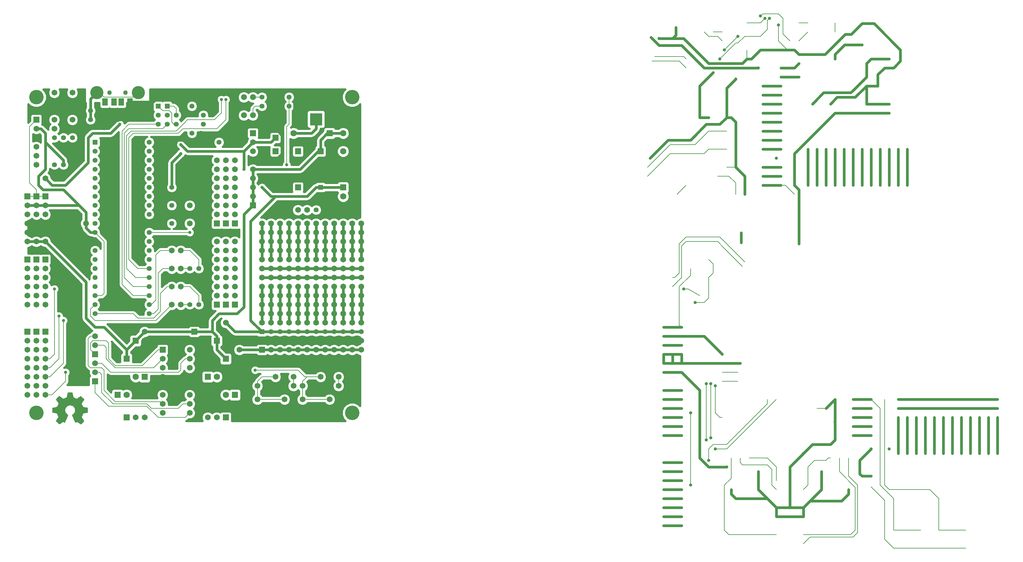
<source format=gbl>
G04 (created by PCBNEW (2013-07-07 BZR 4022)-stable) date Sun 20 Apr 2014 15:26:44 SAST*
%MOIN*%
G04 Gerber Fmt 3.4, Leading zero omitted, Abs format*
%FSLAX34Y34*%
G01*
G70*
G90*
G04 APERTURE LIST*
%ADD10C,0.00590551*%
%ADD11C,0.0001*%
%ADD12C,0.065*%
%ADD13R,0.065X0.065*%
%ADD14C,0.056*%
%ADD15R,0.1378X0.1378*%
%ADD16C,0.07*%
%ADD17R,0.07X0.07*%
%ADD18C,0.16*%
%ADD19R,0.055X0.055*%
%ADD20C,0.055*%
%ADD21R,0.06X0.0787402*%
%ADD22C,0.145669*%
%ADD23C,0.0511811*%
%ADD24C,0.066*%
%ADD25C,0.035*%
%ADD26C,0.008*%
%ADD27C,0.03*%
%ADD28C,0.024*%
G04 APERTURE END LIST*
G54D10*
G54D11*
G36*
X30943Y-57768D02*
X30923Y-57757D01*
X30876Y-57728D01*
X30811Y-57685D01*
X30733Y-57633D01*
X30655Y-57581D01*
X30591Y-57538D01*
X30546Y-57509D01*
X30527Y-57498D01*
X30517Y-57502D01*
X30480Y-57520D01*
X30426Y-57548D01*
X30395Y-57564D01*
X30346Y-57585D01*
X30321Y-57590D01*
X30317Y-57583D01*
X30299Y-57545D01*
X30271Y-57481D01*
X30234Y-57395D01*
X30191Y-57295D01*
X30146Y-57188D01*
X30100Y-57078D01*
X30056Y-56973D01*
X30018Y-56879D01*
X29987Y-56802D01*
X29967Y-56749D01*
X29959Y-56726D01*
X29961Y-56721D01*
X29986Y-56697D01*
X30029Y-56665D01*
X30122Y-56589D01*
X30214Y-56474D01*
X30270Y-56344D01*
X30289Y-56199D01*
X30273Y-56065D01*
X30220Y-55936D01*
X30130Y-55820D01*
X30021Y-55733D01*
X29893Y-55679D01*
X29750Y-55661D01*
X29613Y-55677D01*
X29481Y-55729D01*
X29365Y-55817D01*
X29316Y-55874D01*
X29248Y-55991D01*
X29210Y-56117D01*
X29206Y-56149D01*
X29211Y-56287D01*
X29252Y-56420D01*
X29325Y-56539D01*
X29427Y-56636D01*
X29439Y-56645D01*
X29486Y-56680D01*
X29518Y-56704D01*
X29542Y-56724D01*
X29366Y-57148D01*
X29338Y-57215D01*
X29290Y-57331D01*
X29247Y-57431D01*
X29214Y-57510D01*
X29190Y-57563D01*
X29180Y-57585D01*
X29179Y-57586D01*
X29163Y-57589D01*
X29131Y-57577D01*
X29072Y-57548D01*
X29033Y-57528D01*
X28988Y-57506D01*
X28967Y-57498D01*
X28950Y-57508D01*
X28907Y-57536D01*
X28844Y-57578D01*
X28768Y-57629D01*
X28696Y-57678D01*
X28630Y-57722D01*
X28581Y-57753D01*
X28558Y-57766D01*
X28554Y-57766D01*
X28533Y-57754D01*
X28495Y-57722D01*
X28437Y-57668D01*
X28356Y-57587D01*
X28343Y-57575D01*
X28276Y-57506D01*
X28222Y-57449D01*
X28185Y-57408D01*
X28172Y-57390D01*
X28172Y-57390D01*
X28184Y-57367D01*
X28214Y-57319D01*
X28258Y-57251D01*
X28312Y-57173D01*
X28452Y-56969D01*
X28375Y-56776D01*
X28352Y-56717D01*
X28322Y-56646D01*
X28299Y-56595D01*
X28288Y-56573D01*
X28267Y-56565D01*
X28214Y-56553D01*
X28138Y-56537D01*
X28047Y-56520D01*
X27960Y-56504D01*
X27882Y-56489D01*
X27825Y-56478D01*
X27800Y-56473D01*
X27794Y-56469D01*
X27788Y-56457D01*
X27785Y-56430D01*
X27783Y-56383D01*
X27782Y-56308D01*
X27782Y-56199D01*
X27782Y-56187D01*
X27783Y-56084D01*
X27785Y-56001D01*
X27788Y-55947D01*
X27791Y-55926D01*
X27792Y-55926D01*
X27816Y-55920D01*
X27871Y-55908D01*
X27950Y-55893D01*
X28043Y-55875D01*
X28049Y-55874D01*
X28142Y-55856D01*
X28220Y-55840D01*
X28275Y-55827D01*
X28298Y-55820D01*
X28303Y-55813D01*
X28321Y-55777D01*
X28348Y-55719D01*
X28379Y-55649D01*
X28409Y-55576D01*
X28436Y-55510D01*
X28453Y-55461D01*
X28459Y-55439D01*
X28458Y-55438D01*
X28444Y-55416D01*
X28412Y-55368D01*
X28367Y-55301D01*
X28313Y-55221D01*
X28309Y-55215D01*
X28255Y-55137D01*
X28212Y-55070D01*
X28183Y-55023D01*
X28172Y-55001D01*
X28172Y-55000D01*
X28190Y-54976D01*
X28230Y-54932D01*
X28287Y-54872D01*
X28356Y-54802D01*
X28378Y-54781D01*
X28455Y-54706D01*
X28508Y-54657D01*
X28541Y-54631D01*
X28557Y-54625D01*
X28557Y-54626D01*
X28581Y-54640D01*
X28631Y-54672D01*
X28698Y-54718D01*
X28778Y-54772D01*
X28784Y-54776D01*
X28862Y-54830D01*
X28928Y-54874D01*
X28974Y-54905D01*
X28995Y-54917D01*
X28998Y-54917D01*
X29030Y-54908D01*
X29086Y-54888D01*
X29155Y-54861D01*
X29228Y-54832D01*
X29294Y-54804D01*
X29344Y-54782D01*
X29367Y-54768D01*
X29368Y-54767D01*
X29376Y-54739D01*
X29390Y-54680D01*
X29406Y-54599D01*
X29425Y-54503D01*
X29428Y-54487D01*
X29445Y-54393D01*
X29460Y-54316D01*
X29471Y-54262D01*
X29477Y-54240D01*
X29490Y-54237D01*
X29536Y-54234D01*
X29606Y-54232D01*
X29691Y-54231D01*
X29780Y-54232D01*
X29867Y-54234D01*
X29941Y-54236D01*
X29994Y-54240D01*
X30016Y-54244D01*
X30017Y-54246D01*
X30025Y-54275D01*
X30038Y-54334D01*
X30055Y-54415D01*
X30073Y-54512D01*
X30077Y-54529D01*
X30094Y-54622D01*
X30110Y-54699D01*
X30121Y-54752D01*
X30127Y-54773D01*
X30136Y-54777D01*
X30174Y-54794D01*
X30237Y-54820D01*
X30315Y-54851D01*
X30495Y-54924D01*
X30716Y-54773D01*
X30736Y-54759D01*
X30816Y-54705D01*
X30881Y-54662D01*
X30926Y-54632D01*
X30945Y-54622D01*
X30947Y-54622D01*
X30969Y-54642D01*
X31012Y-54683D01*
X31072Y-54741D01*
X31142Y-54810D01*
X31193Y-54862D01*
X31254Y-54924D01*
X31293Y-54965D01*
X31314Y-54992D01*
X31321Y-55008D01*
X31319Y-55019D01*
X31305Y-55042D01*
X31273Y-55090D01*
X31227Y-55157D01*
X31173Y-55235D01*
X31129Y-55301D01*
X31081Y-55375D01*
X31050Y-55428D01*
X31039Y-55454D01*
X31042Y-55464D01*
X31057Y-55508D01*
X31084Y-55573D01*
X31117Y-55651D01*
X31194Y-55826D01*
X31308Y-55848D01*
X31378Y-55861D01*
X31475Y-55880D01*
X31568Y-55898D01*
X31713Y-55926D01*
X31718Y-56459D01*
X31696Y-56469D01*
X31674Y-56475D01*
X31620Y-56487D01*
X31544Y-56502D01*
X31453Y-56519D01*
X31376Y-56533D01*
X31298Y-56548D01*
X31242Y-56559D01*
X31218Y-56564D01*
X31211Y-56573D01*
X31192Y-56610D01*
X31164Y-56670D01*
X31133Y-56742D01*
X31102Y-56817D01*
X31075Y-56886D01*
X31056Y-56938D01*
X31048Y-56965D01*
X31059Y-56986D01*
X31088Y-57032D01*
X31131Y-57097D01*
X31184Y-57174D01*
X31237Y-57251D01*
X31282Y-57317D01*
X31313Y-57365D01*
X31326Y-57387D01*
X31319Y-57401D01*
X31288Y-57439D01*
X31230Y-57499D01*
X31143Y-57585D01*
X31129Y-57599D01*
X31060Y-57665D01*
X31002Y-57719D01*
X30961Y-57755D01*
X30943Y-57768D01*
X30943Y-57768D01*
G37*
G54D12*
X50500Y-55000D03*
X50500Y-57000D03*
X53500Y-57000D03*
X53500Y-55000D03*
X55500Y-55000D03*
X55500Y-57000D03*
X58500Y-57000D03*
X58500Y-55000D03*
X30000Y-21000D03*
X28000Y-21000D03*
X28000Y-24000D03*
X30000Y-24000D03*
G54D13*
X26000Y-24000D03*
G54D12*
X26000Y-25000D03*
X26000Y-26000D03*
X26000Y-27000D03*
X26000Y-28000D03*
X26000Y-29000D03*
G54D13*
X50000Y-33500D03*
G54D12*
X50000Y-32500D03*
X50000Y-31500D03*
X50000Y-30500D03*
X50000Y-29500D03*
G54D13*
X32500Y-50000D03*
G54D12*
X32500Y-49000D03*
X32500Y-48000D03*
G54D13*
X32500Y-53000D03*
G54D12*
X32500Y-52000D03*
X32500Y-51000D03*
G54D13*
X47000Y-57000D03*
G54D12*
X46000Y-57000D03*
X45000Y-57000D03*
G54D13*
X36000Y-57000D03*
G54D12*
X37000Y-57000D03*
X38000Y-57000D03*
G54D13*
X50000Y-25500D03*
G54D12*
X50000Y-26500D03*
X50000Y-27500D03*
X54500Y-53500D03*
X50500Y-53500D03*
X59500Y-53500D03*
X55500Y-53500D03*
X41000Y-44500D03*
X42000Y-44500D03*
X55000Y-34000D03*
X56000Y-34000D03*
X41000Y-38500D03*
X42000Y-38500D03*
X41000Y-40500D03*
X42000Y-40500D03*
X41000Y-42500D03*
X42000Y-42500D03*
G54D14*
X41000Y-35500D03*
X41000Y-33500D03*
G54D13*
X40000Y-49500D03*
G54D12*
X40000Y-50500D03*
X40000Y-51500D03*
X40000Y-52500D03*
X40000Y-53500D03*
X40000Y-54500D03*
X40000Y-55500D03*
X40000Y-56500D03*
X43000Y-56500D03*
X43000Y-55500D03*
X43000Y-54500D03*
X43000Y-53500D03*
X43000Y-52500D03*
X43000Y-51500D03*
X43000Y-50500D03*
X43000Y-49500D03*
X27000Y-30500D03*
X29000Y-30500D03*
X28000Y-25000D03*
X30000Y-25000D03*
X47000Y-48500D03*
X47000Y-46500D03*
X31500Y-37500D03*
X31500Y-35500D03*
X59500Y-52500D03*
X57500Y-52500D03*
X54500Y-52500D03*
X52500Y-52500D03*
X38000Y-47500D03*
X36000Y-47500D03*
G54D13*
X48500Y-48500D03*
G54D12*
X48500Y-49500D03*
G54D13*
X43500Y-47500D03*
G54D12*
X43500Y-46500D03*
G54D13*
X52500Y-26000D03*
G54D12*
X52500Y-25000D03*
G54D13*
X57500Y-27500D03*
G54D12*
X57500Y-28500D03*
G54D13*
X55000Y-31500D03*
G54D12*
X55000Y-30500D03*
G54D13*
X55000Y-27500D03*
G54D12*
X55000Y-28500D03*
G54D13*
X52500Y-27500D03*
G54D12*
X52500Y-28500D03*
X44000Y-33500D03*
X43000Y-33500D03*
X44000Y-35500D03*
X43000Y-35500D03*
G54D15*
X57000Y-23941D03*
X57000Y-21579D03*
X55150Y-22760D03*
G54D12*
X26000Y-54500D03*
X26000Y-53500D03*
X26000Y-52500D03*
X26000Y-51500D03*
X26000Y-50500D03*
X26000Y-49500D03*
X26000Y-48500D03*
G54D13*
X26000Y-47500D03*
X26000Y-47500D03*
G54D12*
X26000Y-48500D03*
X26000Y-49500D03*
X26000Y-50500D03*
X26000Y-51500D03*
X26000Y-52500D03*
X26000Y-53500D03*
X26000Y-54500D03*
X27000Y-54500D03*
X27000Y-53500D03*
X27000Y-52500D03*
X27000Y-51500D03*
X27000Y-50500D03*
X27000Y-49500D03*
X27000Y-48500D03*
G54D13*
X27000Y-47500D03*
X25000Y-47500D03*
X27000Y-47500D03*
G54D12*
X25000Y-48500D03*
X27000Y-48500D03*
X25000Y-49500D03*
X27000Y-49500D03*
X25000Y-50500D03*
X27000Y-50500D03*
X25000Y-51500D03*
X27000Y-51500D03*
X25000Y-52500D03*
X27000Y-52500D03*
X25000Y-53500D03*
X27000Y-53500D03*
X25000Y-54500D03*
X27000Y-54500D03*
G54D13*
X51000Y-48500D03*
G54D12*
X52000Y-48500D03*
X53000Y-48500D03*
X54000Y-48500D03*
X55000Y-48500D03*
X56000Y-48500D03*
X57000Y-48500D03*
X58000Y-48500D03*
X59000Y-48500D03*
X60000Y-48500D03*
X61000Y-48500D03*
X62000Y-48500D03*
G54D13*
X51000Y-49500D03*
G54D12*
X52000Y-49500D03*
X53000Y-49500D03*
X54000Y-49500D03*
X55000Y-49500D03*
X56000Y-49500D03*
X57000Y-49500D03*
X58000Y-49500D03*
X59000Y-49500D03*
X60000Y-49500D03*
X61000Y-49500D03*
X62000Y-49500D03*
X47000Y-28500D03*
X47000Y-29500D03*
X47000Y-30500D03*
X47000Y-31500D03*
X47000Y-32500D03*
X47000Y-33500D03*
X47000Y-34500D03*
G54D13*
X47000Y-35500D03*
X47000Y-35500D03*
G54D12*
X47000Y-34500D03*
X47000Y-33500D03*
X47000Y-32500D03*
X47000Y-31500D03*
X47000Y-30500D03*
X47000Y-29500D03*
X47000Y-28500D03*
X46000Y-28500D03*
X46000Y-29500D03*
X46000Y-30500D03*
X46000Y-31500D03*
X46000Y-32500D03*
X46000Y-33500D03*
X46000Y-34500D03*
G54D13*
X46000Y-35500D03*
X48000Y-35500D03*
X46000Y-35500D03*
G54D12*
X48000Y-34500D03*
X46000Y-34500D03*
X48000Y-33500D03*
X46000Y-33500D03*
X48000Y-32500D03*
X46000Y-32500D03*
X48000Y-31500D03*
X46000Y-31500D03*
X48000Y-30500D03*
X46000Y-30500D03*
X48000Y-29500D03*
X46000Y-29500D03*
X48000Y-28500D03*
X46000Y-28500D03*
X47000Y-37500D03*
X47000Y-38500D03*
X47000Y-39500D03*
X47000Y-40500D03*
X47000Y-41500D03*
X47000Y-42500D03*
X47000Y-43500D03*
G54D13*
X47000Y-44500D03*
X47000Y-44500D03*
G54D12*
X47000Y-43500D03*
X47000Y-42500D03*
X47000Y-41500D03*
X47000Y-40500D03*
X47000Y-39500D03*
X47000Y-38500D03*
X47000Y-37500D03*
X46000Y-37500D03*
X46000Y-38500D03*
X46000Y-39500D03*
X46000Y-40500D03*
X46000Y-41500D03*
X46000Y-42500D03*
X46000Y-43500D03*
G54D13*
X46000Y-44500D03*
X48000Y-44500D03*
X46000Y-44500D03*
G54D12*
X48000Y-43500D03*
X46000Y-43500D03*
X48000Y-42500D03*
X46000Y-42500D03*
X48000Y-41500D03*
X46000Y-41500D03*
X48000Y-40500D03*
X46000Y-40500D03*
X48000Y-39500D03*
X46000Y-39500D03*
X48000Y-38500D03*
X46000Y-38500D03*
X48000Y-37500D03*
X46000Y-37500D03*
G54D13*
X26000Y-32500D03*
G54D12*
X26000Y-33500D03*
X26000Y-34500D03*
X26000Y-35500D03*
X26000Y-36500D03*
X26000Y-37500D03*
X27000Y-37500D03*
X27000Y-36500D03*
X27000Y-35500D03*
X27000Y-34500D03*
X27000Y-33500D03*
G54D13*
X27000Y-32500D03*
X25000Y-32500D03*
X27000Y-32500D03*
G54D12*
X25000Y-33500D03*
X27000Y-33500D03*
X25000Y-34500D03*
X27000Y-34500D03*
X25000Y-35500D03*
X27000Y-35500D03*
X25000Y-36500D03*
X27000Y-36500D03*
X25000Y-37500D03*
X27000Y-37500D03*
G54D13*
X26000Y-39500D03*
G54D12*
X26000Y-40500D03*
X26000Y-41500D03*
X26000Y-42500D03*
X26000Y-43500D03*
X26000Y-44500D03*
X27000Y-44500D03*
X27000Y-43500D03*
X27000Y-42500D03*
X27000Y-41500D03*
X27000Y-40500D03*
G54D13*
X27000Y-39500D03*
X25000Y-39500D03*
X27000Y-39500D03*
G54D12*
X25000Y-40500D03*
X27000Y-40500D03*
X25000Y-41500D03*
X27000Y-41500D03*
X25000Y-42500D03*
X27000Y-42500D03*
X25000Y-43500D03*
X27000Y-43500D03*
X25000Y-44500D03*
X27000Y-44500D03*
G54D16*
X60000Y-25500D03*
G54D17*
X60000Y-26500D03*
G54D16*
X60000Y-27500D03*
X38000Y-48500D03*
G54D17*
X38000Y-52500D03*
G54D16*
X48000Y-50500D03*
G54D17*
X48000Y-54500D03*
G54D16*
X45000Y-48500D03*
G54D17*
X45000Y-52500D03*
G54D16*
X47000Y-54500D03*
G54D17*
X47000Y-50500D03*
G54D16*
X46000Y-52500D03*
G54D17*
X46000Y-48500D03*
G54D16*
X35000Y-50500D03*
G54D17*
X35000Y-54500D03*
G54D16*
X36000Y-54500D03*
G54D17*
X36000Y-50500D03*
G54D16*
X37000Y-52500D03*
G54D17*
X37000Y-48500D03*
G54D16*
X54500Y-25500D03*
G54D17*
X58500Y-25500D03*
G54D13*
X44000Y-34500D03*
G54D18*
X26000Y-21500D03*
X61000Y-21500D03*
X26000Y-56500D03*
X61000Y-56500D03*
G54D19*
X32500Y-26500D03*
G54D20*
X32500Y-27500D03*
X32500Y-28500D03*
X32500Y-29500D03*
X32500Y-30500D03*
X32500Y-31500D03*
X32500Y-32500D03*
X32500Y-33500D03*
X32500Y-34500D03*
X32500Y-35500D03*
X32500Y-36500D03*
X32500Y-37500D03*
X32500Y-38500D03*
X32500Y-39500D03*
X32500Y-40500D03*
X32500Y-41500D03*
X32500Y-42500D03*
X32500Y-43500D03*
X32500Y-44500D03*
X32500Y-45500D03*
X38500Y-45500D03*
X38500Y-44500D03*
X38500Y-43500D03*
X38500Y-42500D03*
X38500Y-41500D03*
X38500Y-40500D03*
X38500Y-39500D03*
X38500Y-38500D03*
X38500Y-37500D03*
X38500Y-36500D03*
X38500Y-35500D03*
X38500Y-34500D03*
X38500Y-33500D03*
X38500Y-32500D03*
X38500Y-31500D03*
X38500Y-30500D03*
X38500Y-29500D03*
X38500Y-28500D03*
X38500Y-27500D03*
X38500Y-26500D03*
G54D21*
X33622Y-22023D03*
X34606Y-22023D03*
X35393Y-22023D03*
X36377Y-22023D03*
G54D22*
X37303Y-21000D03*
X32696Y-21000D03*
G54D23*
X35885Y-21000D03*
X34114Y-21000D03*
G54D20*
X43000Y-44500D03*
X43000Y-41500D03*
X44000Y-40500D03*
X44000Y-37500D03*
X43000Y-40500D03*
X43000Y-37500D03*
X44000Y-44500D03*
X44000Y-41500D03*
X29000Y-26000D03*
X29000Y-29000D03*
X30000Y-29000D03*
X30000Y-26000D03*
X28000Y-26000D03*
X28000Y-29000D03*
X57000Y-34000D03*
X60000Y-34000D03*
G54D19*
X40500Y-22500D03*
G54D20*
X40500Y-23500D03*
X40500Y-24500D03*
G54D19*
X39500Y-22500D03*
G54D20*
X39500Y-23500D03*
X39500Y-24500D03*
X54000Y-21500D03*
X51000Y-21500D03*
X54000Y-22500D03*
X51000Y-22500D03*
G54D24*
X50000Y-23500D03*
X49000Y-23500D03*
X50000Y-21500D03*
X49000Y-21500D03*
G54D20*
X46250Y-26500D03*
X44250Y-26500D03*
G54D12*
X57000Y-46500D03*
X57000Y-45500D03*
X57000Y-44500D03*
X57000Y-43500D03*
X57000Y-42500D03*
X57000Y-41500D03*
X57000Y-40500D03*
X57000Y-39500D03*
X57000Y-38500D03*
X57000Y-37500D03*
X57000Y-36500D03*
X57000Y-35500D03*
X58000Y-46500D03*
X58000Y-45500D03*
X58000Y-44500D03*
X58000Y-43500D03*
X58000Y-42500D03*
X58000Y-41500D03*
X58000Y-40500D03*
X58000Y-39500D03*
X58000Y-38500D03*
X58000Y-37500D03*
X58000Y-36500D03*
X58000Y-35500D03*
X62000Y-46500D03*
X62000Y-45500D03*
X62000Y-44500D03*
X62000Y-43500D03*
X62000Y-42500D03*
X62000Y-41500D03*
X62000Y-40500D03*
X62000Y-39500D03*
X62000Y-38500D03*
X62000Y-37500D03*
X62000Y-36500D03*
X62000Y-35500D03*
X59000Y-46500D03*
X59000Y-45500D03*
X59000Y-44500D03*
X59000Y-43500D03*
X59000Y-42500D03*
X59000Y-41500D03*
X59000Y-40500D03*
X59000Y-39500D03*
X59000Y-38500D03*
X59000Y-37500D03*
X59000Y-36500D03*
X59000Y-35500D03*
X60000Y-46500D03*
X60000Y-45500D03*
X60000Y-44500D03*
X60000Y-43500D03*
X60000Y-42500D03*
X60000Y-41500D03*
X60000Y-40500D03*
X60000Y-39500D03*
X60000Y-38500D03*
X60000Y-37500D03*
X60000Y-36500D03*
X60000Y-35500D03*
X61000Y-46500D03*
X61000Y-45500D03*
X61000Y-44500D03*
X61000Y-43500D03*
X61000Y-42500D03*
X61000Y-41500D03*
X61000Y-40500D03*
X61000Y-39500D03*
X61000Y-38500D03*
X61000Y-37500D03*
X61000Y-36500D03*
X61000Y-35500D03*
X51000Y-46500D03*
X51000Y-45500D03*
X51000Y-44500D03*
X51000Y-43500D03*
X51000Y-42500D03*
X51000Y-41500D03*
X51000Y-40500D03*
X51000Y-39500D03*
X51000Y-38500D03*
X51000Y-37500D03*
X51000Y-36500D03*
X51000Y-35500D03*
X52000Y-46500D03*
X52000Y-45500D03*
X52000Y-44500D03*
X52000Y-43500D03*
X52000Y-42500D03*
X52000Y-41500D03*
X52000Y-40500D03*
X52000Y-39500D03*
X52000Y-38500D03*
X52000Y-37500D03*
X52000Y-36500D03*
X52000Y-35500D03*
X56000Y-46500D03*
X56000Y-45500D03*
X56000Y-44500D03*
X56000Y-43500D03*
X56000Y-42500D03*
X56000Y-41500D03*
X56000Y-40500D03*
X56000Y-39500D03*
X56000Y-38500D03*
X56000Y-37500D03*
X56000Y-36500D03*
X56000Y-35500D03*
X54000Y-46500D03*
X54000Y-45500D03*
X54000Y-44500D03*
X54000Y-43500D03*
X54000Y-42500D03*
X54000Y-41500D03*
X54000Y-40500D03*
X54000Y-39500D03*
X54000Y-38500D03*
X54000Y-37500D03*
X54000Y-36500D03*
X54000Y-35500D03*
X55000Y-46500D03*
X55000Y-45500D03*
X55000Y-44500D03*
X55000Y-43500D03*
X55000Y-42500D03*
X55000Y-41500D03*
X55000Y-40500D03*
X55000Y-39500D03*
X55000Y-38500D03*
X55000Y-37500D03*
X55000Y-36500D03*
X55000Y-35500D03*
X53000Y-46500D03*
X53000Y-45500D03*
X53000Y-44500D03*
X53000Y-43500D03*
X53000Y-42500D03*
X53000Y-41500D03*
X53000Y-40500D03*
X53000Y-39500D03*
X53000Y-38500D03*
X53000Y-37500D03*
X53000Y-36500D03*
X53000Y-35500D03*
G54D20*
X41500Y-23500D03*
X44500Y-23500D03*
X41500Y-24500D03*
X44500Y-24500D03*
X43250Y-25500D03*
X44250Y-25500D03*
X43250Y-22500D03*
X44250Y-22500D03*
G54D19*
X51000Y-47500D03*
G54D20*
X52000Y-47500D03*
X53000Y-47500D03*
X54000Y-47500D03*
X55000Y-47500D03*
X56000Y-47500D03*
X57000Y-47500D03*
X58000Y-47500D03*
X59000Y-47500D03*
X60000Y-47500D03*
X61000Y-47500D03*
X62000Y-47500D03*
X32000Y-24000D03*
X35000Y-24000D03*
X41000Y-31500D03*
X43000Y-31500D03*
X32000Y-23000D03*
X34000Y-23000D03*
G54D16*
X60000Y-30500D03*
G54D17*
X60000Y-31500D03*
G54D16*
X60000Y-32500D03*
G54D19*
X57500Y-31500D03*
G54D20*
X57500Y-30500D03*
G54D25*
X106250Y-12500D03*
X103750Y-14750D03*
X102250Y-16250D03*
X101750Y-17250D03*
X107250Y-12750D03*
X108250Y-13500D03*
X103500Y-19500D03*
X95000Y-15000D03*
X106750Y-12750D03*
X108000Y-28250D03*
X106000Y-18250D03*
X98500Y-64500D03*
X98500Y-56500D03*
X100250Y-59500D03*
X100250Y-53250D03*
X100750Y-59250D03*
X100750Y-53250D03*
X101250Y-60500D03*
X100500Y-61750D03*
X111000Y-61000D03*
X114500Y-57500D03*
X99000Y-44250D03*
X120500Y-60500D03*
X101250Y-53500D03*
X97750Y-42750D03*
X118500Y-60500D03*
X102500Y-62500D03*
X28000Y-42750D03*
X28500Y-45750D03*
X29000Y-46250D03*
X46500Y-21750D03*
X29250Y-52000D03*
X47000Y-21750D03*
X50250Y-51750D03*
X43000Y-36500D03*
X34250Y-31750D03*
X35000Y-44000D03*
X31500Y-47000D03*
X34250Y-37500D03*
X33500Y-25000D03*
X46000Y-22000D03*
X53750Y-29000D03*
X51000Y-31500D03*
X42000Y-27750D03*
X35250Y-24500D03*
X42000Y-26750D03*
X49000Y-29500D03*
G54D26*
X107000Y-12250D02*
X108250Y-12250D01*
X108250Y-12250D02*
X108750Y-12750D01*
X108750Y-12750D02*
X108750Y-14500D01*
X108750Y-14500D02*
X109500Y-15250D01*
X106500Y-12250D02*
X107000Y-12250D01*
X106250Y-12500D02*
X106500Y-12250D01*
X102750Y-15750D02*
X102250Y-16250D01*
X102750Y-15750D02*
X103750Y-14750D01*
X101750Y-17250D02*
X101750Y-17250D01*
X103500Y-15500D02*
X101750Y-17250D01*
X103750Y-15500D02*
X103500Y-15500D01*
X104500Y-14750D02*
X103750Y-15500D01*
X106250Y-14750D02*
X104500Y-14750D01*
X107000Y-14000D02*
X106250Y-14750D01*
X107000Y-13000D02*
X107000Y-14000D01*
X107250Y-12750D02*
X107000Y-13000D01*
X97000Y-32250D02*
X98000Y-31250D01*
X100500Y-25250D02*
X102500Y-25250D01*
X100500Y-25250D02*
X100500Y-25250D01*
X96250Y-26750D02*
X93750Y-29250D01*
X99000Y-26750D02*
X96250Y-26750D01*
X100500Y-25250D02*
X99000Y-26750D01*
X100500Y-27250D02*
X102500Y-27250D01*
X100000Y-27750D02*
X100500Y-27250D01*
X96250Y-27750D02*
X100000Y-27750D01*
X93750Y-30250D02*
X96250Y-27750D01*
G54D27*
X107500Y-27250D02*
X108500Y-27250D01*
X106500Y-27250D02*
X107500Y-27250D01*
X108500Y-26250D02*
X107500Y-26250D01*
X107500Y-26250D02*
X106500Y-26250D01*
G54D26*
X106500Y-26250D02*
X107500Y-26250D01*
G54D27*
X106500Y-25250D02*
X107500Y-25250D01*
X107500Y-25250D02*
X108500Y-25250D01*
G54D26*
X107500Y-25250D02*
X108500Y-25250D01*
G54D27*
X107500Y-24250D02*
X106500Y-24250D01*
X108500Y-24250D02*
X107500Y-24250D01*
X106500Y-23250D02*
X107500Y-23250D01*
X107500Y-23250D02*
X108500Y-23250D01*
G54D26*
X107500Y-23250D02*
X108500Y-23250D01*
G54D27*
X107500Y-22250D02*
X108500Y-22250D01*
X106500Y-22250D02*
X107500Y-22250D01*
X106500Y-21250D02*
X107500Y-21250D01*
X108500Y-21250D02*
X107500Y-21250D01*
G54D26*
X97250Y-17500D02*
X94250Y-17500D01*
X97250Y-17500D02*
X98000Y-18250D01*
G54D27*
X106500Y-20250D02*
X107500Y-20250D01*
X107500Y-20250D02*
X108500Y-20250D01*
G54D26*
X97750Y-17000D02*
X98000Y-17250D01*
X94500Y-17000D02*
X97750Y-17000D01*
G54D27*
X108500Y-31250D02*
X107500Y-31250D01*
X107500Y-31250D02*
X106500Y-31250D01*
G54D26*
X108500Y-31250D02*
X109000Y-31250D01*
X109000Y-31250D02*
X110000Y-32250D01*
G54D27*
X108500Y-30250D02*
X107500Y-30250D01*
X107500Y-30250D02*
X106500Y-30250D01*
X108500Y-29250D02*
X107500Y-29250D01*
X107500Y-29250D02*
X106500Y-29250D01*
G54D26*
X102000Y-14250D02*
X101000Y-14250D01*
X100000Y-14250D02*
X100500Y-14750D01*
X101500Y-14750D02*
X102000Y-15250D01*
X100500Y-14750D02*
X101500Y-14750D01*
G54D27*
X94000Y-28250D02*
X96000Y-26250D01*
X96000Y-26250D02*
X98000Y-26250D01*
X118000Y-20250D02*
X118000Y-22250D01*
X118000Y-22250D02*
X120500Y-22250D01*
G54D26*
X109250Y-16250D02*
X110000Y-16250D01*
X108250Y-15250D02*
X109250Y-16250D01*
X108250Y-13500D02*
X108250Y-15250D01*
G54D27*
X102500Y-20500D02*
X103500Y-19500D01*
X102500Y-23750D02*
X102500Y-20500D01*
X104750Y-17250D02*
X105250Y-17250D01*
X106250Y-16250D02*
X110000Y-16250D01*
X105250Y-17250D02*
X106250Y-16250D01*
X110000Y-16250D02*
X110500Y-16750D01*
X104750Y-17250D02*
X104250Y-17750D01*
X104250Y-17750D02*
X100500Y-17750D01*
X100500Y-17750D02*
X97750Y-15000D01*
X97750Y-15000D02*
X97250Y-15000D01*
X96500Y-15000D02*
X97250Y-15000D01*
X96877Y-14622D02*
X96877Y-13773D01*
X96500Y-15000D02*
X96877Y-14622D01*
X95000Y-15000D02*
X96500Y-15000D01*
G54D26*
X104750Y-17250D02*
X104750Y-16250D01*
X106250Y-13250D02*
X104750Y-13250D01*
X106750Y-12750D02*
X106250Y-13250D01*
G54D27*
X120500Y-18250D02*
X120000Y-18250D01*
X119250Y-19000D02*
X119250Y-20250D01*
X120000Y-18250D02*
X119250Y-19000D01*
X119250Y-20250D02*
X118000Y-20250D01*
X114000Y-22250D02*
X114750Y-21500D01*
X116750Y-21500D02*
X118000Y-20250D01*
X116500Y-21500D02*
X116750Y-21500D01*
X114750Y-21500D02*
X116500Y-21500D01*
G54D26*
X120500Y-18250D02*
X120750Y-18250D01*
G54D27*
X120500Y-18250D02*
X121000Y-18250D01*
X118829Y-13329D02*
X117500Y-13329D01*
X121750Y-16250D02*
X118829Y-13329D01*
X121750Y-17500D02*
X121750Y-16250D01*
X121000Y-18250D02*
X121750Y-17500D01*
X115650Y-14510D02*
X116319Y-14510D01*
X116319Y-14510D02*
X117500Y-13329D01*
X110500Y-16750D02*
X113410Y-16750D01*
X113410Y-16750D02*
X114000Y-16160D01*
X114000Y-16160D02*
X115650Y-14510D01*
X98500Y-26250D02*
X100250Y-24500D01*
X100250Y-24500D02*
X101750Y-24500D01*
X101750Y-24500D02*
X102500Y-23750D01*
X98000Y-26250D02*
X98500Y-26250D01*
X103000Y-23750D02*
X102500Y-23750D01*
X103500Y-25250D02*
X103500Y-24250D01*
X103500Y-24250D02*
X103000Y-23750D01*
X103500Y-29250D02*
X104500Y-30250D01*
X104500Y-30250D02*
X104500Y-32250D01*
X103500Y-27250D02*
X103500Y-29250D01*
G54D26*
X102500Y-29250D02*
X103500Y-29250D01*
G54D27*
X103500Y-25250D02*
X103500Y-26250D01*
X103500Y-26250D02*
X103500Y-27250D01*
G54D26*
X101500Y-30250D02*
X102750Y-30250D01*
X103500Y-31000D02*
X103500Y-32250D01*
X102750Y-30250D02*
X103500Y-31000D01*
G54D27*
X117500Y-27250D02*
X117500Y-28250D01*
X117500Y-28250D02*
X117500Y-29250D01*
X117500Y-29250D02*
X117500Y-30250D01*
X117500Y-30250D02*
X117500Y-31250D01*
X118500Y-31250D02*
X118500Y-30250D01*
X118500Y-30250D02*
X118500Y-29250D01*
X118500Y-29250D02*
X118500Y-28250D01*
X118500Y-28250D02*
X118500Y-27250D01*
X115500Y-27250D02*
X115500Y-28250D01*
X115500Y-28250D02*
X115500Y-29250D01*
X115500Y-29250D02*
X115500Y-30250D01*
X115500Y-30250D02*
X115500Y-31250D01*
X116500Y-31250D02*
X116500Y-30250D01*
X116500Y-30250D02*
X116500Y-29250D01*
X116500Y-29250D02*
X116500Y-28250D01*
X116500Y-28250D02*
X116500Y-27250D01*
X121500Y-27250D02*
X121500Y-28250D01*
X121500Y-28250D02*
X121500Y-29250D01*
X121500Y-29250D02*
X121500Y-30250D01*
X121500Y-30250D02*
X121500Y-31250D01*
X122500Y-31250D02*
X122500Y-30250D01*
X122500Y-30250D02*
X122500Y-29250D01*
X122500Y-29250D02*
X122500Y-28250D01*
X122500Y-28250D02*
X122500Y-27250D01*
X119500Y-27250D02*
X119500Y-28250D01*
X119500Y-28250D02*
X119500Y-29250D01*
X119500Y-29250D02*
X119500Y-30250D01*
X119500Y-30250D02*
X119500Y-31250D01*
X120500Y-31250D02*
X120500Y-30250D01*
X120500Y-30250D02*
X120500Y-29250D01*
X120500Y-29250D02*
X120500Y-28250D01*
X120500Y-28250D02*
X120500Y-27250D01*
X113500Y-27250D02*
X113500Y-28250D01*
X113500Y-28250D02*
X113500Y-29250D01*
X113500Y-29250D02*
X113500Y-30250D01*
X113500Y-30250D02*
X113500Y-31250D01*
X114500Y-31250D02*
X114500Y-30250D01*
X114500Y-30250D02*
X114500Y-29250D01*
X114500Y-29250D02*
X114500Y-28250D01*
X114500Y-28250D02*
X114500Y-27250D01*
X111500Y-27250D02*
X111500Y-28250D01*
X111500Y-28250D02*
X111500Y-29250D01*
X111500Y-29250D02*
X111500Y-30250D01*
X111500Y-30250D02*
X111500Y-31250D01*
X112500Y-31250D02*
X112500Y-30250D01*
X112500Y-30250D02*
X112500Y-29250D01*
X112500Y-29250D02*
X112500Y-28250D01*
X112500Y-28250D02*
X112500Y-27250D01*
X114500Y-17250D02*
X114500Y-16750D01*
X115559Y-15691D02*
X117500Y-15691D01*
X114500Y-16750D02*
X115559Y-15691D01*
G54D26*
X110500Y-15250D02*
X111500Y-14250D01*
X110500Y-13250D02*
X111500Y-13250D01*
G54D27*
X118000Y-23250D02*
X114500Y-23250D01*
X110500Y-31750D02*
X110500Y-37750D01*
X110000Y-31250D02*
X110500Y-31750D01*
X110000Y-27750D02*
X110000Y-31250D01*
X114500Y-23250D02*
X110000Y-27750D01*
X120500Y-23250D02*
X118000Y-23250D01*
X100500Y-23750D02*
X99500Y-23750D01*
X99500Y-20250D02*
X101000Y-18750D01*
X99500Y-23750D02*
X99500Y-20250D01*
G54D26*
X114500Y-13250D02*
X114500Y-14250D01*
G54D27*
X108500Y-18250D02*
X110000Y-18250D01*
X110000Y-18250D02*
X110500Y-17750D01*
X118000Y-19250D02*
X116500Y-20750D01*
X113250Y-21000D02*
X112000Y-22250D01*
X116250Y-21000D02*
X113250Y-21000D01*
X116500Y-20750D02*
X116250Y-21000D01*
X118000Y-19250D02*
X118000Y-17750D01*
X118000Y-17750D02*
X118500Y-17250D01*
X118500Y-17250D02*
X120500Y-17250D01*
X100750Y-18250D02*
X100000Y-18250D01*
X100750Y-18250D02*
X106000Y-18250D01*
X95000Y-15750D02*
X94122Y-14872D01*
X97500Y-15750D02*
X95000Y-15750D01*
X100000Y-18250D02*
X97500Y-15750D01*
X108500Y-19250D02*
X110500Y-19250D01*
X95500Y-54000D02*
X96500Y-54000D01*
X96500Y-54000D02*
X97500Y-54000D01*
X95500Y-55000D02*
X96500Y-55000D01*
X96500Y-55000D02*
X97500Y-55000D01*
X95500Y-56000D02*
X96500Y-56000D01*
X96500Y-56000D02*
X97500Y-56000D01*
X95500Y-57000D02*
X96500Y-57000D01*
X96500Y-57000D02*
X97500Y-57000D01*
X95500Y-58000D02*
X96500Y-58000D01*
X96500Y-58000D02*
X97500Y-58000D01*
X97500Y-59000D02*
X96500Y-59000D01*
X96500Y-59000D02*
X95500Y-59000D01*
X95500Y-62000D02*
X96250Y-62000D01*
X96250Y-62000D02*
X96500Y-62000D01*
X96500Y-62000D02*
X97500Y-62000D01*
X95500Y-63000D02*
X96500Y-63000D01*
X96500Y-63000D02*
X97500Y-63000D01*
X95500Y-64000D02*
X96500Y-64000D01*
X96500Y-64000D02*
X97500Y-64000D01*
X95500Y-65000D02*
X96500Y-65000D01*
X96500Y-65000D02*
X97500Y-65000D01*
G54D26*
X98500Y-56500D02*
X98500Y-64500D01*
G54D27*
X95500Y-66000D02*
X96500Y-66000D01*
X96500Y-66000D02*
X97500Y-66000D01*
G54D26*
X100250Y-59500D02*
X100250Y-53250D01*
G54D27*
X95500Y-67000D02*
X96500Y-67000D01*
X96500Y-67000D02*
X97500Y-67000D01*
G54D26*
X100750Y-53250D02*
X100750Y-59250D01*
G54D27*
X97500Y-68000D02*
X96500Y-68000D01*
X96500Y-68000D02*
X95500Y-68000D01*
G54D26*
X102500Y-60500D02*
X108000Y-55000D01*
X101250Y-60500D02*
X102500Y-60500D01*
G54D27*
X95500Y-69000D02*
X96500Y-69000D01*
X96500Y-69000D02*
X97500Y-69000D01*
G54D26*
X107000Y-55500D02*
X107000Y-55000D01*
X102500Y-60000D02*
X107000Y-55500D01*
X102250Y-60000D02*
X102500Y-60000D01*
X101000Y-60000D02*
X102250Y-60000D01*
X100500Y-60500D02*
X101000Y-60000D01*
X100500Y-61750D02*
X100500Y-60500D01*
X103750Y-52000D02*
X102000Y-52000D01*
X102000Y-53000D02*
X103750Y-53000D01*
X104250Y-40250D02*
X102250Y-38250D01*
X96500Y-42500D02*
X97500Y-41500D01*
X97500Y-38000D02*
X97500Y-41500D01*
X98000Y-37500D02*
X97500Y-38000D01*
X101500Y-37500D02*
X98000Y-37500D01*
X102250Y-38250D02*
X101500Y-37500D01*
X102500Y-37750D02*
X104500Y-39750D01*
X96750Y-41500D02*
X97250Y-41000D01*
X97250Y-41000D02*
X97250Y-37750D01*
X97250Y-37750D02*
X98000Y-37000D01*
X98000Y-37000D02*
X101750Y-37000D01*
X101750Y-37000D02*
X102500Y-37750D01*
X96500Y-41500D02*
X96750Y-41500D01*
G54D27*
X118500Y-59000D02*
X117500Y-59000D01*
X117500Y-59000D02*
X116500Y-59000D01*
X118500Y-58000D02*
X117500Y-58000D01*
X117500Y-58000D02*
X116500Y-58000D01*
X118500Y-57000D02*
X117500Y-57000D01*
X117500Y-57000D02*
X116500Y-57000D01*
X118500Y-56000D02*
X117500Y-56000D01*
X117500Y-56000D02*
X116500Y-56000D01*
X116500Y-55000D02*
X117500Y-55000D01*
X118500Y-55000D02*
X117500Y-55000D01*
G54D26*
X121000Y-66000D02*
X119500Y-64500D01*
X119500Y-56000D02*
X118500Y-55000D01*
X119500Y-64500D02*
X119500Y-56000D01*
X121000Y-66000D02*
X121000Y-68000D01*
X121000Y-69500D02*
X121000Y-68000D01*
X121000Y-69500D02*
X124000Y-69500D01*
X125000Y-65000D02*
X126000Y-66000D01*
X120500Y-65000D02*
X125000Y-65000D01*
X120000Y-64500D02*
X120500Y-65000D01*
X120000Y-55000D02*
X120000Y-64500D01*
X126000Y-68000D02*
X126000Y-66000D01*
X126000Y-68000D02*
X126000Y-69500D01*
X126000Y-69500D02*
X129000Y-69500D01*
G54D27*
X95500Y-47000D02*
X96500Y-47000D01*
X96500Y-47000D02*
X97500Y-47000D01*
G54D26*
X98500Y-40500D02*
X98500Y-41250D01*
X97250Y-46750D02*
X97500Y-47000D01*
X97250Y-42500D02*
X97250Y-46750D01*
X98500Y-41250D02*
X97250Y-42500D01*
G54D27*
X102000Y-51000D02*
X104000Y-51000D01*
X114000Y-60000D02*
X112000Y-60000D01*
X114500Y-59500D02*
X114000Y-60000D01*
X112000Y-60000D02*
X111000Y-61000D01*
X96500Y-51000D02*
X97500Y-51000D01*
X97500Y-51000D02*
X97500Y-50000D01*
X97500Y-50000D02*
X96500Y-50000D01*
X96500Y-50000D02*
X95500Y-50000D01*
X95500Y-50000D02*
X95500Y-51000D01*
X95500Y-51000D02*
X96500Y-51000D01*
X96500Y-51000D02*
X96500Y-50000D01*
X114500Y-55000D02*
X114500Y-57500D01*
X114500Y-57500D02*
X114500Y-59500D01*
X109500Y-62500D02*
X109500Y-67000D01*
X111000Y-61000D02*
X109500Y-62500D01*
X114500Y-55000D02*
X113500Y-56000D01*
G54D26*
X100500Y-43500D02*
X100500Y-41500D01*
X101000Y-40000D02*
X100500Y-39500D01*
X101000Y-41000D02*
X101000Y-40000D01*
X100500Y-41500D02*
X101000Y-41000D01*
X100500Y-43750D02*
X100500Y-43500D01*
X100000Y-44250D02*
X100500Y-43750D01*
X99000Y-44250D02*
X100000Y-44250D01*
X113500Y-56000D02*
X113750Y-56000D01*
X112500Y-56000D02*
X113500Y-56000D01*
G54D27*
X102000Y-51000D02*
X101000Y-51000D01*
X97500Y-51000D02*
X101000Y-51000D01*
G54D26*
X126000Y-71500D02*
X125500Y-71500D01*
X125500Y-71500D02*
X124000Y-71500D01*
X118500Y-64700D02*
X120000Y-66200D01*
X120000Y-70500D02*
X121000Y-71500D01*
X120000Y-66200D02*
X120000Y-70500D01*
G54D27*
X116000Y-65000D02*
X116000Y-65500D01*
X115250Y-66250D02*
X111750Y-66250D01*
X116000Y-65500D02*
X115250Y-66250D01*
X113000Y-63000D02*
X113000Y-65000D01*
X113000Y-65000D02*
X111750Y-66250D01*
X111750Y-66250D02*
X111000Y-67000D01*
X111000Y-67000D02*
X111000Y-68000D01*
X108000Y-68000D02*
X108000Y-67000D01*
X107000Y-66000D02*
X103500Y-66000D01*
X103000Y-65500D02*
X103500Y-66000D01*
X103000Y-65500D02*
X103000Y-65000D01*
X106000Y-63000D02*
X106000Y-65000D01*
X106000Y-65000D02*
X107000Y-66000D01*
X107000Y-66000D02*
X108000Y-67000D01*
X108000Y-68000D02*
X111000Y-68000D01*
X108000Y-67000D02*
X109500Y-67000D01*
X109500Y-67000D02*
X111000Y-67000D01*
G54D26*
X124000Y-71500D02*
X121000Y-71500D01*
X129000Y-71500D02*
X126000Y-71500D01*
X97500Y-51000D02*
X101000Y-51000D01*
G54D27*
X127500Y-57000D02*
X127500Y-58000D01*
X127500Y-58000D02*
X127500Y-59000D01*
X127500Y-59000D02*
X127500Y-60000D01*
X127500Y-60000D02*
X127500Y-61000D01*
X128500Y-61000D02*
X128500Y-60000D01*
X128500Y-60000D02*
X128500Y-59000D01*
X128500Y-59000D02*
X128500Y-58000D01*
X128500Y-58000D02*
X128500Y-57000D01*
X125500Y-57000D02*
X125500Y-58000D01*
X125500Y-58000D02*
X125500Y-59000D01*
X125500Y-59000D02*
X125500Y-60000D01*
X125500Y-60000D02*
X125500Y-61000D01*
X132500Y-56000D02*
X131500Y-56000D01*
X131500Y-56000D02*
X130500Y-56000D01*
X130500Y-56000D02*
X129500Y-56000D01*
X129500Y-56000D02*
X128500Y-56000D01*
X128500Y-56000D02*
X127500Y-56000D01*
X127500Y-56000D02*
X126500Y-56000D01*
X126500Y-56000D02*
X125500Y-56000D01*
X125500Y-56000D02*
X124500Y-56000D01*
X124500Y-56000D02*
X123500Y-56000D01*
X123500Y-56000D02*
X122500Y-56000D01*
X122500Y-56000D02*
X121500Y-56000D01*
X126500Y-61000D02*
X126500Y-60000D01*
X126500Y-60000D02*
X126500Y-59000D01*
X126500Y-59000D02*
X126500Y-58000D01*
X126500Y-58000D02*
X126500Y-57000D01*
X131500Y-61000D02*
X131500Y-60000D01*
X131500Y-60000D02*
X131500Y-59000D01*
X131500Y-59000D02*
X131500Y-58000D01*
X131500Y-58000D02*
X131500Y-57500D01*
X131500Y-57500D02*
X131500Y-57000D01*
X132500Y-57000D02*
X132500Y-58000D01*
X132500Y-58000D02*
X132500Y-59000D01*
X132500Y-59000D02*
X132500Y-60000D01*
X132500Y-60000D02*
X132500Y-61000D01*
X129500Y-58000D02*
X129500Y-57000D01*
X129500Y-59000D02*
X129500Y-58000D01*
X129500Y-59000D02*
X129500Y-60000D01*
X129500Y-60000D02*
X129500Y-61000D01*
X130500Y-57000D02*
X130500Y-58000D01*
X130500Y-58000D02*
X130500Y-59000D01*
X130500Y-59000D02*
X130500Y-60000D01*
X130500Y-60000D02*
X130500Y-61000D01*
X123500Y-57000D02*
X123500Y-58000D01*
X123500Y-58000D02*
X123500Y-59000D01*
X123500Y-59000D02*
X123500Y-60000D01*
X123500Y-60000D02*
X123500Y-61000D01*
X124500Y-60000D02*
X124500Y-61000D01*
X124500Y-59000D02*
X124500Y-60000D01*
X124500Y-59000D02*
X124500Y-58000D01*
X124500Y-58000D02*
X124500Y-57000D01*
X121500Y-55000D02*
X122500Y-55000D01*
X122500Y-55000D02*
X123500Y-55000D01*
X123500Y-55000D02*
X124500Y-55000D01*
X124500Y-55000D02*
X125500Y-55000D01*
X125500Y-55000D02*
X126500Y-55000D01*
X126500Y-55000D02*
X127500Y-55000D01*
X127500Y-55000D02*
X128500Y-55000D01*
X128500Y-55000D02*
X129500Y-55000D01*
X129500Y-55000D02*
X130500Y-55000D01*
X130500Y-55000D02*
X131500Y-55000D01*
X131500Y-55000D02*
X132500Y-55000D01*
X122500Y-61000D02*
X122500Y-60000D01*
X122500Y-60000D02*
X122500Y-59000D01*
X122500Y-59000D02*
X122500Y-58000D01*
X122500Y-58000D02*
X122500Y-57000D01*
X121500Y-57000D02*
X121500Y-58000D01*
X121500Y-58000D02*
X121500Y-59500D01*
X121500Y-59500D02*
X121500Y-59000D01*
X121500Y-59000D02*
X121500Y-60000D01*
X121500Y-60000D02*
X121500Y-61000D01*
G54D26*
X104000Y-61500D02*
X104000Y-62000D01*
X107500Y-64500D02*
X108000Y-65000D01*
X107500Y-62750D02*
X107500Y-64500D01*
X107000Y-62250D02*
X107500Y-62750D01*
X104250Y-62250D02*
X107000Y-62250D01*
X104000Y-62000D02*
X104250Y-62250D01*
X105000Y-61500D02*
X107000Y-61500D01*
X108000Y-62500D02*
X108000Y-64000D01*
X107000Y-61500D02*
X108000Y-62500D01*
X111000Y-65000D02*
X111500Y-64500D01*
X113750Y-61500D02*
X114000Y-61500D01*
X113500Y-61750D02*
X113750Y-61500D01*
X112250Y-61750D02*
X113500Y-61750D01*
X111500Y-62500D02*
X112250Y-61750D01*
X111500Y-64500D02*
X111500Y-62500D01*
X115000Y-61500D02*
X115000Y-63000D01*
X116250Y-70000D02*
X111000Y-70000D01*
X116750Y-69500D02*
X116250Y-70000D01*
X116750Y-64750D02*
X116750Y-69500D01*
X115000Y-63000D02*
X116750Y-64750D01*
X103000Y-61500D02*
X103000Y-63750D01*
X102750Y-70000D02*
X108000Y-70000D01*
X102250Y-69500D02*
X102750Y-70000D01*
X102250Y-64500D02*
X102250Y-69500D01*
X103000Y-63750D02*
X102250Y-64500D01*
X111000Y-71000D02*
X111750Y-70250D01*
X116000Y-63500D02*
X116000Y-61500D01*
X117000Y-64500D02*
X116000Y-63500D01*
X117000Y-69750D02*
X117000Y-64500D01*
X116500Y-70250D02*
X117000Y-69750D01*
X111750Y-70250D02*
X116500Y-70250D01*
X101750Y-57000D02*
X102000Y-57000D01*
X101250Y-56500D02*
X101750Y-57000D01*
X101250Y-53500D02*
X101250Y-56500D01*
G54D27*
X95500Y-48000D02*
X96500Y-48000D01*
X96500Y-48000D02*
X97500Y-48000D01*
X97500Y-48000D02*
X100000Y-48000D01*
X100000Y-48000D02*
X102000Y-50000D01*
G54D26*
X98250Y-42750D02*
X99500Y-43500D01*
X97750Y-42750D02*
X98250Y-42750D01*
G54D27*
X117250Y-63250D02*
X117250Y-61750D01*
X118500Y-63500D02*
X117500Y-63500D01*
X117250Y-63250D02*
X117500Y-63500D01*
X117250Y-61750D02*
X118500Y-60500D01*
X95500Y-49000D02*
X96500Y-49000D01*
X96500Y-49000D02*
X97500Y-49000D01*
X95500Y-52000D02*
X96500Y-52000D01*
X96500Y-52000D02*
X97500Y-52000D01*
X99500Y-54000D02*
X97500Y-52000D01*
X99500Y-61500D02*
X99500Y-54000D01*
X100500Y-62500D02*
X99500Y-61500D01*
X101500Y-62500D02*
X100500Y-62500D01*
X102500Y-62500D02*
X101500Y-62500D01*
X104122Y-37622D02*
X104122Y-36523D01*
G54D26*
X28000Y-42750D02*
X28000Y-50000D01*
X27000Y-50500D02*
X27500Y-50500D01*
X28000Y-50000D02*
X27500Y-50500D01*
X27500Y-51500D02*
X28500Y-50500D01*
X28500Y-50500D02*
X28500Y-45750D01*
X27000Y-51500D02*
X27500Y-51500D01*
X27500Y-52500D02*
X27000Y-52500D01*
X29000Y-51000D02*
X27500Y-52500D01*
X29000Y-50250D02*
X29000Y-51000D01*
X29000Y-46250D02*
X29000Y-50250D01*
X46250Y-23500D02*
X45750Y-24000D01*
X46500Y-23250D02*
X46250Y-23500D01*
X46500Y-21750D02*
X46500Y-23250D01*
X36500Y-25250D02*
X41500Y-25250D01*
X42500Y-24250D02*
X42750Y-24000D01*
X45750Y-24000D02*
X42750Y-24000D01*
X37000Y-41500D02*
X38500Y-41500D01*
X36000Y-40500D02*
X37000Y-41500D01*
X36000Y-25750D02*
X36000Y-40500D01*
X36500Y-25250D02*
X36000Y-25750D01*
X41500Y-25250D02*
X42500Y-24250D01*
X45750Y-24000D02*
X45750Y-24000D01*
X27750Y-54500D02*
X27000Y-54500D01*
X29250Y-53000D02*
X27750Y-54500D01*
X29250Y-52000D02*
X29250Y-53000D01*
X46750Y-24250D02*
X47000Y-24000D01*
X41750Y-25500D02*
X42250Y-25000D01*
X37250Y-40500D02*
X36250Y-39500D01*
X36250Y-39500D02*
X36250Y-26000D01*
X36250Y-26000D02*
X36750Y-25500D01*
X38500Y-40500D02*
X37250Y-40500D01*
X46000Y-25000D02*
X46750Y-24250D01*
X42250Y-25000D02*
X46000Y-25000D01*
X36750Y-25500D02*
X41750Y-25500D01*
X47000Y-24000D02*
X47000Y-21750D01*
X40500Y-24500D02*
X40000Y-25000D01*
X36750Y-42500D02*
X38500Y-42500D01*
X35750Y-41500D02*
X36750Y-42500D01*
X35750Y-25500D02*
X35750Y-41500D01*
X36250Y-25000D02*
X35750Y-25500D01*
X36750Y-25000D02*
X36250Y-25000D01*
X40000Y-25000D02*
X36750Y-25000D01*
X38500Y-43500D02*
X36750Y-43500D01*
X36250Y-24500D02*
X39500Y-24500D01*
X35500Y-25250D02*
X36250Y-24500D01*
X35500Y-42250D02*
X35500Y-25250D01*
X36750Y-43500D02*
X35500Y-42250D01*
X32500Y-44500D02*
X32000Y-45000D01*
X39250Y-46250D02*
X41000Y-44500D01*
X32500Y-46250D02*
X39250Y-46250D01*
X32000Y-45750D02*
X32500Y-46250D01*
X32000Y-45000D02*
X32000Y-45750D01*
X41000Y-42500D02*
X40500Y-42500D01*
X36750Y-45500D02*
X32500Y-45500D01*
X37250Y-46000D02*
X36750Y-45500D01*
X39000Y-46000D02*
X37250Y-46000D01*
X39750Y-45250D02*
X39000Y-46000D01*
X39750Y-43250D02*
X39750Y-45250D01*
X40500Y-42500D02*
X39750Y-43250D01*
X41000Y-40500D02*
X40000Y-40500D01*
X39000Y-45500D02*
X38500Y-45500D01*
X39500Y-45000D02*
X39000Y-45500D01*
X39500Y-41000D02*
X39500Y-45000D01*
X40000Y-40500D02*
X39500Y-41000D01*
X38500Y-44500D02*
X38750Y-44500D01*
X39750Y-38500D02*
X41000Y-38500D01*
X39250Y-39000D02*
X39750Y-38500D01*
X39250Y-44000D02*
X39250Y-39000D01*
X38750Y-44500D02*
X39250Y-44000D01*
X50500Y-53500D02*
X50500Y-53000D01*
X51000Y-52500D02*
X52500Y-52500D01*
X50500Y-53000D02*
X51000Y-52500D01*
X53500Y-55000D02*
X50500Y-55000D01*
X50500Y-55000D02*
X50500Y-53500D01*
X56000Y-52500D02*
X55750Y-52500D01*
X55000Y-51750D02*
X50250Y-51750D01*
X55750Y-52500D02*
X55000Y-51750D01*
X55500Y-53500D02*
X55500Y-53000D01*
X56000Y-52500D02*
X57500Y-52500D01*
X55500Y-53000D02*
X56000Y-52500D01*
X55500Y-55000D02*
X55500Y-53500D01*
X55500Y-55000D02*
X58500Y-55000D01*
X38500Y-36500D02*
X43000Y-36500D01*
X40500Y-22500D02*
X41250Y-22500D01*
X41500Y-22750D02*
X41500Y-23500D01*
X41250Y-22500D02*
X41500Y-22750D01*
X39500Y-22500D02*
X40000Y-23000D01*
X41250Y-24500D02*
X41500Y-24500D01*
X41000Y-24250D02*
X41250Y-24500D01*
X41000Y-23250D02*
X41000Y-24250D01*
X40750Y-23000D02*
X41000Y-23250D01*
X40000Y-23000D02*
X40750Y-23000D01*
X26000Y-24000D02*
X25250Y-24750D01*
X26000Y-31750D02*
X26000Y-32500D01*
X25250Y-31000D02*
X26000Y-31750D01*
X25250Y-24750D02*
X25250Y-31000D01*
X25000Y-32500D02*
X26000Y-32500D01*
X26000Y-32500D02*
X27000Y-32500D01*
G54D27*
X34250Y-37500D02*
X34250Y-31750D01*
X29000Y-30500D02*
X29000Y-30000D01*
X29000Y-30000D02*
X29250Y-29750D01*
X29250Y-29750D02*
X30000Y-29000D01*
X34250Y-43250D02*
X34250Y-37500D01*
X35000Y-44000D02*
X34250Y-43250D01*
X43000Y-41500D02*
X44000Y-41500D01*
X41250Y-21500D02*
X43250Y-21500D01*
X38976Y-22023D02*
X39500Y-21500D01*
X39500Y-21500D02*
X41250Y-21500D01*
X36377Y-22023D02*
X38976Y-22023D01*
X43250Y-21500D02*
X44250Y-22500D01*
X33500Y-25000D02*
X34500Y-24000D01*
X35000Y-24000D02*
X34500Y-24000D01*
X30000Y-29000D02*
X31000Y-28000D01*
X30250Y-25000D02*
X30000Y-25000D01*
X31000Y-25750D02*
X30250Y-25000D01*
X31000Y-28000D02*
X31000Y-25750D01*
X45000Y-37500D02*
X45000Y-36500D01*
X45000Y-36500D02*
X44000Y-35500D01*
X44000Y-37500D02*
X45000Y-37500D01*
X26000Y-35500D02*
X27000Y-35500D01*
X27000Y-36500D02*
X27000Y-35500D01*
X31500Y-37500D02*
X28250Y-37500D01*
X27250Y-36500D02*
X28250Y-37500D01*
X27250Y-36500D02*
X27000Y-36500D01*
X32500Y-37500D02*
X31500Y-37500D01*
X44250Y-26500D02*
X42500Y-26500D01*
X42000Y-32500D02*
X43000Y-31500D01*
X40750Y-32500D02*
X42000Y-32500D01*
X40250Y-32000D02*
X40750Y-32500D01*
X40250Y-27500D02*
X40250Y-32000D01*
X41500Y-26250D02*
X40250Y-27500D01*
X42250Y-26250D02*
X41500Y-26250D01*
X42500Y-26500D02*
X42250Y-26250D01*
X35000Y-24000D02*
X35500Y-24000D01*
X36377Y-23122D02*
X36377Y-22023D01*
X35500Y-24000D02*
X36377Y-23122D01*
X43000Y-52500D02*
X45000Y-50500D01*
X45000Y-48500D02*
X45000Y-50500D01*
X46250Y-51750D02*
X49000Y-51750D01*
X45000Y-50500D02*
X46250Y-51750D01*
X48500Y-48500D02*
X47000Y-48500D01*
X51000Y-48500D02*
X48500Y-48500D01*
X58500Y-57000D02*
X55500Y-57000D01*
X55500Y-57000D02*
X53500Y-57000D01*
X53500Y-57000D02*
X50500Y-57000D01*
X50500Y-57000D02*
X49750Y-57000D01*
X49750Y-57000D02*
X49000Y-56250D01*
X49000Y-56250D02*
X49000Y-51750D01*
X49000Y-51750D02*
X49000Y-51500D01*
X49000Y-51500D02*
X48000Y-50500D01*
X44250Y-26500D02*
X44750Y-26500D01*
X52000Y-24500D02*
X52500Y-25000D01*
X51750Y-24500D02*
X52000Y-24500D01*
X47750Y-24500D02*
X51750Y-24500D01*
X46750Y-25500D02*
X47750Y-24500D01*
X45750Y-25500D02*
X46750Y-25500D01*
X44750Y-26500D02*
X45750Y-25500D01*
X52500Y-25000D02*
X53250Y-25750D01*
X53250Y-25750D02*
X53250Y-27750D01*
X53250Y-27750D02*
X52500Y-28500D01*
X44000Y-34500D02*
X44000Y-35500D01*
X44000Y-33500D02*
X44000Y-34500D01*
X43000Y-31500D02*
X44000Y-32500D01*
X44000Y-32500D02*
X44000Y-33500D01*
X43000Y-37500D02*
X44000Y-37500D01*
X44000Y-41500D02*
X45000Y-41500D01*
X44250Y-25500D02*
X44250Y-26500D01*
X43750Y-46500D02*
X43500Y-46500D01*
X45000Y-45250D02*
X43750Y-46500D01*
X45000Y-41500D02*
X45000Y-45250D01*
X45000Y-37500D02*
X45000Y-41500D01*
X38500Y-35500D02*
X39500Y-35500D01*
X40500Y-34500D02*
X44000Y-34500D01*
X39500Y-35500D02*
X40500Y-34500D01*
X51000Y-48500D02*
X52000Y-48500D01*
X52000Y-48500D02*
X53000Y-48500D01*
X53000Y-48500D02*
X54000Y-48500D01*
X54000Y-48500D02*
X55000Y-48500D01*
X55000Y-48500D02*
X56000Y-48500D01*
X56000Y-48500D02*
X57000Y-48500D01*
X57000Y-48500D02*
X58000Y-48500D01*
X58000Y-48500D02*
X59000Y-48500D01*
X59000Y-48500D02*
X60000Y-48500D01*
X60000Y-48500D02*
X61000Y-48500D01*
X61000Y-48500D02*
X62000Y-48500D01*
X25000Y-36500D02*
X26000Y-36500D01*
X26000Y-36500D02*
X27000Y-36500D01*
X25000Y-35500D02*
X26000Y-35500D01*
G54D26*
X44250Y-22500D02*
X44250Y-22250D01*
X44250Y-22250D02*
X44500Y-22000D01*
X44500Y-22000D02*
X46000Y-22000D01*
G54D27*
X34000Y-23000D02*
X34000Y-23250D01*
X34750Y-24000D02*
X35000Y-24000D01*
X34000Y-23250D02*
X34750Y-24000D01*
X43000Y-53500D02*
X43000Y-52500D01*
X40000Y-53500D02*
X43000Y-53500D01*
X40000Y-53500D02*
X40000Y-52500D01*
X43000Y-52500D02*
X40000Y-52500D01*
G54D26*
X42000Y-38500D02*
X43000Y-38500D01*
X44000Y-39500D02*
X44000Y-40500D01*
X43000Y-38500D02*
X44000Y-39500D01*
X42000Y-40500D02*
X43000Y-40500D01*
X42000Y-42500D02*
X43000Y-42500D01*
X44000Y-43500D02*
X44000Y-44500D01*
X43000Y-42500D02*
X44000Y-43500D01*
X43000Y-44500D02*
X42000Y-44500D01*
G54D27*
X57000Y-39500D02*
X57000Y-38500D01*
X57000Y-38500D02*
X57000Y-37500D01*
X57000Y-37500D02*
X57000Y-36500D01*
X57000Y-36500D02*
X57000Y-35500D01*
X57000Y-42500D02*
X57000Y-43500D01*
X57000Y-43500D02*
X57000Y-44500D01*
X57000Y-44500D02*
X57000Y-45500D01*
X57000Y-45500D02*
X57000Y-46500D01*
X58000Y-42500D02*
X58000Y-43500D01*
X58000Y-43500D02*
X58000Y-44500D01*
X58000Y-44500D02*
X58000Y-45500D01*
X58000Y-45500D02*
X58000Y-46500D01*
X58000Y-35500D02*
X58000Y-36500D01*
X58000Y-36500D02*
X58000Y-37500D01*
X58000Y-37500D02*
X58000Y-38500D01*
X58000Y-38500D02*
X58000Y-39500D01*
X55000Y-42500D02*
X55000Y-43500D01*
X55000Y-43500D02*
X55000Y-44500D01*
X55000Y-44500D02*
X55000Y-45500D01*
X55000Y-45500D02*
X55000Y-46500D01*
X62000Y-41500D02*
X61000Y-41500D01*
X61000Y-41500D02*
X60000Y-41500D01*
X60000Y-41500D02*
X59000Y-41500D01*
X59000Y-41500D02*
X58000Y-41500D01*
X58000Y-41500D02*
X57000Y-41500D01*
X57000Y-41500D02*
X56000Y-41500D01*
X56000Y-41500D02*
X55000Y-41500D01*
X55000Y-41500D02*
X54000Y-41500D01*
X54000Y-41500D02*
X53000Y-41500D01*
X53000Y-41500D02*
X52000Y-41500D01*
X52000Y-41500D02*
X51000Y-41500D01*
X51000Y-41500D02*
X51500Y-41500D01*
X55000Y-39500D02*
X55000Y-38500D01*
X55000Y-38500D02*
X55000Y-37500D01*
X55000Y-37500D02*
X55000Y-36500D01*
X55000Y-36500D02*
X55000Y-35500D01*
X56000Y-46500D02*
X56000Y-45500D01*
X56000Y-45500D02*
X56000Y-44500D01*
X56000Y-44500D02*
X56000Y-43500D01*
X56000Y-43500D02*
X56000Y-42500D01*
X56000Y-35500D02*
X56000Y-37000D01*
X56000Y-37000D02*
X56000Y-36500D01*
X56000Y-36500D02*
X56000Y-37500D01*
X56000Y-37500D02*
X56000Y-38500D01*
X56000Y-38500D02*
X56000Y-39500D01*
X61000Y-46500D02*
X61000Y-45500D01*
X61000Y-45500D02*
X61000Y-44500D01*
X61000Y-44500D02*
X61000Y-43500D01*
X61000Y-43500D02*
X61000Y-42500D01*
X61000Y-39500D02*
X61000Y-38500D01*
X61000Y-38500D02*
X61000Y-37500D01*
X61000Y-37500D02*
X61000Y-36500D01*
X61000Y-36500D02*
X61000Y-35500D01*
X62000Y-42500D02*
X62000Y-43500D01*
X62000Y-43500D02*
X62000Y-44500D01*
X62000Y-44500D02*
X62000Y-45500D01*
X62000Y-45500D02*
X62000Y-46500D01*
X62000Y-35500D02*
X62000Y-36500D01*
X62000Y-36500D02*
X62000Y-37500D01*
X62000Y-37500D02*
X62000Y-38500D01*
X62000Y-38500D02*
X62000Y-39500D01*
X59000Y-46500D02*
X59000Y-45500D01*
X59000Y-45500D02*
X59000Y-44500D01*
X59000Y-44500D02*
X59000Y-43500D01*
X59000Y-43500D02*
X59000Y-42500D01*
X59000Y-39500D02*
X59000Y-38500D01*
X59000Y-38500D02*
X59000Y-37500D01*
X59000Y-37500D02*
X59000Y-36500D01*
X59000Y-36500D02*
X59000Y-35500D01*
X60000Y-42500D02*
X60000Y-43500D01*
X60000Y-43500D02*
X60000Y-44500D01*
X60000Y-44500D02*
X60000Y-45500D01*
X60000Y-45500D02*
X60000Y-46500D01*
X60000Y-35500D02*
X60000Y-36500D01*
X60000Y-36500D02*
X60000Y-37500D01*
X60000Y-37500D02*
X60000Y-38500D01*
X60000Y-38500D02*
X60000Y-39500D01*
X53000Y-42500D02*
X53000Y-43500D01*
X53000Y-43500D02*
X53000Y-44500D01*
X53000Y-44500D02*
X53000Y-45500D01*
X53000Y-45500D02*
X53000Y-46500D01*
X53000Y-39500D02*
X53000Y-38500D01*
X53000Y-38500D02*
X53000Y-37500D01*
X53000Y-37500D02*
X53000Y-36500D01*
X53000Y-36500D02*
X53000Y-35500D01*
X54000Y-46500D02*
X54000Y-45500D01*
X54000Y-45500D02*
X54000Y-44500D01*
X54000Y-44500D02*
X54000Y-43500D01*
X54000Y-43500D02*
X54000Y-42500D01*
X51000Y-40500D02*
X52000Y-40500D01*
X52000Y-40500D02*
X53000Y-40500D01*
X53000Y-40500D02*
X54000Y-40500D01*
X54000Y-40500D02*
X55000Y-40500D01*
X55000Y-40500D02*
X56000Y-40500D01*
X56000Y-40500D02*
X57000Y-40500D01*
X57000Y-40500D02*
X58000Y-40500D01*
X58000Y-40500D02*
X59000Y-40500D01*
X59000Y-40500D02*
X60000Y-40500D01*
X60000Y-40500D02*
X61000Y-40500D01*
X61000Y-40500D02*
X62000Y-40500D01*
X54000Y-35500D02*
X54000Y-36500D01*
X54000Y-36500D02*
X54000Y-37500D01*
X54000Y-37500D02*
X54000Y-38500D01*
X54000Y-38500D02*
X54000Y-39500D01*
X52000Y-46500D02*
X52000Y-45500D01*
X52000Y-45500D02*
X52000Y-44500D01*
X52000Y-44500D02*
X52000Y-43500D01*
X52000Y-43500D02*
X52000Y-42500D01*
X51000Y-42500D02*
X51000Y-43500D01*
X51000Y-43500D02*
X51000Y-44500D01*
X51000Y-44500D02*
X51000Y-45500D01*
X51000Y-45500D02*
X51000Y-46500D01*
X51000Y-35500D02*
X51000Y-36500D01*
X51000Y-36500D02*
X51000Y-37500D01*
X51000Y-37500D02*
X51000Y-38500D01*
X51000Y-38500D02*
X51000Y-39500D01*
X52000Y-35500D02*
X52000Y-36500D01*
X52000Y-36500D02*
X52000Y-37500D01*
X52000Y-37500D02*
X52000Y-38500D01*
X52000Y-38500D02*
X52000Y-39500D01*
X54500Y-25500D02*
X56500Y-25500D01*
X57000Y-25000D02*
X57000Y-23941D01*
X56500Y-25500D02*
X57000Y-25000D01*
G54D26*
X34750Y-51500D02*
X39000Y-51500D01*
X33500Y-49000D02*
X33750Y-49250D01*
X33750Y-49250D02*
X33750Y-50500D01*
X33750Y-50500D02*
X34750Y-51500D01*
X32500Y-49000D02*
X33500Y-49000D01*
X39000Y-51500D02*
X40000Y-50500D01*
X34750Y-51250D02*
X37750Y-51250D01*
X32000Y-49500D02*
X32000Y-48750D01*
X32000Y-48750D02*
X32250Y-48500D01*
X32250Y-48500D02*
X33750Y-48500D01*
X33750Y-48500D02*
X34000Y-48750D01*
X34000Y-48750D02*
X34000Y-50500D01*
X34000Y-50500D02*
X34750Y-51250D01*
X32500Y-50000D02*
X32000Y-49500D01*
X39500Y-49500D02*
X40000Y-49500D01*
X37750Y-51250D02*
X39500Y-49500D01*
X32500Y-51000D02*
X33250Y-51000D01*
X42500Y-50500D02*
X42000Y-51000D01*
X42000Y-51000D02*
X42000Y-51750D01*
X42000Y-51750D02*
X41750Y-52000D01*
X42500Y-50500D02*
X43000Y-50500D01*
X34250Y-52000D02*
X41750Y-52000D01*
X33250Y-51000D02*
X34250Y-52000D01*
X43000Y-55500D02*
X42250Y-55500D01*
X33000Y-52000D02*
X32500Y-52000D01*
X33250Y-52250D02*
X33000Y-52000D01*
X33250Y-54250D02*
X33250Y-52250D01*
X34500Y-55500D02*
X33250Y-54250D01*
X38250Y-55500D02*
X34500Y-55500D01*
X38750Y-56000D02*
X38250Y-55500D01*
X41750Y-56000D02*
X38750Y-56000D01*
X42250Y-55500D02*
X41750Y-56000D01*
X32500Y-48000D02*
X32000Y-48000D01*
X39750Y-55250D02*
X40000Y-55500D01*
X34750Y-55250D02*
X39750Y-55250D01*
X33500Y-54000D02*
X34750Y-55250D01*
X33500Y-51750D02*
X33500Y-54000D01*
X33250Y-51500D02*
X33500Y-51750D01*
X32000Y-51500D02*
X33250Y-51500D01*
X31750Y-51250D02*
X32000Y-51500D01*
X31750Y-48250D02*
X31750Y-51250D01*
X32000Y-48000D02*
X31750Y-48250D01*
X35250Y-55750D02*
X34000Y-55750D01*
X42500Y-57000D02*
X39500Y-57000D01*
X39500Y-57000D02*
X38250Y-55750D01*
X38250Y-55750D02*
X35250Y-55750D01*
X43000Y-56500D02*
X42500Y-57000D01*
X32500Y-54250D02*
X32500Y-53000D01*
X34000Y-55750D02*
X32500Y-54250D01*
X32696Y-21000D02*
X33000Y-21000D01*
X36803Y-21500D02*
X37303Y-21000D01*
X33500Y-21500D02*
X36803Y-21500D01*
X33000Y-21000D02*
X33500Y-21500D01*
G54D27*
X32000Y-24000D02*
X32000Y-23000D01*
X32000Y-23000D02*
X32000Y-21696D01*
X32000Y-21696D02*
X32696Y-21000D01*
G54D26*
X51000Y-21500D02*
X50000Y-21500D01*
X50250Y-22500D02*
X51000Y-22500D01*
X50000Y-23500D02*
X50000Y-22750D01*
X50000Y-22750D02*
X50250Y-22500D01*
X32500Y-43500D02*
X33250Y-43500D01*
X33500Y-37500D02*
X32500Y-36500D01*
X33500Y-43250D02*
X33500Y-37500D01*
X33250Y-43500D02*
X33500Y-43250D01*
G54D27*
X31500Y-35500D02*
X31500Y-36000D01*
X31500Y-36000D02*
X32000Y-36500D01*
X32000Y-36500D02*
X32500Y-36500D01*
X31500Y-35500D02*
X31500Y-34250D01*
X31500Y-34250D02*
X30750Y-33500D01*
X27000Y-33500D02*
X30750Y-33500D01*
X27000Y-26500D02*
X27000Y-29500D01*
X27000Y-29500D02*
X26250Y-30250D01*
X26250Y-30250D02*
X26250Y-31000D01*
X26250Y-31000D02*
X26250Y-31250D01*
X26250Y-31250D02*
X26750Y-31750D01*
X26750Y-31750D02*
X28500Y-31750D01*
X28500Y-31750D02*
X29000Y-31750D01*
X29000Y-31750D02*
X30750Y-33500D01*
X51000Y-47500D02*
X48000Y-47500D01*
X48000Y-47500D02*
X47000Y-46500D01*
G54D26*
X59500Y-53500D02*
X59500Y-52500D01*
X54000Y-22500D02*
X54000Y-24500D01*
X53750Y-28750D02*
X53750Y-29000D01*
X53750Y-24750D02*
X53750Y-28750D01*
X54000Y-24500D02*
X53750Y-24750D01*
G54D27*
X41000Y-31500D02*
X41000Y-28750D01*
X52000Y-32500D02*
X52500Y-32500D01*
X51000Y-31500D02*
X52000Y-32500D01*
X41000Y-28750D02*
X42000Y-27750D01*
X29000Y-29000D02*
X29000Y-28500D01*
X26500Y-25000D02*
X26000Y-25000D01*
X27000Y-25500D02*
X26500Y-25000D01*
X27000Y-26500D02*
X27000Y-25500D01*
X29000Y-28500D02*
X27000Y-26500D01*
X62000Y-47500D02*
X61000Y-47500D01*
X61000Y-47500D02*
X60000Y-47500D01*
X60000Y-47500D02*
X59000Y-47500D01*
X59000Y-47500D02*
X58000Y-47500D01*
X58000Y-47500D02*
X57000Y-47500D01*
X57000Y-47500D02*
X56000Y-47500D01*
X56000Y-47500D02*
X55000Y-47500D01*
X55000Y-47500D02*
X54000Y-47500D01*
X54000Y-47500D02*
X53000Y-47500D01*
X53000Y-47500D02*
X52000Y-47500D01*
X52000Y-47500D02*
X51000Y-47500D01*
X25000Y-33500D02*
X26000Y-33500D01*
X26000Y-33500D02*
X27000Y-33500D01*
X57500Y-31500D02*
X57000Y-31500D01*
X57000Y-31500D02*
X56000Y-32500D01*
X56000Y-32500D02*
X52500Y-32500D01*
X52500Y-32500D02*
X49750Y-35250D01*
X49750Y-46250D02*
X51000Y-47500D01*
X49750Y-35250D02*
X49750Y-46250D01*
X57500Y-31500D02*
X60000Y-31500D01*
G54D26*
X54000Y-21500D02*
X54000Y-22500D01*
X54500Y-53500D02*
X54500Y-52500D01*
G54D27*
X30000Y-30500D02*
X29250Y-31250D01*
X30000Y-30500D02*
X30250Y-30250D01*
X43000Y-27500D02*
X42750Y-27500D01*
X30250Y-30250D02*
X31750Y-28750D01*
X31750Y-28750D02*
X31750Y-26000D01*
X31750Y-26000D02*
X32250Y-25500D01*
X32250Y-25500D02*
X34250Y-25500D01*
X34250Y-25500D02*
X35250Y-24500D01*
X49000Y-27500D02*
X43000Y-27500D01*
X42750Y-27500D02*
X42000Y-26750D01*
X27750Y-31250D02*
X27000Y-30500D01*
X29250Y-31250D02*
X27750Y-31250D01*
X48500Y-49500D02*
X51000Y-49500D01*
X49000Y-29500D02*
X49000Y-27500D01*
X49000Y-27500D02*
X50000Y-26500D01*
X50000Y-26500D02*
X52000Y-26500D01*
X52000Y-26500D02*
X52500Y-26000D01*
X62000Y-49500D02*
X61000Y-49500D01*
X61000Y-49500D02*
X60000Y-49500D01*
X60000Y-49500D02*
X59000Y-49500D01*
X59000Y-49500D02*
X58000Y-49500D01*
X58000Y-49500D02*
X57000Y-49500D01*
X57000Y-49500D02*
X56000Y-49500D01*
X56000Y-49500D02*
X55000Y-49500D01*
X55000Y-49500D02*
X54000Y-49500D01*
X54000Y-49500D02*
X53000Y-49500D01*
X53000Y-49500D02*
X52000Y-49500D01*
X52000Y-49500D02*
X51000Y-49500D01*
X38000Y-47500D02*
X43500Y-47500D01*
X46000Y-48500D02*
X46000Y-49500D01*
X46000Y-49500D02*
X47000Y-50500D01*
X46000Y-48500D02*
X46000Y-48000D01*
X46000Y-48000D02*
X45500Y-47500D01*
X45500Y-47500D02*
X43500Y-47500D01*
X45500Y-47500D02*
X45500Y-46250D01*
X48250Y-45500D02*
X49000Y-44750D01*
X46250Y-45500D02*
X48250Y-45500D01*
X45500Y-46250D02*
X46250Y-45500D01*
X57500Y-27500D02*
X57500Y-26250D01*
X58250Y-25500D02*
X60000Y-25500D01*
X57500Y-26250D02*
X58250Y-25500D01*
X25000Y-37500D02*
X26000Y-37500D01*
X26000Y-37500D02*
X27000Y-37500D01*
X27000Y-37500D02*
X31500Y-42000D01*
X31500Y-42000D02*
X31500Y-46000D01*
X31500Y-46000D02*
X32500Y-47000D01*
X32500Y-47000D02*
X33500Y-47000D01*
X33500Y-47000D02*
X36000Y-49500D01*
X50000Y-29500D02*
X55250Y-29500D01*
X57250Y-27500D02*
X55250Y-29500D01*
X57250Y-27500D02*
X57500Y-27500D01*
X50000Y-30500D02*
X50000Y-29500D01*
X50000Y-31500D02*
X50000Y-30500D01*
X50000Y-31500D02*
X50000Y-32500D01*
X50000Y-33500D02*
X50000Y-32500D01*
X49000Y-34500D02*
X50000Y-33500D01*
X49000Y-44750D02*
X49000Y-34500D01*
X36000Y-50500D02*
X36000Y-49500D01*
X36000Y-49500D02*
X37000Y-48500D01*
X38000Y-47500D02*
X37000Y-48500D01*
G54D10*
G36*
X26490Y-26521D02*
X26388Y-26419D01*
X26136Y-26315D01*
X25864Y-26314D01*
X25650Y-26403D01*
X25650Y-25596D01*
X25863Y-25684D01*
X26135Y-25685D01*
X26367Y-25589D01*
X26490Y-25711D01*
X26490Y-26500D01*
X26490Y-26521D01*
X26490Y-26521D01*
G37*
G54D28*
X26490Y-26521D02*
X26388Y-26419D01*
X26136Y-26315D01*
X25864Y-26314D01*
X25650Y-26403D01*
X25650Y-25596D01*
X25863Y-25684D01*
X26135Y-25685D01*
X26367Y-25589D01*
X26490Y-25711D01*
X26490Y-26500D01*
X26490Y-26521D01*
G54D10*
G36*
X32183Y-47389D02*
X32112Y-47418D01*
X31919Y-47611D01*
X31917Y-47616D01*
X31846Y-47630D01*
X31803Y-47659D01*
X31717Y-47717D01*
X31467Y-47967D01*
X31380Y-48096D01*
X31375Y-48122D01*
X31350Y-48250D01*
X31350Y-51250D01*
X31375Y-51377D01*
X31380Y-51403D01*
X31467Y-51532D01*
X31717Y-51782D01*
X31717Y-51782D01*
X31803Y-51840D01*
X31819Y-51851D01*
X31815Y-51863D01*
X31814Y-52135D01*
X31918Y-52387D01*
X31936Y-52404D01*
X31869Y-52470D01*
X31815Y-52603D01*
X31814Y-52746D01*
X31814Y-53380D01*
X29435Y-53380D01*
X29532Y-53282D01*
X29532Y-53282D01*
X29590Y-53196D01*
X29619Y-53153D01*
X29619Y-53153D01*
X29649Y-53000D01*
X29650Y-53000D01*
X29650Y-52356D01*
X29703Y-52303D01*
X29784Y-52106D01*
X29785Y-51894D01*
X29703Y-51697D01*
X29553Y-51546D01*
X29356Y-51465D01*
X29144Y-51464D01*
X29070Y-51495D01*
X29282Y-51282D01*
X29282Y-51282D01*
X29340Y-51196D01*
X29369Y-51153D01*
X29369Y-51153D01*
X29399Y-51000D01*
X29400Y-51000D01*
X29400Y-50250D01*
X29400Y-46606D01*
X29453Y-46553D01*
X29534Y-46356D01*
X29535Y-46144D01*
X29453Y-45947D01*
X29303Y-45796D01*
X29106Y-45715D01*
X29035Y-45715D01*
X29035Y-45644D01*
X28953Y-45447D01*
X28803Y-45296D01*
X28606Y-45215D01*
X28400Y-45214D01*
X28400Y-43106D01*
X28453Y-43053D01*
X28534Y-42856D01*
X28535Y-42644D01*
X28453Y-42447D01*
X28303Y-42296D01*
X28106Y-42215D01*
X27894Y-42214D01*
X27697Y-42296D01*
X27668Y-42324D01*
X27581Y-42112D01*
X27468Y-41999D01*
X27580Y-41888D01*
X27684Y-41636D01*
X27685Y-41364D01*
X27581Y-41112D01*
X27468Y-40999D01*
X27580Y-40888D01*
X27684Y-40636D01*
X27685Y-40364D01*
X27581Y-40112D01*
X27563Y-40095D01*
X27630Y-40029D01*
X27684Y-39896D01*
X27685Y-39753D01*
X27685Y-39103D01*
X27630Y-38971D01*
X27529Y-38869D01*
X27396Y-38815D01*
X27253Y-38814D01*
X26603Y-38814D01*
X26499Y-38857D01*
X26396Y-38815D01*
X26253Y-38814D01*
X25603Y-38814D01*
X25499Y-38857D01*
X25396Y-38815D01*
X25253Y-38814D01*
X25120Y-38814D01*
X25120Y-38185D01*
X25135Y-38185D01*
X25387Y-38081D01*
X25458Y-38010D01*
X25541Y-38010D01*
X25611Y-38080D01*
X25863Y-38184D01*
X26135Y-38185D01*
X26387Y-38081D01*
X26458Y-38010D01*
X26541Y-38010D01*
X26611Y-38080D01*
X26863Y-38184D01*
X26963Y-38184D01*
X30990Y-42211D01*
X30990Y-46000D01*
X31028Y-46195D01*
X31139Y-46360D01*
X32139Y-47360D01*
X32183Y-47389D01*
X32183Y-47389D01*
G37*
G54D28*
X32183Y-47389D02*
X32112Y-47418D01*
X31919Y-47611D01*
X31917Y-47616D01*
X31846Y-47630D01*
X31803Y-47659D01*
X31717Y-47717D01*
X31467Y-47967D01*
X31380Y-48096D01*
X31375Y-48122D01*
X31350Y-48250D01*
X31350Y-51250D01*
X31375Y-51377D01*
X31380Y-51403D01*
X31467Y-51532D01*
X31717Y-51782D01*
X31717Y-51782D01*
X31803Y-51840D01*
X31819Y-51851D01*
X31815Y-51863D01*
X31814Y-52135D01*
X31918Y-52387D01*
X31936Y-52404D01*
X31869Y-52470D01*
X31815Y-52603D01*
X31814Y-52746D01*
X31814Y-53380D01*
X29435Y-53380D01*
X29532Y-53282D01*
X29532Y-53282D01*
X29590Y-53196D01*
X29619Y-53153D01*
X29619Y-53153D01*
X29649Y-53000D01*
X29650Y-53000D01*
X29650Y-52356D01*
X29703Y-52303D01*
X29784Y-52106D01*
X29785Y-51894D01*
X29703Y-51697D01*
X29553Y-51546D01*
X29356Y-51465D01*
X29144Y-51464D01*
X29070Y-51495D01*
X29282Y-51282D01*
X29282Y-51282D01*
X29340Y-51196D01*
X29369Y-51153D01*
X29369Y-51153D01*
X29399Y-51000D01*
X29400Y-51000D01*
X29400Y-50250D01*
X29400Y-46606D01*
X29453Y-46553D01*
X29534Y-46356D01*
X29535Y-46144D01*
X29453Y-45947D01*
X29303Y-45796D01*
X29106Y-45715D01*
X29035Y-45715D01*
X29035Y-45644D01*
X28953Y-45447D01*
X28803Y-45296D01*
X28606Y-45215D01*
X28400Y-45214D01*
X28400Y-43106D01*
X28453Y-43053D01*
X28534Y-42856D01*
X28535Y-42644D01*
X28453Y-42447D01*
X28303Y-42296D01*
X28106Y-42215D01*
X27894Y-42214D01*
X27697Y-42296D01*
X27668Y-42324D01*
X27581Y-42112D01*
X27468Y-41999D01*
X27580Y-41888D01*
X27684Y-41636D01*
X27685Y-41364D01*
X27581Y-41112D01*
X27468Y-40999D01*
X27580Y-40888D01*
X27684Y-40636D01*
X27685Y-40364D01*
X27581Y-40112D01*
X27563Y-40095D01*
X27630Y-40029D01*
X27684Y-39896D01*
X27685Y-39753D01*
X27685Y-39103D01*
X27630Y-38971D01*
X27529Y-38869D01*
X27396Y-38815D01*
X27253Y-38814D01*
X26603Y-38814D01*
X26499Y-38857D01*
X26396Y-38815D01*
X26253Y-38814D01*
X25603Y-38814D01*
X25499Y-38857D01*
X25396Y-38815D01*
X25253Y-38814D01*
X25120Y-38814D01*
X25120Y-38185D01*
X25135Y-38185D01*
X25387Y-38081D01*
X25458Y-38010D01*
X25541Y-38010D01*
X25611Y-38080D01*
X25863Y-38184D01*
X26135Y-38185D01*
X26387Y-38081D01*
X26458Y-38010D01*
X26541Y-38010D01*
X26611Y-38080D01*
X26863Y-38184D01*
X26963Y-38184D01*
X30990Y-42211D01*
X30990Y-46000D01*
X31028Y-46195D01*
X31139Y-46360D01*
X32139Y-47360D01*
X32183Y-47389D01*
G54D10*
G36*
X33100Y-38289D02*
X33038Y-38140D01*
X32860Y-37961D01*
X32626Y-37865D01*
X32374Y-37864D01*
X32140Y-37961D01*
X31961Y-38139D01*
X31865Y-38373D01*
X31864Y-38625D01*
X31961Y-38859D01*
X32101Y-39000D01*
X31961Y-39139D01*
X31865Y-39373D01*
X31864Y-39625D01*
X31961Y-39859D01*
X32101Y-40000D01*
X31961Y-40139D01*
X31865Y-40373D01*
X31864Y-40625D01*
X31961Y-40859D01*
X32101Y-41000D01*
X31961Y-41139D01*
X31865Y-41373D01*
X31864Y-41625D01*
X31886Y-41678D01*
X31860Y-41639D01*
X27685Y-37463D01*
X27685Y-37364D01*
X27581Y-37112D01*
X27388Y-36919D01*
X27136Y-36815D01*
X26864Y-36814D01*
X26612Y-36918D01*
X26541Y-36990D01*
X26458Y-36990D01*
X26388Y-36919D01*
X26136Y-36815D01*
X25864Y-36814D01*
X25612Y-36918D01*
X25541Y-36990D01*
X25458Y-36990D01*
X25388Y-36919D01*
X25136Y-36815D01*
X25120Y-36815D01*
X25120Y-35185D01*
X25135Y-35185D01*
X25387Y-35081D01*
X25500Y-34968D01*
X25611Y-35080D01*
X25863Y-35184D01*
X26135Y-35185D01*
X26387Y-35081D01*
X26500Y-34968D01*
X26611Y-35080D01*
X26863Y-35184D01*
X27135Y-35185D01*
X27387Y-35081D01*
X27580Y-34888D01*
X27684Y-34636D01*
X27685Y-34364D01*
X27581Y-34112D01*
X27478Y-34010D01*
X30538Y-34010D01*
X30990Y-34461D01*
X30990Y-35041D01*
X30919Y-35111D01*
X30815Y-35363D01*
X30814Y-35635D01*
X30918Y-35887D01*
X30990Y-35958D01*
X30990Y-36000D01*
X31028Y-36195D01*
X31139Y-36360D01*
X31639Y-36860D01*
X31804Y-36971D01*
X31804Y-36971D01*
X32000Y-37010D01*
X32111Y-37010D01*
X32139Y-37038D01*
X32373Y-37134D01*
X32569Y-37135D01*
X33100Y-37665D01*
X33100Y-38289D01*
X33100Y-38289D01*
G37*
G54D28*
X33100Y-38289D02*
X33038Y-38140D01*
X32860Y-37961D01*
X32626Y-37865D01*
X32374Y-37864D01*
X32140Y-37961D01*
X31961Y-38139D01*
X31865Y-38373D01*
X31864Y-38625D01*
X31961Y-38859D01*
X32101Y-39000D01*
X31961Y-39139D01*
X31865Y-39373D01*
X31864Y-39625D01*
X31961Y-39859D01*
X32101Y-40000D01*
X31961Y-40139D01*
X31865Y-40373D01*
X31864Y-40625D01*
X31961Y-40859D01*
X32101Y-41000D01*
X31961Y-41139D01*
X31865Y-41373D01*
X31864Y-41625D01*
X31886Y-41678D01*
X31860Y-41639D01*
X27685Y-37463D01*
X27685Y-37364D01*
X27581Y-37112D01*
X27388Y-36919D01*
X27136Y-36815D01*
X26864Y-36814D01*
X26612Y-36918D01*
X26541Y-36990D01*
X26458Y-36990D01*
X26388Y-36919D01*
X26136Y-36815D01*
X25864Y-36814D01*
X25612Y-36918D01*
X25541Y-36990D01*
X25458Y-36990D01*
X25388Y-36919D01*
X25136Y-36815D01*
X25120Y-36815D01*
X25120Y-35185D01*
X25135Y-35185D01*
X25387Y-35081D01*
X25500Y-34968D01*
X25611Y-35080D01*
X25863Y-35184D01*
X26135Y-35185D01*
X26387Y-35081D01*
X26500Y-34968D01*
X26611Y-35080D01*
X26863Y-35184D01*
X27135Y-35185D01*
X27387Y-35081D01*
X27580Y-34888D01*
X27684Y-34636D01*
X27685Y-34364D01*
X27581Y-34112D01*
X27478Y-34010D01*
X30538Y-34010D01*
X30990Y-34461D01*
X30990Y-35041D01*
X30919Y-35111D01*
X30815Y-35363D01*
X30814Y-35635D01*
X30918Y-35887D01*
X30990Y-35958D01*
X30990Y-36000D01*
X31028Y-36195D01*
X31139Y-36360D01*
X31639Y-36860D01*
X31804Y-36971D01*
X31804Y-36971D01*
X32000Y-37010D01*
X32111Y-37010D01*
X32139Y-37038D01*
X32373Y-37134D01*
X32569Y-37135D01*
X33100Y-37665D01*
X33100Y-38289D01*
G54D10*
G36*
X35490Y-49826D02*
X35446Y-49844D01*
X35344Y-49945D01*
X35290Y-50078D01*
X35289Y-50221D01*
X35289Y-50850D01*
X34915Y-50850D01*
X34400Y-50334D01*
X34400Y-48750D01*
X34369Y-48596D01*
X34369Y-48596D01*
X34357Y-48578D01*
X35490Y-49711D01*
X35490Y-49826D01*
X35490Y-49826D01*
G37*
G54D28*
X35490Y-49826D02*
X35446Y-49844D01*
X35344Y-49945D01*
X35290Y-50078D01*
X35289Y-50221D01*
X35289Y-50850D01*
X34915Y-50850D01*
X34400Y-50334D01*
X34400Y-48750D01*
X34369Y-48596D01*
X34369Y-48596D01*
X34357Y-48578D01*
X35490Y-49711D01*
X35490Y-49826D01*
G54D10*
G36*
X38101Y-45000D02*
X37961Y-45139D01*
X37865Y-45373D01*
X37864Y-45600D01*
X37415Y-45600D01*
X37032Y-45217D01*
X36903Y-45130D01*
X36877Y-45125D01*
X36750Y-45100D01*
X32997Y-45100D01*
X32898Y-44999D01*
X33038Y-44860D01*
X33134Y-44626D01*
X33135Y-44374D01*
X33038Y-44140D01*
X32898Y-43999D01*
X32998Y-43900D01*
X33250Y-43900D01*
X33250Y-43899D01*
X33377Y-43874D01*
X33403Y-43869D01*
X33403Y-43869D01*
X33532Y-43782D01*
X33782Y-43532D01*
X33782Y-43532D01*
X33840Y-43446D01*
X33869Y-43403D01*
X33869Y-43403D01*
X33899Y-43250D01*
X33900Y-43250D01*
X33900Y-37500D01*
X33869Y-37346D01*
X33869Y-37346D01*
X33840Y-37303D01*
X33782Y-37217D01*
X33782Y-37217D01*
X33134Y-36569D01*
X33135Y-36374D01*
X33038Y-36140D01*
X32898Y-35999D01*
X33038Y-35860D01*
X33134Y-35626D01*
X33135Y-35374D01*
X33038Y-35140D01*
X32898Y-34999D01*
X33038Y-34860D01*
X33134Y-34626D01*
X33135Y-34374D01*
X33038Y-34140D01*
X32898Y-33999D01*
X33038Y-33860D01*
X33134Y-33626D01*
X33135Y-33374D01*
X33038Y-33140D01*
X32898Y-32999D01*
X33038Y-32860D01*
X33134Y-32626D01*
X33135Y-32374D01*
X33038Y-32140D01*
X32898Y-31999D01*
X33038Y-31860D01*
X33134Y-31626D01*
X33135Y-31374D01*
X33038Y-31140D01*
X32898Y-30999D01*
X33038Y-30860D01*
X33134Y-30626D01*
X33135Y-30374D01*
X33038Y-30140D01*
X32898Y-29999D01*
X33038Y-29860D01*
X33134Y-29626D01*
X33135Y-29374D01*
X33038Y-29140D01*
X32898Y-28999D01*
X33038Y-28860D01*
X33134Y-28626D01*
X33135Y-28374D01*
X33038Y-28140D01*
X32898Y-27999D01*
X33038Y-27860D01*
X33134Y-27626D01*
X33135Y-27374D01*
X33038Y-27140D01*
X32978Y-27080D01*
X32978Y-27080D01*
X33080Y-26979D01*
X33134Y-26846D01*
X33135Y-26703D01*
X33135Y-26153D01*
X33080Y-26021D01*
X33069Y-26010D01*
X34250Y-26010D01*
X34445Y-25971D01*
X34445Y-25971D01*
X34610Y-25860D01*
X35100Y-25371D01*
X35100Y-42250D01*
X35125Y-42377D01*
X35130Y-42403D01*
X35217Y-42532D01*
X36467Y-43782D01*
X36467Y-43782D01*
X36596Y-43869D01*
X36596Y-43869D01*
X36622Y-43874D01*
X36750Y-43900D01*
X38002Y-43900D01*
X38101Y-44000D01*
X37961Y-44139D01*
X37865Y-44373D01*
X37864Y-44625D01*
X37961Y-44859D01*
X38101Y-45000D01*
X38101Y-45000D01*
G37*
G54D28*
X38101Y-45000D02*
X37961Y-45139D01*
X37865Y-45373D01*
X37864Y-45600D01*
X37415Y-45600D01*
X37032Y-45217D01*
X36903Y-45130D01*
X36877Y-45125D01*
X36750Y-45100D01*
X32997Y-45100D01*
X32898Y-44999D01*
X33038Y-44860D01*
X33134Y-44626D01*
X33135Y-44374D01*
X33038Y-44140D01*
X32898Y-43999D01*
X32998Y-43900D01*
X33250Y-43900D01*
X33250Y-43899D01*
X33377Y-43874D01*
X33403Y-43869D01*
X33403Y-43869D01*
X33532Y-43782D01*
X33782Y-43532D01*
X33782Y-43532D01*
X33840Y-43446D01*
X33869Y-43403D01*
X33869Y-43403D01*
X33899Y-43250D01*
X33900Y-43250D01*
X33900Y-37500D01*
X33869Y-37346D01*
X33869Y-37346D01*
X33840Y-37303D01*
X33782Y-37217D01*
X33782Y-37217D01*
X33134Y-36569D01*
X33135Y-36374D01*
X33038Y-36140D01*
X32898Y-35999D01*
X33038Y-35860D01*
X33134Y-35626D01*
X33135Y-35374D01*
X33038Y-35140D01*
X32898Y-34999D01*
X33038Y-34860D01*
X33134Y-34626D01*
X33135Y-34374D01*
X33038Y-34140D01*
X32898Y-33999D01*
X33038Y-33860D01*
X33134Y-33626D01*
X33135Y-33374D01*
X33038Y-33140D01*
X32898Y-32999D01*
X33038Y-32860D01*
X33134Y-32626D01*
X33135Y-32374D01*
X33038Y-32140D01*
X32898Y-31999D01*
X33038Y-31860D01*
X33134Y-31626D01*
X33135Y-31374D01*
X33038Y-31140D01*
X32898Y-30999D01*
X33038Y-30860D01*
X33134Y-30626D01*
X33135Y-30374D01*
X33038Y-30140D01*
X32898Y-29999D01*
X33038Y-29860D01*
X33134Y-29626D01*
X33135Y-29374D01*
X33038Y-29140D01*
X32898Y-28999D01*
X33038Y-28860D01*
X33134Y-28626D01*
X33135Y-28374D01*
X33038Y-28140D01*
X32898Y-27999D01*
X33038Y-27860D01*
X33134Y-27626D01*
X33135Y-27374D01*
X33038Y-27140D01*
X32978Y-27080D01*
X32978Y-27080D01*
X33080Y-26979D01*
X33134Y-26846D01*
X33135Y-26703D01*
X33135Y-26153D01*
X33080Y-26021D01*
X33069Y-26010D01*
X34250Y-26010D01*
X34445Y-25971D01*
X34445Y-25971D01*
X34610Y-25860D01*
X35100Y-25371D01*
X35100Y-42250D01*
X35125Y-42377D01*
X35130Y-42403D01*
X35217Y-42532D01*
X36467Y-43782D01*
X36467Y-43782D01*
X36596Y-43869D01*
X36596Y-43869D01*
X36622Y-43874D01*
X36750Y-43900D01*
X38002Y-43900D01*
X38101Y-44000D01*
X37961Y-44139D01*
X37865Y-44373D01*
X37864Y-44625D01*
X37961Y-44859D01*
X38101Y-45000D01*
G54D10*
G36*
X57840Y-24956D02*
X57790Y-25078D01*
X57789Y-25221D01*
X57789Y-25238D01*
X57139Y-25889D01*
X57028Y-26054D01*
X56990Y-26250D01*
X56990Y-26861D01*
X56971Y-26869D01*
X56869Y-26970D01*
X56815Y-27103D01*
X56814Y-27213D01*
X55685Y-28343D01*
X55685Y-27753D01*
X55685Y-27103D01*
X55630Y-26971D01*
X55529Y-26869D01*
X55396Y-26815D01*
X55253Y-26814D01*
X54603Y-26814D01*
X54471Y-26869D01*
X54369Y-26970D01*
X54315Y-27103D01*
X54314Y-27246D01*
X54314Y-27896D01*
X54369Y-28028D01*
X54470Y-28130D01*
X54603Y-28184D01*
X54746Y-28185D01*
X55396Y-28185D01*
X55528Y-28130D01*
X55630Y-28029D01*
X55684Y-27896D01*
X55685Y-27753D01*
X55685Y-28343D01*
X55038Y-28990D01*
X54285Y-28990D01*
X54285Y-28894D01*
X54203Y-28697D01*
X54150Y-28643D01*
X54150Y-26123D01*
X54358Y-26209D01*
X54640Y-26210D01*
X54901Y-26102D01*
X54994Y-26010D01*
X56500Y-26010D01*
X56695Y-25971D01*
X56695Y-25971D01*
X56860Y-25860D01*
X57360Y-25360D01*
X57471Y-25195D01*
X57471Y-25195D01*
X57510Y-25000D01*
X57510Y-24990D01*
X57760Y-24990D01*
X57840Y-24956D01*
X57840Y-24956D01*
G37*
G54D28*
X57840Y-24956D02*
X57790Y-25078D01*
X57789Y-25221D01*
X57789Y-25238D01*
X57139Y-25889D01*
X57028Y-26054D01*
X56990Y-26250D01*
X56990Y-26861D01*
X56971Y-26869D01*
X56869Y-26970D01*
X56815Y-27103D01*
X56814Y-27213D01*
X55685Y-28343D01*
X55685Y-27753D01*
X55685Y-27103D01*
X55630Y-26971D01*
X55529Y-26869D01*
X55396Y-26815D01*
X55253Y-26814D01*
X54603Y-26814D01*
X54471Y-26869D01*
X54369Y-26970D01*
X54315Y-27103D01*
X54314Y-27246D01*
X54314Y-27896D01*
X54369Y-28028D01*
X54470Y-28130D01*
X54603Y-28184D01*
X54746Y-28185D01*
X55396Y-28185D01*
X55528Y-28130D01*
X55630Y-28029D01*
X55684Y-27896D01*
X55685Y-27753D01*
X55685Y-28343D01*
X55038Y-28990D01*
X54285Y-28990D01*
X54285Y-28894D01*
X54203Y-28697D01*
X54150Y-28643D01*
X54150Y-26123D01*
X54358Y-26209D01*
X54640Y-26210D01*
X54901Y-26102D01*
X54994Y-26010D01*
X56500Y-26010D01*
X56695Y-25971D01*
X56695Y-25971D01*
X56860Y-25860D01*
X57360Y-25360D01*
X57471Y-25195D01*
X57471Y-25195D01*
X57510Y-25000D01*
X57510Y-24990D01*
X57760Y-24990D01*
X57840Y-24956D01*
G54D10*
G36*
X61880Y-34814D02*
X61864Y-34814D01*
X61612Y-34918D01*
X61499Y-35031D01*
X61388Y-34919D01*
X61136Y-34815D01*
X60864Y-34814D01*
X60612Y-34918D01*
X60499Y-35031D01*
X60388Y-34919D01*
X60136Y-34815D01*
X59864Y-34814D01*
X59612Y-34918D01*
X59499Y-35031D01*
X59388Y-34919D01*
X59136Y-34815D01*
X58864Y-34814D01*
X58612Y-34918D01*
X58499Y-35031D01*
X58388Y-34919D01*
X58136Y-34815D01*
X57864Y-34814D01*
X57635Y-34909D01*
X57635Y-33874D01*
X57538Y-33640D01*
X57360Y-33461D01*
X57126Y-33365D01*
X56874Y-33364D01*
X56640Y-33461D01*
X56535Y-33566D01*
X56388Y-33419D01*
X56136Y-33315D01*
X55864Y-33314D01*
X55612Y-33418D01*
X55499Y-33531D01*
X55388Y-33419D01*
X55136Y-33315D01*
X54864Y-33314D01*
X54612Y-33418D01*
X54419Y-33611D01*
X54315Y-33863D01*
X54314Y-34135D01*
X54418Y-34387D01*
X54611Y-34580D01*
X54863Y-34684D01*
X55135Y-34685D01*
X55387Y-34581D01*
X55500Y-34468D01*
X55611Y-34580D01*
X55863Y-34684D01*
X56135Y-34685D01*
X56387Y-34581D01*
X56535Y-34433D01*
X56639Y-34538D01*
X56873Y-34634D01*
X57125Y-34635D01*
X57359Y-34538D01*
X57538Y-34360D01*
X57634Y-34126D01*
X57635Y-33874D01*
X57635Y-34909D01*
X57612Y-34918D01*
X57499Y-35031D01*
X57388Y-34919D01*
X57136Y-34815D01*
X56864Y-34814D01*
X56612Y-34918D01*
X56499Y-35031D01*
X56388Y-34919D01*
X56136Y-34815D01*
X55864Y-34814D01*
X55612Y-34918D01*
X55499Y-35031D01*
X55388Y-34919D01*
X55136Y-34815D01*
X54864Y-34814D01*
X54612Y-34918D01*
X54499Y-35031D01*
X54388Y-34919D01*
X54136Y-34815D01*
X53864Y-34814D01*
X53612Y-34918D01*
X53499Y-35031D01*
X53388Y-34919D01*
X53136Y-34815D01*
X52864Y-34814D01*
X52612Y-34918D01*
X52499Y-35031D01*
X52388Y-34919D01*
X52136Y-34815D01*
X51864Y-34814D01*
X51612Y-34918D01*
X51499Y-35031D01*
X51388Y-34919D01*
X51136Y-34815D01*
X50906Y-34814D01*
X52711Y-33010D01*
X56000Y-33010D01*
X56195Y-32971D01*
X56195Y-32971D01*
X56360Y-32860D01*
X57105Y-32115D01*
X57153Y-32134D01*
X57296Y-32135D01*
X57846Y-32135D01*
X57978Y-32080D01*
X58049Y-32010D01*
X59326Y-32010D01*
X59344Y-32053D01*
X59395Y-32104D01*
X59290Y-32358D01*
X59289Y-32640D01*
X59397Y-32901D01*
X59597Y-33101D01*
X59858Y-33209D01*
X60140Y-33210D01*
X60401Y-33102D01*
X60601Y-32902D01*
X60709Y-32641D01*
X60710Y-32359D01*
X60710Y-27359D01*
X60602Y-27098D01*
X60402Y-26898D01*
X60141Y-26790D01*
X59859Y-26789D01*
X59598Y-26897D01*
X59398Y-27097D01*
X59290Y-27358D01*
X59289Y-27640D01*
X59397Y-27901D01*
X59597Y-28101D01*
X59858Y-28209D01*
X60140Y-28210D01*
X60401Y-28102D01*
X60601Y-27902D01*
X60709Y-27641D01*
X60710Y-27359D01*
X60710Y-32359D01*
X60604Y-32104D01*
X60655Y-32054D01*
X60709Y-31921D01*
X60710Y-31778D01*
X60710Y-31078D01*
X60655Y-30946D01*
X60554Y-30844D01*
X60421Y-30790D01*
X60278Y-30789D01*
X59578Y-30789D01*
X59446Y-30844D01*
X59344Y-30945D01*
X59326Y-30990D01*
X58049Y-30990D01*
X57979Y-30919D01*
X57846Y-30865D01*
X57703Y-30864D01*
X57153Y-30864D01*
X57021Y-30919D01*
X56938Y-31002D01*
X56938Y-31002D01*
X56804Y-31028D01*
X56639Y-31139D01*
X55788Y-31990D01*
X55646Y-31990D01*
X55684Y-31896D01*
X55685Y-31753D01*
X55685Y-31103D01*
X55630Y-30971D01*
X55529Y-30869D01*
X55396Y-30815D01*
X55253Y-30814D01*
X54603Y-30814D01*
X54471Y-30869D01*
X54369Y-30970D01*
X54315Y-31103D01*
X54314Y-31246D01*
X54314Y-31896D01*
X54353Y-31990D01*
X52500Y-31990D01*
X52211Y-31990D01*
X51478Y-31257D01*
X51453Y-31197D01*
X51303Y-31046D01*
X51106Y-30965D01*
X50894Y-30964D01*
X50697Y-31046D01*
X50595Y-31147D01*
X50581Y-31112D01*
X50510Y-31041D01*
X50510Y-30958D01*
X50580Y-30888D01*
X50684Y-30636D01*
X50685Y-30364D01*
X50581Y-30112D01*
X50510Y-30041D01*
X50510Y-30010D01*
X55250Y-30010D01*
X55445Y-29971D01*
X55445Y-29971D01*
X55610Y-29860D01*
X57286Y-28185D01*
X57896Y-28185D01*
X58028Y-28130D01*
X58130Y-28029D01*
X58184Y-27896D01*
X58185Y-27753D01*
X58185Y-27103D01*
X58130Y-26971D01*
X58029Y-26869D01*
X58010Y-26862D01*
X58010Y-26461D01*
X58261Y-26210D01*
X58921Y-26210D01*
X59053Y-26155D01*
X59155Y-26054D01*
X59173Y-26010D01*
X59505Y-26010D01*
X59597Y-26101D01*
X59858Y-26209D01*
X60140Y-26210D01*
X60401Y-26102D01*
X60601Y-25902D01*
X60709Y-25641D01*
X60710Y-25359D01*
X60602Y-25098D01*
X60402Y-24898D01*
X60141Y-24790D01*
X59859Y-24789D01*
X59598Y-24897D01*
X59505Y-24990D01*
X59173Y-24990D01*
X59155Y-24946D01*
X59054Y-24844D01*
X58921Y-24790D01*
X58778Y-24789D01*
X58078Y-24789D01*
X57998Y-24823D01*
X58048Y-24701D01*
X58049Y-24558D01*
X58049Y-23180D01*
X57994Y-23048D01*
X57893Y-22946D01*
X57760Y-22892D01*
X57617Y-22891D01*
X56239Y-22891D01*
X56107Y-22946D01*
X56005Y-23047D01*
X55951Y-23180D01*
X55950Y-23323D01*
X55950Y-24701D01*
X56005Y-24833D01*
X56106Y-24935D01*
X56239Y-24989D01*
X56288Y-24989D01*
X56288Y-24990D01*
X54994Y-24990D01*
X54902Y-24898D01*
X54641Y-24790D01*
X54359Y-24789D01*
X54216Y-24848D01*
X54282Y-24782D01*
X54282Y-24782D01*
X54340Y-24696D01*
X54369Y-24653D01*
X54369Y-24653D01*
X54399Y-24500D01*
X54400Y-24500D01*
X54400Y-22997D01*
X54538Y-22860D01*
X54634Y-22626D01*
X54635Y-22374D01*
X54538Y-22140D01*
X54400Y-22001D01*
X54400Y-21997D01*
X54538Y-21860D01*
X54634Y-21626D01*
X54635Y-21374D01*
X54538Y-21140D01*
X54360Y-20961D01*
X54126Y-20865D01*
X53874Y-20864D01*
X53640Y-20961D01*
X53461Y-21139D01*
X53365Y-21373D01*
X53364Y-21625D01*
X53461Y-21859D01*
X53600Y-21998D01*
X53600Y-22002D01*
X53461Y-22139D01*
X53365Y-22373D01*
X53364Y-22625D01*
X53461Y-22859D01*
X53600Y-22998D01*
X53600Y-24334D01*
X53467Y-24467D01*
X53380Y-24596D01*
X53375Y-24622D01*
X53350Y-24750D01*
X53350Y-28643D01*
X53296Y-28696D01*
X53215Y-28893D01*
X53215Y-28990D01*
X50458Y-28990D01*
X50388Y-28919D01*
X50136Y-28815D01*
X49864Y-28814D01*
X49612Y-28918D01*
X49510Y-29021D01*
X49510Y-27978D01*
X49611Y-28080D01*
X49863Y-28184D01*
X50135Y-28185D01*
X50387Y-28081D01*
X50580Y-27888D01*
X50684Y-27636D01*
X50685Y-27364D01*
X50581Y-27112D01*
X50478Y-27010D01*
X51853Y-27010D01*
X51815Y-27103D01*
X51814Y-27246D01*
X51814Y-27896D01*
X51869Y-28028D01*
X51970Y-28130D01*
X52103Y-28184D01*
X52246Y-28185D01*
X52896Y-28185D01*
X53028Y-28130D01*
X53130Y-28029D01*
X53184Y-27896D01*
X53185Y-27753D01*
X53185Y-27103D01*
X53130Y-26971D01*
X53029Y-26869D01*
X52896Y-26815D01*
X52753Y-26814D01*
X52406Y-26814D01*
X52536Y-26685D01*
X52896Y-26685D01*
X53028Y-26630D01*
X53130Y-26529D01*
X53184Y-26396D01*
X53185Y-26253D01*
X53185Y-25603D01*
X53130Y-25471D01*
X53029Y-25369D01*
X52896Y-25315D01*
X52753Y-25314D01*
X52103Y-25314D01*
X51971Y-25369D01*
X51869Y-25470D01*
X51815Y-25603D01*
X51814Y-25746D01*
X51814Y-25963D01*
X51788Y-25990D01*
X51635Y-25990D01*
X51635Y-22374D01*
X51538Y-22140D01*
X51398Y-21999D01*
X51538Y-21860D01*
X51634Y-21626D01*
X51635Y-21374D01*
X51538Y-21140D01*
X51360Y-20961D01*
X51126Y-20865D01*
X50874Y-20864D01*
X50640Y-20961D01*
X50538Y-21063D01*
X50391Y-20915D01*
X50137Y-20810D01*
X49863Y-20809D01*
X49609Y-20914D01*
X49499Y-21024D01*
X49391Y-20915D01*
X49137Y-20810D01*
X48863Y-20809D01*
X48609Y-20914D01*
X48415Y-21108D01*
X48310Y-21362D01*
X48309Y-21636D01*
X48414Y-21890D01*
X48608Y-22084D01*
X48862Y-22189D01*
X49136Y-22190D01*
X49390Y-22085D01*
X49500Y-21975D01*
X49608Y-22084D01*
X49862Y-22189D01*
X50007Y-22190D01*
X49967Y-22217D01*
X49717Y-22467D01*
X49630Y-22596D01*
X49625Y-22622D01*
X49600Y-22750D01*
X49600Y-22924D01*
X49499Y-23024D01*
X49391Y-22915D01*
X49137Y-22810D01*
X48863Y-22809D01*
X48609Y-22914D01*
X48415Y-23108D01*
X48310Y-23362D01*
X48309Y-23636D01*
X48414Y-23890D01*
X48608Y-24084D01*
X48862Y-24189D01*
X49136Y-24190D01*
X49390Y-24085D01*
X49500Y-23975D01*
X49608Y-24084D01*
X49862Y-24189D01*
X50136Y-24190D01*
X50390Y-24085D01*
X50584Y-23891D01*
X50689Y-23637D01*
X50690Y-23363D01*
X50585Y-23109D01*
X50400Y-22924D01*
X50400Y-22915D01*
X50415Y-22900D01*
X50502Y-22900D01*
X50639Y-23038D01*
X50873Y-23134D01*
X51125Y-23135D01*
X51359Y-23038D01*
X51538Y-22860D01*
X51634Y-22626D01*
X51635Y-22374D01*
X51635Y-25990D01*
X50646Y-25990D01*
X50684Y-25896D01*
X50685Y-25753D01*
X50685Y-25103D01*
X50630Y-24971D01*
X50529Y-24869D01*
X50396Y-24815D01*
X50253Y-24814D01*
X49603Y-24814D01*
X49471Y-24869D01*
X49369Y-24970D01*
X49315Y-25103D01*
X49314Y-25246D01*
X49314Y-25896D01*
X49369Y-26028D01*
X49435Y-26095D01*
X49419Y-26111D01*
X49315Y-26363D01*
X49315Y-26463D01*
X48788Y-26990D01*
X46657Y-26990D01*
X46788Y-26860D01*
X46884Y-26626D01*
X46885Y-26374D01*
X46788Y-26140D01*
X46610Y-25961D01*
X46376Y-25865D01*
X46124Y-25864D01*
X45890Y-25961D01*
X45711Y-26139D01*
X45615Y-26373D01*
X45614Y-26625D01*
X45711Y-26859D01*
X45841Y-26990D01*
X43000Y-26990D01*
X42961Y-26990D01*
X42478Y-26507D01*
X42453Y-26447D01*
X42303Y-26296D01*
X42106Y-26215D01*
X41894Y-26214D01*
X41697Y-26296D01*
X41546Y-26446D01*
X41465Y-26643D01*
X41464Y-26855D01*
X41546Y-27052D01*
X41696Y-27203D01*
X41757Y-27228D01*
X41787Y-27258D01*
X41697Y-27296D01*
X41546Y-27446D01*
X41521Y-27507D01*
X40639Y-28389D01*
X40528Y-28554D01*
X40490Y-28750D01*
X40490Y-31111D01*
X40461Y-31139D01*
X40365Y-31373D01*
X40364Y-31625D01*
X40461Y-31859D01*
X40639Y-32038D01*
X40873Y-32134D01*
X41125Y-32135D01*
X41359Y-32038D01*
X41538Y-31860D01*
X41634Y-31626D01*
X41635Y-31374D01*
X41538Y-31140D01*
X41510Y-31112D01*
X41510Y-28961D01*
X42242Y-28228D01*
X42302Y-28203D01*
X42453Y-28053D01*
X42502Y-27935D01*
X42554Y-27971D01*
X42554Y-27971D01*
X42749Y-28009D01*
X42750Y-28010D01*
X43000Y-28010D01*
X45521Y-28010D01*
X45419Y-28111D01*
X45315Y-28363D01*
X45314Y-28635D01*
X45418Y-28887D01*
X45531Y-29000D01*
X45419Y-29111D01*
X45315Y-29363D01*
X45314Y-29635D01*
X45418Y-29887D01*
X45531Y-30000D01*
X45419Y-30111D01*
X45315Y-30363D01*
X45314Y-30635D01*
X45418Y-30887D01*
X45531Y-31000D01*
X45419Y-31111D01*
X45315Y-31363D01*
X45314Y-31635D01*
X45418Y-31887D01*
X45531Y-32000D01*
X45419Y-32111D01*
X45315Y-32363D01*
X45314Y-32635D01*
X45418Y-32887D01*
X45531Y-33000D01*
X45419Y-33111D01*
X45315Y-33363D01*
X45314Y-33635D01*
X45418Y-33887D01*
X45531Y-34000D01*
X45419Y-34111D01*
X45315Y-34363D01*
X45314Y-34635D01*
X45418Y-34887D01*
X45436Y-34904D01*
X45369Y-34970D01*
X45315Y-35103D01*
X45314Y-35246D01*
X45314Y-35896D01*
X45369Y-36028D01*
X45470Y-36130D01*
X45603Y-36184D01*
X45746Y-36185D01*
X46396Y-36185D01*
X46500Y-36142D01*
X46603Y-36184D01*
X46746Y-36185D01*
X47396Y-36185D01*
X47500Y-36142D01*
X47603Y-36184D01*
X47746Y-36185D01*
X48396Y-36185D01*
X48490Y-36146D01*
X48490Y-37021D01*
X48388Y-36919D01*
X48136Y-36815D01*
X47864Y-36814D01*
X47612Y-36918D01*
X47499Y-37031D01*
X47388Y-36919D01*
X47136Y-36815D01*
X46864Y-36814D01*
X46612Y-36918D01*
X46499Y-37031D01*
X46388Y-36919D01*
X46136Y-36815D01*
X45864Y-36814D01*
X45612Y-36918D01*
X45419Y-37111D01*
X45315Y-37363D01*
X45314Y-37635D01*
X45418Y-37887D01*
X45531Y-38000D01*
X45419Y-38111D01*
X45315Y-38363D01*
X45314Y-38635D01*
X45418Y-38887D01*
X45531Y-39000D01*
X45419Y-39111D01*
X45315Y-39363D01*
X45314Y-39635D01*
X45418Y-39887D01*
X45531Y-40000D01*
X45419Y-40111D01*
X45315Y-40363D01*
X45314Y-40635D01*
X45418Y-40887D01*
X45531Y-41000D01*
X45419Y-41111D01*
X45315Y-41363D01*
X45314Y-41635D01*
X45418Y-41887D01*
X45531Y-42000D01*
X45419Y-42111D01*
X45315Y-42363D01*
X45314Y-42635D01*
X45418Y-42887D01*
X45531Y-43000D01*
X45419Y-43111D01*
X45315Y-43363D01*
X45314Y-43635D01*
X45418Y-43887D01*
X45436Y-43904D01*
X45369Y-43970D01*
X45315Y-44103D01*
X45314Y-44246D01*
X45314Y-44896D01*
X45369Y-45028D01*
X45470Y-45130D01*
X45603Y-45184D01*
X45746Y-45185D01*
X45843Y-45185D01*
X45139Y-45889D01*
X45028Y-46054D01*
X44990Y-46250D01*
X44990Y-46990D01*
X44138Y-46990D01*
X44130Y-46971D01*
X44029Y-46869D01*
X43896Y-46815D01*
X43753Y-46814D01*
X43103Y-46814D01*
X42971Y-46869D01*
X42869Y-46970D01*
X42862Y-46990D01*
X38458Y-46990D01*
X38388Y-46919D01*
X38136Y-46815D01*
X37864Y-46814D01*
X37612Y-46918D01*
X37419Y-47111D01*
X37315Y-47363D01*
X37315Y-47463D01*
X36988Y-47789D01*
X36578Y-47789D01*
X36446Y-47844D01*
X36344Y-47945D01*
X36290Y-48078D01*
X36289Y-48221D01*
X36289Y-48488D01*
X36000Y-48778D01*
X33871Y-46650D01*
X39250Y-46650D01*
X39250Y-46649D01*
X39377Y-46624D01*
X39403Y-46619D01*
X39403Y-46619D01*
X39532Y-46532D01*
X40880Y-45184D01*
X41135Y-45185D01*
X41387Y-45081D01*
X41500Y-44968D01*
X41611Y-45080D01*
X41863Y-45184D01*
X42135Y-45185D01*
X42387Y-45081D01*
X42535Y-44933D01*
X42639Y-45038D01*
X42873Y-45134D01*
X43125Y-45135D01*
X43359Y-45038D01*
X43500Y-44898D01*
X43639Y-45038D01*
X43873Y-45134D01*
X44125Y-45135D01*
X44359Y-45038D01*
X44538Y-44860D01*
X44634Y-44626D01*
X44635Y-44374D01*
X44538Y-44140D01*
X44400Y-44001D01*
X44400Y-43500D01*
X44369Y-43346D01*
X44369Y-43346D01*
X44340Y-43303D01*
X44282Y-43217D01*
X44282Y-43217D01*
X43282Y-42217D01*
X43153Y-42130D01*
X43127Y-42125D01*
X43000Y-42100D01*
X42568Y-42100D01*
X42388Y-41919D01*
X42136Y-41815D01*
X41864Y-41814D01*
X41612Y-41918D01*
X41499Y-42031D01*
X41388Y-41919D01*
X41136Y-41815D01*
X40864Y-41814D01*
X40612Y-41918D01*
X40419Y-42111D01*
X40417Y-42116D01*
X40346Y-42130D01*
X40303Y-42159D01*
X40217Y-42217D01*
X39900Y-42534D01*
X39900Y-41165D01*
X40165Y-40900D01*
X40431Y-40900D01*
X40611Y-41080D01*
X40863Y-41184D01*
X41135Y-41185D01*
X41387Y-41081D01*
X41500Y-40968D01*
X41611Y-41080D01*
X41863Y-41184D01*
X42135Y-41185D01*
X42387Y-41081D01*
X42535Y-40933D01*
X42639Y-41038D01*
X42873Y-41134D01*
X43125Y-41135D01*
X43359Y-41038D01*
X43500Y-40898D01*
X43639Y-41038D01*
X43873Y-41134D01*
X44125Y-41135D01*
X44359Y-41038D01*
X44538Y-40860D01*
X44634Y-40626D01*
X44635Y-40374D01*
X44538Y-40140D01*
X44400Y-40001D01*
X44400Y-39500D01*
X44369Y-39346D01*
X44369Y-39346D01*
X44340Y-39303D01*
X44282Y-39217D01*
X44282Y-39217D01*
X43282Y-38217D01*
X43153Y-38130D01*
X43127Y-38125D01*
X43000Y-38100D01*
X42568Y-38100D01*
X42388Y-37919D01*
X42136Y-37815D01*
X41864Y-37814D01*
X41612Y-37918D01*
X41499Y-38031D01*
X41388Y-37919D01*
X41136Y-37815D01*
X40864Y-37814D01*
X40612Y-37918D01*
X40431Y-38100D01*
X39750Y-38100D01*
X39596Y-38130D01*
X39553Y-38159D01*
X39467Y-38217D01*
X39134Y-38549D01*
X39135Y-38374D01*
X39038Y-38140D01*
X38898Y-37999D01*
X39038Y-37860D01*
X39134Y-37626D01*
X39135Y-37374D01*
X39038Y-37140D01*
X38898Y-36999D01*
X38998Y-36900D01*
X42643Y-36900D01*
X42696Y-36953D01*
X42893Y-37034D01*
X43105Y-37035D01*
X43302Y-36953D01*
X43453Y-36803D01*
X43534Y-36606D01*
X43535Y-36394D01*
X43453Y-36197D01*
X43352Y-36095D01*
X43387Y-36081D01*
X43580Y-35888D01*
X43684Y-35636D01*
X43685Y-35364D01*
X43685Y-33364D01*
X43581Y-33112D01*
X43388Y-32919D01*
X43136Y-32815D01*
X42864Y-32814D01*
X42612Y-32918D01*
X42419Y-33111D01*
X42315Y-33363D01*
X42314Y-33635D01*
X42418Y-33887D01*
X42611Y-34080D01*
X42863Y-34184D01*
X43135Y-34185D01*
X43387Y-34081D01*
X43580Y-33888D01*
X43684Y-33636D01*
X43685Y-33364D01*
X43685Y-35364D01*
X43581Y-35112D01*
X43388Y-34919D01*
X43136Y-34815D01*
X42864Y-34814D01*
X42612Y-34918D01*
X42419Y-35111D01*
X42315Y-35363D01*
X42314Y-35635D01*
X42418Y-35887D01*
X42611Y-36080D01*
X42647Y-36095D01*
X42643Y-36100D01*
X41223Y-36100D01*
X41362Y-36042D01*
X41542Y-35863D01*
X41639Y-35627D01*
X41640Y-35373D01*
X41640Y-33373D01*
X41542Y-33137D01*
X41363Y-32957D01*
X41127Y-32860D01*
X40873Y-32859D01*
X40637Y-32957D01*
X40457Y-33136D01*
X40360Y-33372D01*
X40359Y-33626D01*
X40457Y-33862D01*
X40636Y-34042D01*
X40872Y-34139D01*
X41126Y-34140D01*
X41362Y-34042D01*
X41542Y-33863D01*
X41639Y-33627D01*
X41640Y-33373D01*
X41640Y-35373D01*
X41542Y-35137D01*
X41363Y-34957D01*
X41127Y-34860D01*
X40873Y-34859D01*
X40637Y-34957D01*
X40457Y-35136D01*
X40360Y-35372D01*
X40359Y-35626D01*
X40457Y-35862D01*
X40636Y-36042D01*
X40776Y-36100D01*
X38997Y-36100D01*
X38860Y-35961D01*
X38626Y-35865D01*
X38374Y-35864D01*
X38140Y-35961D01*
X37961Y-36139D01*
X37865Y-36373D01*
X37864Y-36625D01*
X37961Y-36859D01*
X38101Y-37000D01*
X37961Y-37139D01*
X37865Y-37373D01*
X37864Y-37625D01*
X37961Y-37859D01*
X38101Y-38000D01*
X37961Y-38139D01*
X37865Y-38373D01*
X37864Y-38625D01*
X37961Y-38859D01*
X38101Y-39000D01*
X37961Y-39139D01*
X37865Y-39373D01*
X37864Y-39625D01*
X37961Y-39859D01*
X38101Y-40000D01*
X38001Y-40100D01*
X37415Y-40100D01*
X36650Y-39334D01*
X36650Y-26165D01*
X36915Y-25900D01*
X38289Y-25900D01*
X38140Y-25961D01*
X37961Y-26139D01*
X37865Y-26373D01*
X37864Y-26625D01*
X37961Y-26859D01*
X38101Y-27000D01*
X37961Y-27139D01*
X37865Y-27373D01*
X37864Y-27625D01*
X37961Y-27859D01*
X38101Y-28000D01*
X37961Y-28139D01*
X37865Y-28373D01*
X37864Y-28625D01*
X37961Y-28859D01*
X38101Y-29000D01*
X37961Y-29139D01*
X37865Y-29373D01*
X37864Y-29625D01*
X37961Y-29859D01*
X38101Y-30000D01*
X37961Y-30139D01*
X37865Y-30373D01*
X37864Y-30625D01*
X37961Y-30859D01*
X38101Y-31000D01*
X37961Y-31139D01*
X37865Y-31373D01*
X37864Y-31625D01*
X37961Y-31859D01*
X38101Y-32000D01*
X37961Y-32139D01*
X37865Y-32373D01*
X37864Y-32625D01*
X37961Y-32859D01*
X38101Y-33000D01*
X37961Y-33139D01*
X37865Y-33373D01*
X37864Y-33625D01*
X37961Y-33859D01*
X38101Y-34000D01*
X37961Y-34139D01*
X37865Y-34373D01*
X37864Y-34625D01*
X37961Y-34859D01*
X38139Y-35038D01*
X38373Y-35134D01*
X38625Y-35135D01*
X38859Y-35038D01*
X39038Y-34860D01*
X39134Y-34626D01*
X39135Y-34374D01*
X39038Y-34140D01*
X38898Y-33999D01*
X39038Y-33860D01*
X39134Y-33626D01*
X39135Y-33374D01*
X39038Y-33140D01*
X38898Y-32999D01*
X39038Y-32860D01*
X39134Y-32626D01*
X39135Y-32374D01*
X39038Y-32140D01*
X38898Y-31999D01*
X39038Y-31860D01*
X39134Y-31626D01*
X39135Y-31374D01*
X39038Y-31140D01*
X38898Y-30999D01*
X39038Y-30860D01*
X39134Y-30626D01*
X39135Y-30374D01*
X39038Y-30140D01*
X38898Y-29999D01*
X39038Y-29860D01*
X39134Y-29626D01*
X39135Y-29374D01*
X39038Y-29140D01*
X38898Y-28999D01*
X39038Y-28860D01*
X39134Y-28626D01*
X39135Y-28374D01*
X39038Y-28140D01*
X38898Y-27999D01*
X39038Y-27860D01*
X39134Y-27626D01*
X39135Y-27374D01*
X39038Y-27140D01*
X38898Y-26999D01*
X39038Y-26860D01*
X39134Y-26626D01*
X39135Y-26374D01*
X39038Y-26140D01*
X38860Y-25961D01*
X38710Y-25900D01*
X41750Y-25900D01*
X41750Y-25899D01*
X41877Y-25874D01*
X41903Y-25869D01*
X41903Y-25869D01*
X42032Y-25782D01*
X42415Y-25400D01*
X42615Y-25400D01*
X42614Y-25625D01*
X42711Y-25859D01*
X42889Y-26038D01*
X43123Y-26134D01*
X43375Y-26135D01*
X43609Y-26038D01*
X43788Y-25860D01*
X43884Y-25626D01*
X43885Y-25400D01*
X46000Y-25400D01*
X46000Y-25399D01*
X46127Y-25374D01*
X46153Y-25369D01*
X46153Y-25369D01*
X46282Y-25282D01*
X47032Y-24532D01*
X47032Y-24532D01*
X47032Y-24532D01*
X47282Y-24282D01*
X47282Y-24282D01*
X47340Y-24196D01*
X47369Y-24153D01*
X47369Y-24153D01*
X47399Y-24000D01*
X47400Y-24000D01*
X47400Y-22106D01*
X47453Y-22053D01*
X47534Y-21856D01*
X47535Y-21644D01*
X47453Y-21447D01*
X47303Y-21296D01*
X47106Y-21215D01*
X46894Y-21214D01*
X46749Y-21274D01*
X46606Y-21215D01*
X46394Y-21214D01*
X46197Y-21296D01*
X46046Y-21446D01*
X45965Y-21643D01*
X45964Y-21855D01*
X46046Y-22052D01*
X46100Y-22106D01*
X46100Y-23084D01*
X45967Y-23217D01*
X45967Y-23217D01*
X45584Y-23600D01*
X45134Y-23600D01*
X45135Y-23374D01*
X45038Y-23140D01*
X44860Y-22961D01*
X44626Y-22865D01*
X44374Y-22864D01*
X44140Y-22961D01*
X43961Y-23139D01*
X43885Y-23324D01*
X43885Y-22374D01*
X43788Y-22140D01*
X43610Y-21961D01*
X43376Y-21865D01*
X43124Y-21864D01*
X42890Y-21961D01*
X42711Y-22139D01*
X42615Y-22373D01*
X42614Y-22625D01*
X42711Y-22859D01*
X42889Y-23038D01*
X43123Y-23134D01*
X43375Y-23135D01*
X43609Y-23038D01*
X43788Y-22860D01*
X43884Y-22626D01*
X43885Y-22374D01*
X43885Y-23324D01*
X43865Y-23373D01*
X43864Y-23600D01*
X42750Y-23600D01*
X42596Y-23630D01*
X42553Y-23659D01*
X42467Y-23717D01*
X42217Y-23967D01*
X42217Y-23967D01*
X42040Y-24144D01*
X42038Y-24140D01*
X41898Y-23999D01*
X42038Y-23860D01*
X42134Y-23626D01*
X42135Y-23374D01*
X42038Y-23140D01*
X41900Y-23001D01*
X41900Y-22750D01*
X41869Y-22596D01*
X41869Y-22596D01*
X41840Y-22553D01*
X41782Y-22467D01*
X41782Y-22467D01*
X41532Y-22217D01*
X41403Y-22130D01*
X41377Y-22125D01*
X41250Y-22100D01*
X41112Y-22100D01*
X41080Y-22021D01*
X40979Y-21919D01*
X40846Y-21865D01*
X40703Y-21864D01*
X40153Y-21864D01*
X40021Y-21919D01*
X40000Y-21940D01*
X39979Y-21919D01*
X39846Y-21865D01*
X39703Y-21864D01*
X39153Y-21864D01*
X39021Y-21919D01*
X38919Y-22020D01*
X38865Y-22153D01*
X38864Y-22296D01*
X38864Y-22846D01*
X38919Y-22978D01*
X39020Y-23080D01*
X39021Y-23080D01*
X38961Y-23139D01*
X38865Y-23373D01*
X38864Y-23625D01*
X38961Y-23859D01*
X39101Y-24000D01*
X39001Y-24100D01*
X36250Y-24100D01*
X36096Y-24130D01*
X36053Y-24159D01*
X35967Y-24217D01*
X35785Y-24399D01*
X35785Y-24394D01*
X35703Y-24197D01*
X35553Y-24046D01*
X35356Y-23965D01*
X35144Y-23964D01*
X34947Y-24046D01*
X34796Y-24196D01*
X34771Y-24257D01*
X34038Y-24990D01*
X32250Y-24990D01*
X32054Y-25028D01*
X31889Y-25139D01*
X31389Y-25639D01*
X31278Y-25804D01*
X31240Y-26000D01*
X31240Y-28538D01*
X30685Y-29093D01*
X30685Y-23864D01*
X30581Y-23612D01*
X30388Y-23419D01*
X30136Y-23315D01*
X29864Y-23314D01*
X29612Y-23418D01*
X29419Y-23611D01*
X29315Y-23863D01*
X29314Y-24135D01*
X29418Y-24387D01*
X29611Y-24580D01*
X29863Y-24684D01*
X30135Y-24685D01*
X30387Y-24581D01*
X30580Y-24388D01*
X30684Y-24136D01*
X30685Y-23864D01*
X30685Y-29093D01*
X29889Y-29889D01*
X29889Y-29889D01*
X29639Y-30139D01*
X29639Y-30139D01*
X29038Y-30740D01*
X27961Y-30740D01*
X27685Y-30463D01*
X27685Y-30364D01*
X27581Y-30112D01*
X27388Y-29919D01*
X27327Y-29894D01*
X27360Y-29860D01*
X27360Y-29860D01*
X27434Y-29750D01*
X27471Y-29695D01*
X27471Y-29695D01*
X27509Y-29500D01*
X27510Y-29500D01*
X27510Y-29407D01*
X27639Y-29538D01*
X27873Y-29634D01*
X28125Y-29635D01*
X28359Y-29538D01*
X28500Y-29398D01*
X28639Y-29538D01*
X28873Y-29634D01*
X29125Y-29635D01*
X29359Y-29538D01*
X29538Y-29360D01*
X29634Y-29126D01*
X29635Y-28874D01*
X29538Y-28640D01*
X29510Y-28612D01*
X29510Y-28500D01*
X29509Y-28499D01*
X29471Y-28304D01*
X29471Y-28304D01*
X29360Y-28139D01*
X29360Y-28139D01*
X27844Y-26622D01*
X27873Y-26634D01*
X28125Y-26635D01*
X28359Y-26538D01*
X28500Y-26398D01*
X28639Y-26538D01*
X28873Y-26634D01*
X29125Y-26635D01*
X29359Y-26538D01*
X29500Y-26398D01*
X29639Y-26538D01*
X29873Y-26634D01*
X30125Y-26635D01*
X30359Y-26538D01*
X30538Y-26360D01*
X30634Y-26126D01*
X30635Y-25874D01*
X30538Y-25640D01*
X30360Y-25461D01*
X30126Y-25365D01*
X29874Y-25364D01*
X29640Y-25461D01*
X29499Y-25601D01*
X29360Y-25461D01*
X29126Y-25365D01*
X28874Y-25364D01*
X28640Y-25461D01*
X28499Y-25601D01*
X28433Y-25535D01*
X28580Y-25388D01*
X28684Y-25136D01*
X28685Y-24864D01*
X28581Y-24612D01*
X28468Y-24499D01*
X28580Y-24388D01*
X28684Y-24136D01*
X28685Y-23864D01*
X28581Y-23612D01*
X28388Y-23419D01*
X28136Y-23315D01*
X27864Y-23314D01*
X27612Y-23418D01*
X27419Y-23611D01*
X27315Y-23863D01*
X27314Y-24135D01*
X27418Y-24387D01*
X27531Y-24500D01*
X27419Y-24611D01*
X27315Y-24863D01*
X27314Y-25093D01*
X26860Y-24639D01*
X26695Y-24528D01*
X26635Y-24516D01*
X26684Y-24396D01*
X26685Y-24253D01*
X26685Y-23603D01*
X26630Y-23471D01*
X26529Y-23369D01*
X26396Y-23315D01*
X26253Y-23314D01*
X25603Y-23314D01*
X25471Y-23369D01*
X25369Y-23470D01*
X25315Y-23603D01*
X25314Y-23746D01*
X25314Y-24119D01*
X25120Y-24314D01*
X25120Y-22260D01*
X25342Y-22482D01*
X25768Y-22659D01*
X26229Y-22660D01*
X26656Y-22483D01*
X26982Y-22157D01*
X27159Y-21731D01*
X27160Y-21270D01*
X26983Y-20843D01*
X26760Y-20620D01*
X27416Y-20620D01*
X27315Y-20863D01*
X27314Y-21135D01*
X27418Y-21387D01*
X27611Y-21580D01*
X27863Y-21684D01*
X28135Y-21685D01*
X28387Y-21581D01*
X28580Y-21388D01*
X28684Y-21136D01*
X28685Y-20864D01*
X28584Y-20620D01*
X29416Y-20620D01*
X29315Y-20863D01*
X29314Y-21135D01*
X29418Y-21387D01*
X29611Y-21580D01*
X29863Y-21684D01*
X30135Y-21685D01*
X30387Y-21581D01*
X30580Y-21388D01*
X30684Y-21136D01*
X30685Y-20864D01*
X30584Y-20620D01*
X31380Y-20620D01*
X31380Y-22120D01*
X31490Y-22120D01*
X31490Y-22611D01*
X31461Y-22639D01*
X31365Y-22873D01*
X31364Y-23125D01*
X31461Y-23359D01*
X31490Y-23387D01*
X31490Y-23611D01*
X31461Y-23639D01*
X31365Y-23873D01*
X31364Y-24125D01*
X31461Y-24359D01*
X31639Y-24538D01*
X31873Y-24634D01*
X32125Y-24635D01*
X32359Y-24538D01*
X32538Y-24360D01*
X32634Y-24126D01*
X32635Y-23874D01*
X32538Y-23640D01*
X32510Y-23612D01*
X32510Y-23388D01*
X32538Y-23360D01*
X32634Y-23126D01*
X32635Y-22874D01*
X32538Y-22640D01*
X32510Y-22612D01*
X32510Y-22120D01*
X32961Y-22120D01*
X32961Y-22488D01*
X33016Y-22620D01*
X33117Y-22722D01*
X33250Y-22777D01*
X33393Y-22777D01*
X33993Y-22777D01*
X34114Y-22727D01*
X34234Y-22777D01*
X34377Y-22777D01*
X34977Y-22777D01*
X34999Y-22768D01*
X35021Y-22777D01*
X35164Y-22777D01*
X35764Y-22777D01*
X35897Y-22722D01*
X35998Y-22621D01*
X36053Y-22489D01*
X36053Y-22346D01*
X36053Y-22120D01*
X38620Y-22120D01*
X38620Y-20620D01*
X60239Y-20620D01*
X60017Y-20842D01*
X59840Y-21268D01*
X59839Y-21729D01*
X60016Y-22156D01*
X60342Y-22482D01*
X60768Y-22659D01*
X61229Y-22660D01*
X61656Y-22483D01*
X61880Y-22260D01*
X61880Y-34814D01*
X61880Y-34814D01*
G37*
G54D28*
X61880Y-34814D02*
X61864Y-34814D01*
X61612Y-34918D01*
X61499Y-35031D01*
X61388Y-34919D01*
X61136Y-34815D01*
X60864Y-34814D01*
X60612Y-34918D01*
X60499Y-35031D01*
X60388Y-34919D01*
X60136Y-34815D01*
X59864Y-34814D01*
X59612Y-34918D01*
X59499Y-35031D01*
X59388Y-34919D01*
X59136Y-34815D01*
X58864Y-34814D01*
X58612Y-34918D01*
X58499Y-35031D01*
X58388Y-34919D01*
X58136Y-34815D01*
X57864Y-34814D01*
X57635Y-34909D01*
X57635Y-33874D01*
X57538Y-33640D01*
X57360Y-33461D01*
X57126Y-33365D01*
X56874Y-33364D01*
X56640Y-33461D01*
X56535Y-33566D01*
X56388Y-33419D01*
X56136Y-33315D01*
X55864Y-33314D01*
X55612Y-33418D01*
X55499Y-33531D01*
X55388Y-33419D01*
X55136Y-33315D01*
X54864Y-33314D01*
X54612Y-33418D01*
X54419Y-33611D01*
X54315Y-33863D01*
X54314Y-34135D01*
X54418Y-34387D01*
X54611Y-34580D01*
X54863Y-34684D01*
X55135Y-34685D01*
X55387Y-34581D01*
X55500Y-34468D01*
X55611Y-34580D01*
X55863Y-34684D01*
X56135Y-34685D01*
X56387Y-34581D01*
X56535Y-34433D01*
X56639Y-34538D01*
X56873Y-34634D01*
X57125Y-34635D01*
X57359Y-34538D01*
X57538Y-34360D01*
X57634Y-34126D01*
X57635Y-33874D01*
X57635Y-34909D01*
X57612Y-34918D01*
X57499Y-35031D01*
X57388Y-34919D01*
X57136Y-34815D01*
X56864Y-34814D01*
X56612Y-34918D01*
X56499Y-35031D01*
X56388Y-34919D01*
X56136Y-34815D01*
X55864Y-34814D01*
X55612Y-34918D01*
X55499Y-35031D01*
X55388Y-34919D01*
X55136Y-34815D01*
X54864Y-34814D01*
X54612Y-34918D01*
X54499Y-35031D01*
X54388Y-34919D01*
X54136Y-34815D01*
X53864Y-34814D01*
X53612Y-34918D01*
X53499Y-35031D01*
X53388Y-34919D01*
X53136Y-34815D01*
X52864Y-34814D01*
X52612Y-34918D01*
X52499Y-35031D01*
X52388Y-34919D01*
X52136Y-34815D01*
X51864Y-34814D01*
X51612Y-34918D01*
X51499Y-35031D01*
X51388Y-34919D01*
X51136Y-34815D01*
X50906Y-34814D01*
X52711Y-33010D01*
X56000Y-33010D01*
X56195Y-32971D01*
X56195Y-32971D01*
X56360Y-32860D01*
X57105Y-32115D01*
X57153Y-32134D01*
X57296Y-32135D01*
X57846Y-32135D01*
X57978Y-32080D01*
X58049Y-32010D01*
X59326Y-32010D01*
X59344Y-32053D01*
X59395Y-32104D01*
X59290Y-32358D01*
X59289Y-32640D01*
X59397Y-32901D01*
X59597Y-33101D01*
X59858Y-33209D01*
X60140Y-33210D01*
X60401Y-33102D01*
X60601Y-32902D01*
X60709Y-32641D01*
X60710Y-32359D01*
X60710Y-27359D01*
X60602Y-27098D01*
X60402Y-26898D01*
X60141Y-26790D01*
X59859Y-26789D01*
X59598Y-26897D01*
X59398Y-27097D01*
X59290Y-27358D01*
X59289Y-27640D01*
X59397Y-27901D01*
X59597Y-28101D01*
X59858Y-28209D01*
X60140Y-28210D01*
X60401Y-28102D01*
X60601Y-27902D01*
X60709Y-27641D01*
X60710Y-27359D01*
X60710Y-32359D01*
X60604Y-32104D01*
X60655Y-32054D01*
X60709Y-31921D01*
X60710Y-31778D01*
X60710Y-31078D01*
X60655Y-30946D01*
X60554Y-30844D01*
X60421Y-30790D01*
X60278Y-30789D01*
X59578Y-30789D01*
X59446Y-30844D01*
X59344Y-30945D01*
X59326Y-30990D01*
X58049Y-30990D01*
X57979Y-30919D01*
X57846Y-30865D01*
X57703Y-30864D01*
X57153Y-30864D01*
X57021Y-30919D01*
X56938Y-31002D01*
X56938Y-31002D01*
X56804Y-31028D01*
X56639Y-31139D01*
X55788Y-31990D01*
X55646Y-31990D01*
X55684Y-31896D01*
X55685Y-31753D01*
X55685Y-31103D01*
X55630Y-30971D01*
X55529Y-30869D01*
X55396Y-30815D01*
X55253Y-30814D01*
X54603Y-30814D01*
X54471Y-30869D01*
X54369Y-30970D01*
X54315Y-31103D01*
X54314Y-31246D01*
X54314Y-31896D01*
X54353Y-31990D01*
X52500Y-31990D01*
X52211Y-31990D01*
X51478Y-31257D01*
X51453Y-31197D01*
X51303Y-31046D01*
X51106Y-30965D01*
X50894Y-30964D01*
X50697Y-31046D01*
X50595Y-31147D01*
X50581Y-31112D01*
X50510Y-31041D01*
X50510Y-30958D01*
X50580Y-30888D01*
X50684Y-30636D01*
X50685Y-30364D01*
X50581Y-30112D01*
X50510Y-30041D01*
X50510Y-30010D01*
X55250Y-30010D01*
X55445Y-29971D01*
X55445Y-29971D01*
X55610Y-29860D01*
X57286Y-28185D01*
X57896Y-28185D01*
X58028Y-28130D01*
X58130Y-28029D01*
X58184Y-27896D01*
X58185Y-27753D01*
X58185Y-27103D01*
X58130Y-26971D01*
X58029Y-26869D01*
X58010Y-26862D01*
X58010Y-26461D01*
X58261Y-26210D01*
X58921Y-26210D01*
X59053Y-26155D01*
X59155Y-26054D01*
X59173Y-26010D01*
X59505Y-26010D01*
X59597Y-26101D01*
X59858Y-26209D01*
X60140Y-26210D01*
X60401Y-26102D01*
X60601Y-25902D01*
X60709Y-25641D01*
X60710Y-25359D01*
X60602Y-25098D01*
X60402Y-24898D01*
X60141Y-24790D01*
X59859Y-24789D01*
X59598Y-24897D01*
X59505Y-24990D01*
X59173Y-24990D01*
X59155Y-24946D01*
X59054Y-24844D01*
X58921Y-24790D01*
X58778Y-24789D01*
X58078Y-24789D01*
X57998Y-24823D01*
X58048Y-24701D01*
X58049Y-24558D01*
X58049Y-23180D01*
X57994Y-23048D01*
X57893Y-22946D01*
X57760Y-22892D01*
X57617Y-22891D01*
X56239Y-22891D01*
X56107Y-22946D01*
X56005Y-23047D01*
X55951Y-23180D01*
X55950Y-23323D01*
X55950Y-24701D01*
X56005Y-24833D01*
X56106Y-24935D01*
X56239Y-24989D01*
X56288Y-24989D01*
X56288Y-24990D01*
X54994Y-24990D01*
X54902Y-24898D01*
X54641Y-24790D01*
X54359Y-24789D01*
X54216Y-24848D01*
X54282Y-24782D01*
X54282Y-24782D01*
X54340Y-24696D01*
X54369Y-24653D01*
X54369Y-24653D01*
X54399Y-24500D01*
X54400Y-24500D01*
X54400Y-22997D01*
X54538Y-22860D01*
X54634Y-22626D01*
X54635Y-22374D01*
X54538Y-22140D01*
X54400Y-22001D01*
X54400Y-21997D01*
X54538Y-21860D01*
X54634Y-21626D01*
X54635Y-21374D01*
X54538Y-21140D01*
X54360Y-20961D01*
X54126Y-20865D01*
X53874Y-20864D01*
X53640Y-20961D01*
X53461Y-21139D01*
X53365Y-21373D01*
X53364Y-21625D01*
X53461Y-21859D01*
X53600Y-21998D01*
X53600Y-22002D01*
X53461Y-22139D01*
X53365Y-22373D01*
X53364Y-22625D01*
X53461Y-22859D01*
X53600Y-22998D01*
X53600Y-24334D01*
X53467Y-24467D01*
X53380Y-24596D01*
X53375Y-24622D01*
X53350Y-24750D01*
X53350Y-28643D01*
X53296Y-28696D01*
X53215Y-28893D01*
X53215Y-28990D01*
X50458Y-28990D01*
X50388Y-28919D01*
X50136Y-28815D01*
X49864Y-28814D01*
X49612Y-28918D01*
X49510Y-29021D01*
X49510Y-27978D01*
X49611Y-28080D01*
X49863Y-28184D01*
X50135Y-28185D01*
X50387Y-28081D01*
X50580Y-27888D01*
X50684Y-27636D01*
X50685Y-27364D01*
X50581Y-27112D01*
X50478Y-27010D01*
X51853Y-27010D01*
X51815Y-27103D01*
X51814Y-27246D01*
X51814Y-27896D01*
X51869Y-28028D01*
X51970Y-28130D01*
X52103Y-28184D01*
X52246Y-28185D01*
X52896Y-28185D01*
X53028Y-28130D01*
X53130Y-28029D01*
X53184Y-27896D01*
X53185Y-27753D01*
X53185Y-27103D01*
X53130Y-26971D01*
X53029Y-26869D01*
X52896Y-26815D01*
X52753Y-26814D01*
X52406Y-26814D01*
X52536Y-26685D01*
X52896Y-26685D01*
X53028Y-26630D01*
X53130Y-26529D01*
X53184Y-26396D01*
X53185Y-26253D01*
X53185Y-25603D01*
X53130Y-25471D01*
X53029Y-25369D01*
X52896Y-25315D01*
X52753Y-25314D01*
X52103Y-25314D01*
X51971Y-25369D01*
X51869Y-25470D01*
X51815Y-25603D01*
X51814Y-25746D01*
X51814Y-25963D01*
X51788Y-25990D01*
X51635Y-25990D01*
X51635Y-22374D01*
X51538Y-22140D01*
X51398Y-21999D01*
X51538Y-21860D01*
X51634Y-21626D01*
X51635Y-21374D01*
X51538Y-21140D01*
X51360Y-20961D01*
X51126Y-20865D01*
X50874Y-20864D01*
X50640Y-20961D01*
X50538Y-21063D01*
X50391Y-20915D01*
X50137Y-20810D01*
X49863Y-20809D01*
X49609Y-20914D01*
X49499Y-21024D01*
X49391Y-20915D01*
X49137Y-20810D01*
X48863Y-20809D01*
X48609Y-20914D01*
X48415Y-21108D01*
X48310Y-21362D01*
X48309Y-21636D01*
X48414Y-21890D01*
X48608Y-22084D01*
X48862Y-22189D01*
X49136Y-22190D01*
X49390Y-22085D01*
X49500Y-21975D01*
X49608Y-22084D01*
X49862Y-22189D01*
X50007Y-22190D01*
X49967Y-22217D01*
X49717Y-22467D01*
X49630Y-22596D01*
X49625Y-22622D01*
X49600Y-22750D01*
X49600Y-22924D01*
X49499Y-23024D01*
X49391Y-22915D01*
X49137Y-22810D01*
X48863Y-22809D01*
X48609Y-22914D01*
X48415Y-23108D01*
X48310Y-23362D01*
X48309Y-23636D01*
X48414Y-23890D01*
X48608Y-24084D01*
X48862Y-24189D01*
X49136Y-24190D01*
X49390Y-24085D01*
X49500Y-23975D01*
X49608Y-24084D01*
X49862Y-24189D01*
X50136Y-24190D01*
X50390Y-24085D01*
X50584Y-23891D01*
X50689Y-23637D01*
X50690Y-23363D01*
X50585Y-23109D01*
X50400Y-22924D01*
X50400Y-22915D01*
X50415Y-22900D01*
X50502Y-22900D01*
X50639Y-23038D01*
X50873Y-23134D01*
X51125Y-23135D01*
X51359Y-23038D01*
X51538Y-22860D01*
X51634Y-22626D01*
X51635Y-22374D01*
X51635Y-25990D01*
X50646Y-25990D01*
X50684Y-25896D01*
X50685Y-25753D01*
X50685Y-25103D01*
X50630Y-24971D01*
X50529Y-24869D01*
X50396Y-24815D01*
X50253Y-24814D01*
X49603Y-24814D01*
X49471Y-24869D01*
X49369Y-24970D01*
X49315Y-25103D01*
X49314Y-25246D01*
X49314Y-25896D01*
X49369Y-26028D01*
X49435Y-26095D01*
X49419Y-26111D01*
X49315Y-26363D01*
X49315Y-26463D01*
X48788Y-26990D01*
X46657Y-26990D01*
X46788Y-26860D01*
X46884Y-26626D01*
X46885Y-26374D01*
X46788Y-26140D01*
X46610Y-25961D01*
X46376Y-25865D01*
X46124Y-25864D01*
X45890Y-25961D01*
X45711Y-26139D01*
X45615Y-26373D01*
X45614Y-26625D01*
X45711Y-26859D01*
X45841Y-26990D01*
X43000Y-26990D01*
X42961Y-26990D01*
X42478Y-26507D01*
X42453Y-26447D01*
X42303Y-26296D01*
X42106Y-26215D01*
X41894Y-26214D01*
X41697Y-26296D01*
X41546Y-26446D01*
X41465Y-26643D01*
X41464Y-26855D01*
X41546Y-27052D01*
X41696Y-27203D01*
X41757Y-27228D01*
X41787Y-27258D01*
X41697Y-27296D01*
X41546Y-27446D01*
X41521Y-27507D01*
X40639Y-28389D01*
X40528Y-28554D01*
X40490Y-28750D01*
X40490Y-31111D01*
X40461Y-31139D01*
X40365Y-31373D01*
X40364Y-31625D01*
X40461Y-31859D01*
X40639Y-32038D01*
X40873Y-32134D01*
X41125Y-32135D01*
X41359Y-32038D01*
X41538Y-31860D01*
X41634Y-31626D01*
X41635Y-31374D01*
X41538Y-31140D01*
X41510Y-31112D01*
X41510Y-28961D01*
X42242Y-28228D01*
X42302Y-28203D01*
X42453Y-28053D01*
X42502Y-27935D01*
X42554Y-27971D01*
X42554Y-27971D01*
X42749Y-28009D01*
X42750Y-28010D01*
X43000Y-28010D01*
X45521Y-28010D01*
X45419Y-28111D01*
X45315Y-28363D01*
X45314Y-28635D01*
X45418Y-28887D01*
X45531Y-29000D01*
X45419Y-29111D01*
X45315Y-29363D01*
X45314Y-29635D01*
X45418Y-29887D01*
X45531Y-30000D01*
X45419Y-30111D01*
X45315Y-30363D01*
X45314Y-30635D01*
X45418Y-30887D01*
X45531Y-31000D01*
X45419Y-31111D01*
X45315Y-31363D01*
X45314Y-31635D01*
X45418Y-31887D01*
X45531Y-32000D01*
X45419Y-32111D01*
X45315Y-32363D01*
X45314Y-32635D01*
X45418Y-32887D01*
X45531Y-33000D01*
X45419Y-33111D01*
X45315Y-33363D01*
X45314Y-33635D01*
X45418Y-33887D01*
X45531Y-34000D01*
X45419Y-34111D01*
X45315Y-34363D01*
X45314Y-34635D01*
X45418Y-34887D01*
X45436Y-34904D01*
X45369Y-34970D01*
X45315Y-35103D01*
X45314Y-35246D01*
X45314Y-35896D01*
X45369Y-36028D01*
X45470Y-36130D01*
X45603Y-36184D01*
X45746Y-36185D01*
X46396Y-36185D01*
X46500Y-36142D01*
X46603Y-36184D01*
X46746Y-36185D01*
X47396Y-36185D01*
X47500Y-36142D01*
X47603Y-36184D01*
X47746Y-36185D01*
X48396Y-36185D01*
X48490Y-36146D01*
X48490Y-37021D01*
X48388Y-36919D01*
X48136Y-36815D01*
X47864Y-36814D01*
X47612Y-36918D01*
X47499Y-37031D01*
X47388Y-36919D01*
X47136Y-36815D01*
X46864Y-36814D01*
X46612Y-36918D01*
X46499Y-37031D01*
X46388Y-36919D01*
X46136Y-36815D01*
X45864Y-36814D01*
X45612Y-36918D01*
X45419Y-37111D01*
X45315Y-37363D01*
X45314Y-37635D01*
X45418Y-37887D01*
X45531Y-38000D01*
X45419Y-38111D01*
X45315Y-38363D01*
X45314Y-38635D01*
X45418Y-38887D01*
X45531Y-39000D01*
X45419Y-39111D01*
X45315Y-39363D01*
X45314Y-39635D01*
X45418Y-39887D01*
X45531Y-40000D01*
X45419Y-40111D01*
X45315Y-40363D01*
X45314Y-40635D01*
X45418Y-40887D01*
X45531Y-41000D01*
X45419Y-41111D01*
X45315Y-41363D01*
X45314Y-41635D01*
X45418Y-41887D01*
X45531Y-42000D01*
X45419Y-42111D01*
X45315Y-42363D01*
X45314Y-42635D01*
X45418Y-42887D01*
X45531Y-43000D01*
X45419Y-43111D01*
X45315Y-43363D01*
X45314Y-43635D01*
X45418Y-43887D01*
X45436Y-43904D01*
X45369Y-43970D01*
X45315Y-44103D01*
X45314Y-44246D01*
X45314Y-44896D01*
X45369Y-45028D01*
X45470Y-45130D01*
X45603Y-45184D01*
X45746Y-45185D01*
X45843Y-45185D01*
X45139Y-45889D01*
X45028Y-46054D01*
X44990Y-46250D01*
X44990Y-46990D01*
X44138Y-46990D01*
X44130Y-46971D01*
X44029Y-46869D01*
X43896Y-46815D01*
X43753Y-46814D01*
X43103Y-46814D01*
X42971Y-46869D01*
X42869Y-46970D01*
X42862Y-46990D01*
X38458Y-46990D01*
X38388Y-46919D01*
X38136Y-46815D01*
X37864Y-46814D01*
X37612Y-46918D01*
X37419Y-47111D01*
X37315Y-47363D01*
X37315Y-47463D01*
X36988Y-47789D01*
X36578Y-47789D01*
X36446Y-47844D01*
X36344Y-47945D01*
X36290Y-48078D01*
X36289Y-48221D01*
X36289Y-48488D01*
X36000Y-48778D01*
X33871Y-46650D01*
X39250Y-46650D01*
X39250Y-46649D01*
X39377Y-46624D01*
X39403Y-46619D01*
X39403Y-46619D01*
X39532Y-46532D01*
X40880Y-45184D01*
X41135Y-45185D01*
X41387Y-45081D01*
X41500Y-44968D01*
X41611Y-45080D01*
X41863Y-45184D01*
X42135Y-45185D01*
X42387Y-45081D01*
X42535Y-44933D01*
X42639Y-45038D01*
X42873Y-45134D01*
X43125Y-45135D01*
X43359Y-45038D01*
X43500Y-44898D01*
X43639Y-45038D01*
X43873Y-45134D01*
X44125Y-45135D01*
X44359Y-45038D01*
X44538Y-44860D01*
X44634Y-44626D01*
X44635Y-44374D01*
X44538Y-44140D01*
X44400Y-44001D01*
X44400Y-43500D01*
X44369Y-43346D01*
X44369Y-43346D01*
X44340Y-43303D01*
X44282Y-43217D01*
X44282Y-43217D01*
X43282Y-42217D01*
X43153Y-42130D01*
X43127Y-42125D01*
X43000Y-42100D01*
X42568Y-42100D01*
X42388Y-41919D01*
X42136Y-41815D01*
X41864Y-41814D01*
X41612Y-41918D01*
X41499Y-42031D01*
X41388Y-41919D01*
X41136Y-41815D01*
X40864Y-41814D01*
X40612Y-41918D01*
X40419Y-42111D01*
X40417Y-42116D01*
X40346Y-42130D01*
X40303Y-42159D01*
X40217Y-42217D01*
X39900Y-42534D01*
X39900Y-41165D01*
X40165Y-40900D01*
X40431Y-40900D01*
X40611Y-41080D01*
X40863Y-41184D01*
X41135Y-41185D01*
X41387Y-41081D01*
X41500Y-40968D01*
X41611Y-41080D01*
X41863Y-41184D01*
X42135Y-41185D01*
X42387Y-41081D01*
X42535Y-40933D01*
X42639Y-41038D01*
X42873Y-41134D01*
X43125Y-41135D01*
X43359Y-41038D01*
X43500Y-40898D01*
X43639Y-41038D01*
X43873Y-41134D01*
X44125Y-41135D01*
X44359Y-41038D01*
X44538Y-40860D01*
X44634Y-40626D01*
X44635Y-40374D01*
X44538Y-40140D01*
X44400Y-40001D01*
X44400Y-39500D01*
X44369Y-39346D01*
X44369Y-39346D01*
X44340Y-39303D01*
X44282Y-39217D01*
X44282Y-39217D01*
X43282Y-38217D01*
X43153Y-38130D01*
X43127Y-38125D01*
X43000Y-38100D01*
X42568Y-38100D01*
X42388Y-37919D01*
X42136Y-37815D01*
X41864Y-37814D01*
X41612Y-37918D01*
X41499Y-38031D01*
X41388Y-37919D01*
X41136Y-37815D01*
X40864Y-37814D01*
X40612Y-37918D01*
X40431Y-38100D01*
X39750Y-38100D01*
X39596Y-38130D01*
X39553Y-38159D01*
X39467Y-38217D01*
X39134Y-38549D01*
X39135Y-38374D01*
X39038Y-38140D01*
X38898Y-37999D01*
X39038Y-37860D01*
X39134Y-37626D01*
X39135Y-37374D01*
X39038Y-37140D01*
X38898Y-36999D01*
X38998Y-36900D01*
X42643Y-36900D01*
X42696Y-36953D01*
X42893Y-37034D01*
X43105Y-37035D01*
X43302Y-36953D01*
X43453Y-36803D01*
X43534Y-36606D01*
X43535Y-36394D01*
X43453Y-36197D01*
X43352Y-36095D01*
X43387Y-36081D01*
X43580Y-35888D01*
X43684Y-35636D01*
X43685Y-35364D01*
X43685Y-33364D01*
X43581Y-33112D01*
X43388Y-32919D01*
X43136Y-32815D01*
X42864Y-32814D01*
X42612Y-32918D01*
X42419Y-33111D01*
X42315Y-33363D01*
X42314Y-33635D01*
X42418Y-33887D01*
X42611Y-34080D01*
X42863Y-34184D01*
X43135Y-34185D01*
X43387Y-34081D01*
X43580Y-33888D01*
X43684Y-33636D01*
X43685Y-33364D01*
X43685Y-35364D01*
X43581Y-35112D01*
X43388Y-34919D01*
X43136Y-34815D01*
X42864Y-34814D01*
X42612Y-34918D01*
X42419Y-35111D01*
X42315Y-35363D01*
X42314Y-35635D01*
X42418Y-35887D01*
X42611Y-36080D01*
X42647Y-36095D01*
X42643Y-36100D01*
X41223Y-36100D01*
X41362Y-36042D01*
X41542Y-35863D01*
X41639Y-35627D01*
X41640Y-35373D01*
X41640Y-33373D01*
X41542Y-33137D01*
X41363Y-32957D01*
X41127Y-32860D01*
X40873Y-32859D01*
X40637Y-32957D01*
X40457Y-33136D01*
X40360Y-33372D01*
X40359Y-33626D01*
X40457Y-33862D01*
X40636Y-34042D01*
X40872Y-34139D01*
X41126Y-34140D01*
X41362Y-34042D01*
X41542Y-33863D01*
X41639Y-33627D01*
X41640Y-33373D01*
X41640Y-35373D01*
X41542Y-35137D01*
X41363Y-34957D01*
X41127Y-34860D01*
X40873Y-34859D01*
X40637Y-34957D01*
X40457Y-35136D01*
X40360Y-35372D01*
X40359Y-35626D01*
X40457Y-35862D01*
X40636Y-36042D01*
X40776Y-36100D01*
X38997Y-36100D01*
X38860Y-35961D01*
X38626Y-35865D01*
X38374Y-35864D01*
X38140Y-35961D01*
X37961Y-36139D01*
X37865Y-36373D01*
X37864Y-36625D01*
X37961Y-36859D01*
X38101Y-37000D01*
X37961Y-37139D01*
X37865Y-37373D01*
X37864Y-37625D01*
X37961Y-37859D01*
X38101Y-38000D01*
X37961Y-38139D01*
X37865Y-38373D01*
X37864Y-38625D01*
X37961Y-38859D01*
X38101Y-39000D01*
X37961Y-39139D01*
X37865Y-39373D01*
X37864Y-39625D01*
X37961Y-39859D01*
X38101Y-40000D01*
X38001Y-40100D01*
X37415Y-40100D01*
X36650Y-39334D01*
X36650Y-26165D01*
X36915Y-25900D01*
X38289Y-25900D01*
X38140Y-25961D01*
X37961Y-26139D01*
X37865Y-26373D01*
X37864Y-26625D01*
X37961Y-26859D01*
X38101Y-27000D01*
X37961Y-27139D01*
X37865Y-27373D01*
X37864Y-27625D01*
X37961Y-27859D01*
X38101Y-28000D01*
X37961Y-28139D01*
X37865Y-28373D01*
X37864Y-28625D01*
X37961Y-28859D01*
X38101Y-29000D01*
X37961Y-29139D01*
X37865Y-29373D01*
X37864Y-29625D01*
X37961Y-29859D01*
X38101Y-30000D01*
X37961Y-30139D01*
X37865Y-30373D01*
X37864Y-30625D01*
X37961Y-30859D01*
X38101Y-31000D01*
X37961Y-31139D01*
X37865Y-31373D01*
X37864Y-31625D01*
X37961Y-31859D01*
X38101Y-32000D01*
X37961Y-32139D01*
X37865Y-32373D01*
X37864Y-32625D01*
X37961Y-32859D01*
X38101Y-33000D01*
X37961Y-33139D01*
X37865Y-33373D01*
X37864Y-33625D01*
X37961Y-33859D01*
X38101Y-34000D01*
X37961Y-34139D01*
X37865Y-34373D01*
X37864Y-34625D01*
X37961Y-34859D01*
X38139Y-35038D01*
X38373Y-35134D01*
X38625Y-35135D01*
X38859Y-35038D01*
X39038Y-34860D01*
X39134Y-34626D01*
X39135Y-34374D01*
X39038Y-34140D01*
X38898Y-33999D01*
X39038Y-33860D01*
X39134Y-33626D01*
X39135Y-33374D01*
X39038Y-33140D01*
X38898Y-32999D01*
X39038Y-32860D01*
X39134Y-32626D01*
X39135Y-32374D01*
X39038Y-32140D01*
X38898Y-31999D01*
X39038Y-31860D01*
X39134Y-31626D01*
X39135Y-31374D01*
X39038Y-31140D01*
X38898Y-30999D01*
X39038Y-30860D01*
X39134Y-30626D01*
X39135Y-30374D01*
X39038Y-30140D01*
X38898Y-29999D01*
X39038Y-29860D01*
X39134Y-29626D01*
X39135Y-29374D01*
X39038Y-29140D01*
X38898Y-28999D01*
X39038Y-28860D01*
X39134Y-28626D01*
X39135Y-28374D01*
X39038Y-28140D01*
X38898Y-27999D01*
X39038Y-27860D01*
X39134Y-27626D01*
X39135Y-27374D01*
X39038Y-27140D01*
X38898Y-26999D01*
X39038Y-26860D01*
X39134Y-26626D01*
X39135Y-26374D01*
X39038Y-26140D01*
X38860Y-25961D01*
X38710Y-25900D01*
X41750Y-25900D01*
X41750Y-25899D01*
X41877Y-25874D01*
X41903Y-25869D01*
X41903Y-25869D01*
X42032Y-25782D01*
X42415Y-25400D01*
X42615Y-25400D01*
X42614Y-25625D01*
X42711Y-25859D01*
X42889Y-26038D01*
X43123Y-26134D01*
X43375Y-26135D01*
X43609Y-26038D01*
X43788Y-25860D01*
X43884Y-25626D01*
X43885Y-25400D01*
X46000Y-25400D01*
X46000Y-25399D01*
X46127Y-25374D01*
X46153Y-25369D01*
X46153Y-25369D01*
X46282Y-25282D01*
X47032Y-24532D01*
X47032Y-24532D01*
X47032Y-24532D01*
X47282Y-24282D01*
X47282Y-24282D01*
X47340Y-24196D01*
X47369Y-24153D01*
X47369Y-24153D01*
X47399Y-24000D01*
X47400Y-24000D01*
X47400Y-22106D01*
X47453Y-22053D01*
X47534Y-21856D01*
X47535Y-21644D01*
X47453Y-21447D01*
X47303Y-21296D01*
X47106Y-21215D01*
X46894Y-21214D01*
X46749Y-21274D01*
X46606Y-21215D01*
X46394Y-21214D01*
X46197Y-21296D01*
X46046Y-21446D01*
X45965Y-21643D01*
X45964Y-21855D01*
X46046Y-22052D01*
X46100Y-22106D01*
X46100Y-23084D01*
X45967Y-23217D01*
X45967Y-23217D01*
X45584Y-23600D01*
X45134Y-23600D01*
X45135Y-23374D01*
X45038Y-23140D01*
X44860Y-22961D01*
X44626Y-22865D01*
X44374Y-22864D01*
X44140Y-22961D01*
X43961Y-23139D01*
X43885Y-23324D01*
X43885Y-22374D01*
X43788Y-22140D01*
X43610Y-21961D01*
X43376Y-21865D01*
X43124Y-21864D01*
X42890Y-21961D01*
X42711Y-22139D01*
X42615Y-22373D01*
X42614Y-22625D01*
X42711Y-22859D01*
X42889Y-23038D01*
X43123Y-23134D01*
X43375Y-23135D01*
X43609Y-23038D01*
X43788Y-22860D01*
X43884Y-22626D01*
X43885Y-22374D01*
X43885Y-23324D01*
X43865Y-23373D01*
X43864Y-23600D01*
X42750Y-23600D01*
X42596Y-23630D01*
X42553Y-23659D01*
X42467Y-23717D01*
X42217Y-23967D01*
X42217Y-23967D01*
X42040Y-24144D01*
X42038Y-24140D01*
X41898Y-23999D01*
X42038Y-23860D01*
X42134Y-23626D01*
X42135Y-23374D01*
X42038Y-23140D01*
X41900Y-23001D01*
X41900Y-22750D01*
X41869Y-22596D01*
X41869Y-22596D01*
X41840Y-22553D01*
X41782Y-22467D01*
X41782Y-22467D01*
X41532Y-22217D01*
X41403Y-22130D01*
X41377Y-22125D01*
X41250Y-22100D01*
X41112Y-22100D01*
X41080Y-22021D01*
X40979Y-21919D01*
X40846Y-21865D01*
X40703Y-21864D01*
X40153Y-21864D01*
X40021Y-21919D01*
X40000Y-21940D01*
X39979Y-21919D01*
X39846Y-21865D01*
X39703Y-21864D01*
X39153Y-21864D01*
X39021Y-21919D01*
X38919Y-22020D01*
X38865Y-22153D01*
X38864Y-22296D01*
X38864Y-22846D01*
X38919Y-22978D01*
X39020Y-23080D01*
X39021Y-23080D01*
X38961Y-23139D01*
X38865Y-23373D01*
X38864Y-23625D01*
X38961Y-23859D01*
X39101Y-24000D01*
X39001Y-24100D01*
X36250Y-24100D01*
X36096Y-24130D01*
X36053Y-24159D01*
X35967Y-24217D01*
X35785Y-24399D01*
X35785Y-24394D01*
X35703Y-24197D01*
X35553Y-24046D01*
X35356Y-23965D01*
X35144Y-23964D01*
X34947Y-24046D01*
X34796Y-24196D01*
X34771Y-24257D01*
X34038Y-24990D01*
X32250Y-24990D01*
X32054Y-25028D01*
X31889Y-25139D01*
X31389Y-25639D01*
X31278Y-25804D01*
X31240Y-26000D01*
X31240Y-28538D01*
X30685Y-29093D01*
X30685Y-23864D01*
X30581Y-23612D01*
X30388Y-23419D01*
X30136Y-23315D01*
X29864Y-23314D01*
X29612Y-23418D01*
X29419Y-23611D01*
X29315Y-23863D01*
X29314Y-24135D01*
X29418Y-24387D01*
X29611Y-24580D01*
X29863Y-24684D01*
X30135Y-24685D01*
X30387Y-24581D01*
X30580Y-24388D01*
X30684Y-24136D01*
X30685Y-23864D01*
X30685Y-29093D01*
X29889Y-29889D01*
X29889Y-29889D01*
X29639Y-30139D01*
X29639Y-30139D01*
X29038Y-30740D01*
X27961Y-30740D01*
X27685Y-30463D01*
X27685Y-30364D01*
X27581Y-30112D01*
X27388Y-29919D01*
X27327Y-29894D01*
X27360Y-29860D01*
X27360Y-29860D01*
X27434Y-29750D01*
X27471Y-29695D01*
X27471Y-29695D01*
X27509Y-29500D01*
X27510Y-29500D01*
X27510Y-29407D01*
X27639Y-29538D01*
X27873Y-29634D01*
X28125Y-29635D01*
X28359Y-29538D01*
X28500Y-29398D01*
X28639Y-29538D01*
X28873Y-29634D01*
X29125Y-29635D01*
X29359Y-29538D01*
X29538Y-29360D01*
X29634Y-29126D01*
X29635Y-28874D01*
X29538Y-28640D01*
X29510Y-28612D01*
X29510Y-28500D01*
X29509Y-28499D01*
X29471Y-28304D01*
X29471Y-28304D01*
X29360Y-28139D01*
X29360Y-28139D01*
X27844Y-26622D01*
X27873Y-26634D01*
X28125Y-26635D01*
X28359Y-26538D01*
X28500Y-26398D01*
X28639Y-26538D01*
X28873Y-26634D01*
X29125Y-26635D01*
X29359Y-26538D01*
X29500Y-26398D01*
X29639Y-26538D01*
X29873Y-26634D01*
X30125Y-26635D01*
X30359Y-26538D01*
X30538Y-26360D01*
X30634Y-26126D01*
X30635Y-25874D01*
X30538Y-25640D01*
X30360Y-25461D01*
X30126Y-25365D01*
X29874Y-25364D01*
X29640Y-25461D01*
X29499Y-25601D01*
X29360Y-25461D01*
X29126Y-25365D01*
X28874Y-25364D01*
X28640Y-25461D01*
X28499Y-25601D01*
X28433Y-25535D01*
X28580Y-25388D01*
X28684Y-25136D01*
X28685Y-24864D01*
X28581Y-24612D01*
X28468Y-24499D01*
X28580Y-24388D01*
X28684Y-24136D01*
X28685Y-23864D01*
X28581Y-23612D01*
X28388Y-23419D01*
X28136Y-23315D01*
X27864Y-23314D01*
X27612Y-23418D01*
X27419Y-23611D01*
X27315Y-23863D01*
X27314Y-24135D01*
X27418Y-24387D01*
X27531Y-24500D01*
X27419Y-24611D01*
X27315Y-24863D01*
X27314Y-25093D01*
X26860Y-24639D01*
X26695Y-24528D01*
X26635Y-24516D01*
X26684Y-24396D01*
X26685Y-24253D01*
X26685Y-23603D01*
X26630Y-23471D01*
X26529Y-23369D01*
X26396Y-23315D01*
X26253Y-23314D01*
X25603Y-23314D01*
X25471Y-23369D01*
X25369Y-23470D01*
X25315Y-23603D01*
X25314Y-23746D01*
X25314Y-24119D01*
X25120Y-24314D01*
X25120Y-22260D01*
X25342Y-22482D01*
X25768Y-22659D01*
X26229Y-22660D01*
X26656Y-22483D01*
X26982Y-22157D01*
X27159Y-21731D01*
X27160Y-21270D01*
X26983Y-20843D01*
X26760Y-20620D01*
X27416Y-20620D01*
X27315Y-20863D01*
X27314Y-21135D01*
X27418Y-21387D01*
X27611Y-21580D01*
X27863Y-21684D01*
X28135Y-21685D01*
X28387Y-21581D01*
X28580Y-21388D01*
X28684Y-21136D01*
X28685Y-20864D01*
X28584Y-20620D01*
X29416Y-20620D01*
X29315Y-20863D01*
X29314Y-21135D01*
X29418Y-21387D01*
X29611Y-21580D01*
X29863Y-21684D01*
X30135Y-21685D01*
X30387Y-21581D01*
X30580Y-21388D01*
X30684Y-21136D01*
X30685Y-20864D01*
X30584Y-20620D01*
X31380Y-20620D01*
X31380Y-22120D01*
X31490Y-22120D01*
X31490Y-22611D01*
X31461Y-22639D01*
X31365Y-22873D01*
X31364Y-23125D01*
X31461Y-23359D01*
X31490Y-23387D01*
X31490Y-23611D01*
X31461Y-23639D01*
X31365Y-23873D01*
X31364Y-24125D01*
X31461Y-24359D01*
X31639Y-24538D01*
X31873Y-24634D01*
X32125Y-24635D01*
X32359Y-24538D01*
X32538Y-24360D01*
X32634Y-24126D01*
X32635Y-23874D01*
X32538Y-23640D01*
X32510Y-23612D01*
X32510Y-23388D01*
X32538Y-23360D01*
X32634Y-23126D01*
X32635Y-22874D01*
X32538Y-22640D01*
X32510Y-22612D01*
X32510Y-22120D01*
X32961Y-22120D01*
X32961Y-22488D01*
X33016Y-22620D01*
X33117Y-22722D01*
X33250Y-22777D01*
X33393Y-22777D01*
X33993Y-22777D01*
X34114Y-22727D01*
X34234Y-22777D01*
X34377Y-22777D01*
X34977Y-22777D01*
X34999Y-22768D01*
X35021Y-22777D01*
X35164Y-22777D01*
X35764Y-22777D01*
X35897Y-22722D01*
X35998Y-22621D01*
X36053Y-22489D01*
X36053Y-22346D01*
X36053Y-22120D01*
X38620Y-22120D01*
X38620Y-20620D01*
X60239Y-20620D01*
X60017Y-20842D01*
X59840Y-21268D01*
X59839Y-21729D01*
X60016Y-22156D01*
X60342Y-22482D01*
X60768Y-22659D01*
X61229Y-22660D01*
X61656Y-22483D01*
X61880Y-22260D01*
X61880Y-34814D01*
G54D10*
G36*
X61880Y-55739D02*
X61657Y-55517D01*
X61231Y-55340D01*
X60770Y-55339D01*
X60343Y-55516D01*
X60185Y-55674D01*
X60185Y-53364D01*
X60081Y-53112D01*
X59968Y-52999D01*
X60080Y-52888D01*
X60184Y-52636D01*
X60185Y-52364D01*
X60081Y-52112D01*
X59888Y-51919D01*
X59636Y-51815D01*
X59364Y-51814D01*
X59112Y-51918D01*
X58919Y-52111D01*
X58815Y-52363D01*
X58814Y-52635D01*
X58918Y-52887D01*
X59031Y-53000D01*
X58919Y-53111D01*
X58815Y-53363D01*
X58814Y-53635D01*
X58918Y-53887D01*
X59111Y-54080D01*
X59363Y-54184D01*
X59635Y-54185D01*
X59887Y-54081D01*
X60080Y-53888D01*
X60184Y-53636D01*
X60185Y-53364D01*
X60185Y-55674D01*
X60017Y-55842D01*
X59840Y-56268D01*
X59839Y-56729D01*
X60016Y-57156D01*
X60239Y-57380D01*
X59185Y-57380D01*
X59185Y-54864D01*
X59081Y-54612D01*
X58888Y-54419D01*
X58636Y-54315D01*
X58364Y-54314D01*
X58112Y-54418D01*
X57931Y-54600D01*
X56068Y-54600D01*
X55900Y-54431D01*
X55900Y-54068D01*
X56080Y-53888D01*
X56184Y-53636D01*
X56185Y-53364D01*
X56081Y-53112D01*
X56017Y-53048D01*
X56165Y-52900D01*
X56931Y-52900D01*
X57111Y-53080D01*
X57363Y-53184D01*
X57635Y-53185D01*
X57887Y-53081D01*
X58080Y-52888D01*
X58184Y-52636D01*
X58185Y-52364D01*
X58081Y-52112D01*
X57888Y-51919D01*
X57636Y-51815D01*
X57364Y-51814D01*
X57112Y-51918D01*
X56931Y-52100D01*
X56000Y-52100D01*
X55915Y-52100D01*
X55282Y-51467D01*
X55153Y-51380D01*
X55127Y-51375D01*
X55000Y-51350D01*
X50606Y-51350D01*
X50553Y-51296D01*
X50356Y-51215D01*
X50144Y-51214D01*
X49947Y-51296D01*
X49796Y-51446D01*
X49715Y-51643D01*
X49714Y-51855D01*
X49796Y-52052D01*
X49946Y-52203D01*
X50143Y-52284D01*
X50355Y-52285D01*
X50552Y-52203D01*
X50606Y-52150D01*
X50817Y-52150D01*
X50803Y-52159D01*
X50717Y-52217D01*
X50217Y-52717D01*
X50130Y-52846D01*
X50125Y-52872D01*
X50116Y-52917D01*
X50112Y-52918D01*
X49919Y-53111D01*
X49815Y-53363D01*
X49814Y-53635D01*
X49918Y-53887D01*
X50100Y-54068D01*
X50100Y-54431D01*
X49919Y-54611D01*
X49815Y-54863D01*
X49814Y-55135D01*
X49918Y-55387D01*
X50111Y-55580D01*
X50363Y-55684D01*
X50635Y-55685D01*
X50887Y-55581D01*
X51068Y-55400D01*
X52931Y-55400D01*
X53111Y-55580D01*
X53363Y-55684D01*
X53635Y-55685D01*
X53887Y-55581D01*
X54080Y-55388D01*
X54184Y-55136D01*
X54185Y-54864D01*
X54081Y-54612D01*
X53888Y-54419D01*
X53636Y-54315D01*
X53364Y-54314D01*
X53112Y-54418D01*
X52931Y-54600D01*
X51068Y-54600D01*
X50900Y-54431D01*
X50900Y-54068D01*
X51080Y-53888D01*
X51184Y-53636D01*
X51185Y-53364D01*
X51081Y-53112D01*
X51017Y-53048D01*
X51165Y-52900D01*
X51931Y-52900D01*
X52111Y-53080D01*
X52363Y-53184D01*
X52635Y-53185D01*
X52887Y-53081D01*
X53080Y-52888D01*
X53184Y-52636D01*
X53185Y-52364D01*
X53096Y-52150D01*
X53903Y-52150D01*
X53815Y-52363D01*
X53814Y-52635D01*
X53918Y-52887D01*
X54031Y-53000D01*
X53919Y-53111D01*
X53815Y-53363D01*
X53814Y-53635D01*
X53918Y-53887D01*
X54111Y-54080D01*
X54363Y-54184D01*
X54635Y-54185D01*
X54887Y-54081D01*
X55000Y-53968D01*
X55100Y-54068D01*
X55100Y-54431D01*
X54919Y-54611D01*
X54815Y-54863D01*
X54814Y-55135D01*
X54918Y-55387D01*
X55111Y-55580D01*
X55363Y-55684D01*
X55635Y-55685D01*
X55887Y-55581D01*
X56068Y-55400D01*
X57931Y-55400D01*
X58111Y-55580D01*
X58363Y-55684D01*
X58635Y-55685D01*
X58887Y-55581D01*
X59080Y-55388D01*
X59184Y-55136D01*
X59185Y-54864D01*
X59185Y-57380D01*
X48710Y-57380D01*
X48710Y-54778D01*
X48710Y-54078D01*
X48655Y-53946D01*
X48554Y-53844D01*
X48421Y-53790D01*
X48278Y-53789D01*
X47578Y-53789D01*
X47446Y-53844D01*
X47395Y-53895D01*
X47141Y-53790D01*
X46859Y-53789D01*
X46710Y-53851D01*
X46710Y-52359D01*
X46602Y-52098D01*
X46402Y-51898D01*
X46141Y-51790D01*
X45859Y-51789D01*
X45604Y-51895D01*
X45554Y-51844D01*
X45421Y-51790D01*
X45278Y-51789D01*
X44578Y-51789D01*
X44446Y-51844D01*
X44344Y-51945D01*
X44290Y-52078D01*
X44289Y-52221D01*
X44289Y-52921D01*
X44344Y-53053D01*
X44445Y-53155D01*
X44578Y-53209D01*
X44721Y-53210D01*
X45421Y-53210D01*
X45553Y-53155D01*
X45604Y-53104D01*
X45858Y-53209D01*
X46140Y-53210D01*
X46401Y-53102D01*
X46601Y-52902D01*
X46709Y-52641D01*
X46710Y-52359D01*
X46710Y-53851D01*
X46598Y-53897D01*
X46398Y-54097D01*
X46290Y-54358D01*
X46289Y-54640D01*
X46397Y-54901D01*
X46597Y-55101D01*
X46858Y-55209D01*
X47140Y-55210D01*
X47395Y-55104D01*
X47445Y-55155D01*
X47578Y-55209D01*
X47721Y-55210D01*
X48421Y-55210D01*
X48553Y-55155D01*
X48655Y-55054D01*
X48709Y-54921D01*
X48710Y-54778D01*
X48710Y-57380D01*
X47684Y-57380D01*
X47685Y-57253D01*
X47685Y-56603D01*
X47630Y-56471D01*
X47529Y-56369D01*
X47396Y-56315D01*
X47253Y-56314D01*
X46603Y-56314D01*
X46471Y-56369D01*
X46404Y-56435D01*
X46388Y-56419D01*
X46136Y-56315D01*
X45864Y-56314D01*
X45612Y-56418D01*
X45499Y-56531D01*
X45388Y-56419D01*
X45136Y-56315D01*
X44864Y-56314D01*
X44612Y-56418D01*
X44419Y-56611D01*
X44315Y-56863D01*
X44314Y-57135D01*
X44415Y-57380D01*
X42600Y-57380D01*
X42627Y-57374D01*
X42653Y-57369D01*
X42653Y-57369D01*
X42782Y-57282D01*
X42880Y-57184D01*
X43135Y-57185D01*
X43387Y-57081D01*
X43580Y-56888D01*
X43684Y-56636D01*
X43685Y-56364D01*
X43581Y-56112D01*
X43468Y-55999D01*
X43580Y-55888D01*
X43684Y-55636D01*
X43685Y-55364D01*
X43581Y-55112D01*
X43468Y-54999D01*
X43580Y-54888D01*
X43684Y-54636D01*
X43685Y-54364D01*
X43581Y-54112D01*
X43388Y-53919D01*
X43136Y-53815D01*
X42864Y-53814D01*
X42612Y-53918D01*
X42419Y-54111D01*
X42315Y-54363D01*
X42314Y-54635D01*
X42418Y-54887D01*
X42531Y-55000D01*
X42431Y-55100D01*
X42250Y-55100D01*
X42096Y-55130D01*
X42053Y-55159D01*
X41967Y-55217D01*
X41584Y-55600D01*
X40684Y-55600D01*
X40685Y-55364D01*
X40581Y-55112D01*
X40468Y-54999D01*
X40580Y-54888D01*
X40684Y-54636D01*
X40685Y-54364D01*
X40581Y-54112D01*
X40388Y-53919D01*
X40136Y-53815D01*
X39864Y-53814D01*
X39612Y-53918D01*
X39419Y-54111D01*
X39315Y-54363D01*
X39314Y-54635D01*
X39403Y-54850D01*
X36623Y-54850D01*
X36709Y-54641D01*
X36710Y-54359D01*
X36602Y-54098D01*
X36402Y-53898D01*
X36141Y-53790D01*
X35859Y-53789D01*
X35604Y-53895D01*
X35554Y-53844D01*
X35421Y-53790D01*
X35278Y-53789D01*
X34578Y-53789D01*
X34446Y-53844D01*
X34344Y-53945D01*
X34290Y-54078D01*
X34289Y-54221D01*
X34289Y-54224D01*
X33900Y-53834D01*
X33900Y-52215D01*
X33967Y-52282D01*
X33967Y-52282D01*
X34053Y-52340D01*
X34096Y-52369D01*
X34096Y-52369D01*
X34250Y-52400D01*
X36290Y-52400D01*
X36289Y-52640D01*
X36397Y-52901D01*
X36597Y-53101D01*
X36858Y-53209D01*
X37140Y-53210D01*
X37395Y-53104D01*
X37445Y-53155D01*
X37578Y-53209D01*
X37721Y-53210D01*
X38421Y-53210D01*
X38553Y-53155D01*
X38655Y-53054D01*
X38709Y-52921D01*
X38710Y-52778D01*
X38710Y-52400D01*
X41750Y-52400D01*
X41750Y-52399D01*
X41877Y-52374D01*
X41903Y-52369D01*
X41903Y-52369D01*
X42032Y-52282D01*
X42282Y-52032D01*
X42282Y-52032D01*
X42340Y-51946D01*
X42369Y-51903D01*
X42369Y-51903D01*
X42387Y-51811D01*
X42418Y-51887D01*
X42611Y-52080D01*
X42863Y-52184D01*
X43135Y-52185D01*
X43387Y-52081D01*
X43580Y-51888D01*
X43684Y-51636D01*
X43685Y-51364D01*
X43581Y-51112D01*
X43468Y-50999D01*
X43580Y-50888D01*
X43684Y-50636D01*
X43685Y-50364D01*
X43581Y-50112D01*
X43468Y-49999D01*
X43580Y-49888D01*
X43684Y-49636D01*
X43685Y-49364D01*
X43581Y-49112D01*
X43388Y-48919D01*
X43136Y-48815D01*
X42864Y-48814D01*
X42612Y-48918D01*
X42419Y-49111D01*
X42315Y-49363D01*
X42314Y-49635D01*
X42418Y-49887D01*
X42531Y-50000D01*
X42419Y-50111D01*
X42417Y-50116D01*
X42346Y-50130D01*
X42303Y-50159D01*
X42217Y-50217D01*
X41717Y-50717D01*
X41630Y-50846D01*
X41625Y-50872D01*
X41600Y-51000D01*
X41600Y-51584D01*
X41584Y-51600D01*
X40684Y-51600D01*
X40685Y-51364D01*
X40581Y-51112D01*
X40468Y-50999D01*
X40580Y-50888D01*
X40684Y-50636D01*
X40685Y-50364D01*
X40581Y-50112D01*
X40563Y-50095D01*
X40630Y-50029D01*
X40684Y-49896D01*
X40685Y-49753D01*
X40685Y-49103D01*
X40630Y-48971D01*
X40529Y-48869D01*
X40396Y-48815D01*
X40253Y-48814D01*
X39603Y-48814D01*
X39471Y-48869D01*
X39369Y-48970D01*
X39315Y-49103D01*
X39315Y-49151D01*
X39303Y-49159D01*
X39217Y-49217D01*
X37584Y-50850D01*
X36709Y-50850D01*
X36710Y-50778D01*
X36710Y-50078D01*
X36655Y-49946D01*
X36554Y-49844D01*
X36510Y-49826D01*
X36510Y-49711D01*
X37011Y-49210D01*
X37421Y-49210D01*
X37553Y-49155D01*
X37655Y-49054D01*
X37709Y-48921D01*
X37710Y-48778D01*
X37710Y-48511D01*
X38036Y-48185D01*
X38135Y-48185D01*
X38387Y-48081D01*
X38458Y-48010D01*
X42861Y-48010D01*
X42869Y-48028D01*
X42970Y-48130D01*
X43103Y-48184D01*
X43246Y-48185D01*
X43896Y-48185D01*
X44028Y-48130D01*
X44130Y-48029D01*
X44137Y-48010D01*
X45288Y-48010D01*
X45309Y-48030D01*
X45290Y-48078D01*
X45289Y-48221D01*
X45289Y-48921D01*
X45344Y-49053D01*
X45445Y-49155D01*
X45490Y-49173D01*
X45490Y-49500D01*
X45528Y-49695D01*
X45639Y-49860D01*
X46289Y-50511D01*
X46289Y-50921D01*
X46344Y-51053D01*
X46445Y-51155D01*
X46578Y-51209D01*
X46721Y-51210D01*
X47421Y-51210D01*
X47553Y-51155D01*
X47655Y-51054D01*
X47709Y-50921D01*
X47710Y-50778D01*
X47710Y-50078D01*
X47655Y-49946D01*
X47554Y-49844D01*
X47421Y-49790D01*
X47278Y-49789D01*
X47011Y-49789D01*
X46510Y-49288D01*
X46510Y-49173D01*
X46553Y-49155D01*
X46655Y-49054D01*
X46709Y-48921D01*
X46710Y-48778D01*
X46710Y-48078D01*
X46655Y-47946D01*
X46554Y-47844D01*
X46472Y-47811D01*
X46471Y-47804D01*
X46471Y-47804D01*
X46360Y-47639D01*
X46010Y-47288D01*
X46010Y-46461D01*
X46461Y-46010D01*
X46521Y-46010D01*
X46419Y-46111D01*
X46315Y-46363D01*
X46314Y-46635D01*
X46418Y-46887D01*
X46611Y-47080D01*
X46863Y-47184D01*
X46963Y-47184D01*
X47639Y-47860D01*
X47804Y-47971D01*
X47804Y-47971D01*
X48000Y-48010D01*
X50450Y-48010D01*
X50520Y-48080D01*
X50653Y-48134D01*
X50796Y-48135D01*
X51346Y-48135D01*
X51478Y-48080D01*
X51549Y-48010D01*
X51611Y-48010D01*
X51639Y-48038D01*
X51873Y-48134D01*
X52125Y-48135D01*
X52359Y-48038D01*
X52387Y-48010D01*
X52611Y-48010D01*
X52639Y-48038D01*
X52873Y-48134D01*
X53125Y-48135D01*
X53359Y-48038D01*
X53387Y-48010D01*
X53611Y-48010D01*
X53639Y-48038D01*
X53873Y-48134D01*
X54125Y-48135D01*
X54359Y-48038D01*
X54387Y-48010D01*
X54611Y-48010D01*
X54639Y-48038D01*
X54873Y-48134D01*
X55125Y-48135D01*
X55359Y-48038D01*
X55387Y-48010D01*
X55611Y-48010D01*
X55639Y-48038D01*
X55873Y-48134D01*
X56125Y-48135D01*
X56359Y-48038D01*
X56387Y-48010D01*
X56611Y-48010D01*
X56639Y-48038D01*
X56873Y-48134D01*
X57125Y-48135D01*
X57359Y-48038D01*
X57387Y-48010D01*
X57611Y-48010D01*
X57639Y-48038D01*
X57873Y-48134D01*
X58125Y-48135D01*
X58359Y-48038D01*
X58387Y-48010D01*
X58611Y-48010D01*
X58639Y-48038D01*
X58873Y-48134D01*
X59125Y-48135D01*
X59359Y-48038D01*
X59387Y-48010D01*
X59611Y-48010D01*
X59639Y-48038D01*
X59873Y-48134D01*
X60125Y-48135D01*
X60359Y-48038D01*
X60387Y-48010D01*
X60611Y-48010D01*
X60639Y-48038D01*
X60873Y-48134D01*
X61125Y-48135D01*
X61359Y-48038D01*
X61387Y-48010D01*
X61611Y-48010D01*
X61639Y-48038D01*
X61873Y-48134D01*
X61880Y-48134D01*
X61880Y-48814D01*
X61864Y-48814D01*
X61612Y-48918D01*
X61541Y-48990D01*
X61458Y-48990D01*
X61388Y-48919D01*
X61136Y-48815D01*
X60864Y-48814D01*
X60612Y-48918D01*
X60541Y-48990D01*
X60458Y-48990D01*
X60388Y-48919D01*
X60136Y-48815D01*
X59864Y-48814D01*
X59612Y-48918D01*
X59541Y-48990D01*
X59458Y-48990D01*
X59388Y-48919D01*
X59136Y-48815D01*
X58864Y-48814D01*
X58612Y-48918D01*
X58541Y-48990D01*
X58458Y-48990D01*
X58388Y-48919D01*
X58136Y-48815D01*
X57864Y-48814D01*
X57612Y-48918D01*
X57541Y-48990D01*
X57458Y-48990D01*
X57388Y-48919D01*
X57136Y-48815D01*
X56864Y-48814D01*
X56612Y-48918D01*
X56541Y-48990D01*
X56458Y-48990D01*
X56388Y-48919D01*
X56136Y-48815D01*
X55864Y-48814D01*
X55612Y-48918D01*
X55541Y-48990D01*
X55458Y-48990D01*
X55388Y-48919D01*
X55136Y-48815D01*
X54864Y-48814D01*
X54612Y-48918D01*
X54541Y-48990D01*
X54458Y-48990D01*
X54388Y-48919D01*
X54136Y-48815D01*
X53864Y-48814D01*
X53612Y-48918D01*
X53541Y-48990D01*
X53458Y-48990D01*
X53388Y-48919D01*
X53136Y-48815D01*
X52864Y-48814D01*
X52612Y-48918D01*
X52541Y-48990D01*
X52458Y-48990D01*
X52388Y-48919D01*
X52136Y-48815D01*
X51864Y-48814D01*
X51612Y-48918D01*
X51595Y-48936D01*
X51529Y-48869D01*
X51396Y-48815D01*
X51253Y-48814D01*
X50603Y-48814D01*
X50471Y-48869D01*
X50369Y-48970D01*
X50362Y-48990D01*
X48958Y-48990D01*
X48888Y-48919D01*
X48636Y-48815D01*
X48364Y-48814D01*
X48112Y-48918D01*
X47919Y-49111D01*
X47815Y-49363D01*
X47814Y-49635D01*
X47918Y-49887D01*
X48111Y-50080D01*
X48363Y-50184D01*
X48635Y-50185D01*
X48887Y-50081D01*
X48958Y-50010D01*
X50361Y-50010D01*
X50369Y-50028D01*
X50470Y-50130D01*
X50603Y-50184D01*
X50746Y-50185D01*
X51396Y-50185D01*
X51528Y-50130D01*
X51595Y-50064D01*
X51611Y-50080D01*
X51863Y-50184D01*
X52135Y-50185D01*
X52387Y-50081D01*
X52458Y-50010D01*
X52541Y-50010D01*
X52611Y-50080D01*
X52863Y-50184D01*
X53135Y-50185D01*
X53387Y-50081D01*
X53458Y-50010D01*
X53541Y-50010D01*
X53611Y-50080D01*
X53863Y-50184D01*
X54135Y-50185D01*
X54387Y-50081D01*
X54458Y-50010D01*
X54541Y-50010D01*
X54611Y-50080D01*
X54863Y-50184D01*
X55135Y-50185D01*
X55387Y-50081D01*
X55458Y-50010D01*
X55541Y-50010D01*
X55611Y-50080D01*
X55863Y-50184D01*
X56135Y-50185D01*
X56387Y-50081D01*
X56458Y-50010D01*
X56541Y-50010D01*
X56611Y-50080D01*
X56863Y-50184D01*
X57135Y-50185D01*
X57387Y-50081D01*
X57458Y-50010D01*
X57541Y-50010D01*
X57611Y-50080D01*
X57863Y-50184D01*
X58135Y-50185D01*
X58387Y-50081D01*
X58458Y-50010D01*
X58541Y-50010D01*
X58611Y-50080D01*
X58863Y-50184D01*
X59135Y-50185D01*
X59387Y-50081D01*
X59458Y-50010D01*
X59541Y-50010D01*
X59611Y-50080D01*
X59863Y-50184D01*
X60135Y-50185D01*
X60387Y-50081D01*
X60458Y-50010D01*
X60541Y-50010D01*
X60611Y-50080D01*
X60863Y-50184D01*
X61135Y-50185D01*
X61387Y-50081D01*
X61458Y-50010D01*
X61541Y-50010D01*
X61611Y-50080D01*
X61863Y-50184D01*
X61880Y-50184D01*
X61880Y-55739D01*
X61880Y-55739D01*
G37*
G54D28*
X61880Y-55739D02*
X61657Y-55517D01*
X61231Y-55340D01*
X60770Y-55339D01*
X60343Y-55516D01*
X60185Y-55674D01*
X60185Y-53364D01*
X60081Y-53112D01*
X59968Y-52999D01*
X60080Y-52888D01*
X60184Y-52636D01*
X60185Y-52364D01*
X60081Y-52112D01*
X59888Y-51919D01*
X59636Y-51815D01*
X59364Y-51814D01*
X59112Y-51918D01*
X58919Y-52111D01*
X58815Y-52363D01*
X58814Y-52635D01*
X58918Y-52887D01*
X59031Y-53000D01*
X58919Y-53111D01*
X58815Y-53363D01*
X58814Y-53635D01*
X58918Y-53887D01*
X59111Y-54080D01*
X59363Y-54184D01*
X59635Y-54185D01*
X59887Y-54081D01*
X60080Y-53888D01*
X60184Y-53636D01*
X60185Y-53364D01*
X60185Y-55674D01*
X60017Y-55842D01*
X59840Y-56268D01*
X59839Y-56729D01*
X60016Y-57156D01*
X60239Y-57380D01*
X59185Y-57380D01*
X59185Y-54864D01*
X59081Y-54612D01*
X58888Y-54419D01*
X58636Y-54315D01*
X58364Y-54314D01*
X58112Y-54418D01*
X57931Y-54600D01*
X56068Y-54600D01*
X55900Y-54431D01*
X55900Y-54068D01*
X56080Y-53888D01*
X56184Y-53636D01*
X56185Y-53364D01*
X56081Y-53112D01*
X56017Y-53048D01*
X56165Y-52900D01*
X56931Y-52900D01*
X57111Y-53080D01*
X57363Y-53184D01*
X57635Y-53185D01*
X57887Y-53081D01*
X58080Y-52888D01*
X58184Y-52636D01*
X58185Y-52364D01*
X58081Y-52112D01*
X57888Y-51919D01*
X57636Y-51815D01*
X57364Y-51814D01*
X57112Y-51918D01*
X56931Y-52100D01*
X56000Y-52100D01*
X55915Y-52100D01*
X55282Y-51467D01*
X55153Y-51380D01*
X55127Y-51375D01*
X55000Y-51350D01*
X50606Y-51350D01*
X50553Y-51296D01*
X50356Y-51215D01*
X50144Y-51214D01*
X49947Y-51296D01*
X49796Y-51446D01*
X49715Y-51643D01*
X49714Y-51855D01*
X49796Y-52052D01*
X49946Y-52203D01*
X50143Y-52284D01*
X50355Y-52285D01*
X50552Y-52203D01*
X50606Y-52150D01*
X50817Y-52150D01*
X50803Y-52159D01*
X50717Y-52217D01*
X50217Y-52717D01*
X50130Y-52846D01*
X50125Y-52872D01*
X50116Y-52917D01*
X50112Y-52918D01*
X49919Y-53111D01*
X49815Y-53363D01*
X49814Y-53635D01*
X49918Y-53887D01*
X50100Y-54068D01*
X50100Y-54431D01*
X49919Y-54611D01*
X49815Y-54863D01*
X49814Y-55135D01*
X49918Y-55387D01*
X50111Y-55580D01*
X50363Y-55684D01*
X50635Y-55685D01*
X50887Y-55581D01*
X51068Y-55400D01*
X52931Y-55400D01*
X53111Y-55580D01*
X53363Y-55684D01*
X53635Y-55685D01*
X53887Y-55581D01*
X54080Y-55388D01*
X54184Y-55136D01*
X54185Y-54864D01*
X54081Y-54612D01*
X53888Y-54419D01*
X53636Y-54315D01*
X53364Y-54314D01*
X53112Y-54418D01*
X52931Y-54600D01*
X51068Y-54600D01*
X50900Y-54431D01*
X50900Y-54068D01*
X51080Y-53888D01*
X51184Y-53636D01*
X51185Y-53364D01*
X51081Y-53112D01*
X51017Y-53048D01*
X51165Y-52900D01*
X51931Y-52900D01*
X52111Y-53080D01*
X52363Y-53184D01*
X52635Y-53185D01*
X52887Y-53081D01*
X53080Y-52888D01*
X53184Y-52636D01*
X53185Y-52364D01*
X53096Y-52150D01*
X53903Y-52150D01*
X53815Y-52363D01*
X53814Y-52635D01*
X53918Y-52887D01*
X54031Y-53000D01*
X53919Y-53111D01*
X53815Y-53363D01*
X53814Y-53635D01*
X53918Y-53887D01*
X54111Y-54080D01*
X54363Y-54184D01*
X54635Y-54185D01*
X54887Y-54081D01*
X55000Y-53968D01*
X55100Y-54068D01*
X55100Y-54431D01*
X54919Y-54611D01*
X54815Y-54863D01*
X54814Y-55135D01*
X54918Y-55387D01*
X55111Y-55580D01*
X55363Y-55684D01*
X55635Y-55685D01*
X55887Y-55581D01*
X56068Y-55400D01*
X57931Y-55400D01*
X58111Y-55580D01*
X58363Y-55684D01*
X58635Y-55685D01*
X58887Y-55581D01*
X59080Y-55388D01*
X59184Y-55136D01*
X59185Y-54864D01*
X59185Y-57380D01*
X48710Y-57380D01*
X48710Y-54778D01*
X48710Y-54078D01*
X48655Y-53946D01*
X48554Y-53844D01*
X48421Y-53790D01*
X48278Y-53789D01*
X47578Y-53789D01*
X47446Y-53844D01*
X47395Y-53895D01*
X47141Y-53790D01*
X46859Y-53789D01*
X46710Y-53851D01*
X46710Y-52359D01*
X46602Y-52098D01*
X46402Y-51898D01*
X46141Y-51790D01*
X45859Y-51789D01*
X45604Y-51895D01*
X45554Y-51844D01*
X45421Y-51790D01*
X45278Y-51789D01*
X44578Y-51789D01*
X44446Y-51844D01*
X44344Y-51945D01*
X44290Y-52078D01*
X44289Y-52221D01*
X44289Y-52921D01*
X44344Y-53053D01*
X44445Y-53155D01*
X44578Y-53209D01*
X44721Y-53210D01*
X45421Y-53210D01*
X45553Y-53155D01*
X45604Y-53104D01*
X45858Y-53209D01*
X46140Y-53210D01*
X46401Y-53102D01*
X46601Y-52902D01*
X46709Y-52641D01*
X46710Y-52359D01*
X46710Y-53851D01*
X46598Y-53897D01*
X46398Y-54097D01*
X46290Y-54358D01*
X46289Y-54640D01*
X46397Y-54901D01*
X46597Y-55101D01*
X46858Y-55209D01*
X47140Y-55210D01*
X47395Y-55104D01*
X47445Y-55155D01*
X47578Y-55209D01*
X47721Y-55210D01*
X48421Y-55210D01*
X48553Y-55155D01*
X48655Y-55054D01*
X48709Y-54921D01*
X48710Y-54778D01*
X48710Y-57380D01*
X47684Y-57380D01*
X47685Y-57253D01*
X47685Y-56603D01*
X47630Y-56471D01*
X47529Y-56369D01*
X47396Y-56315D01*
X47253Y-56314D01*
X46603Y-56314D01*
X46471Y-56369D01*
X46404Y-56435D01*
X46388Y-56419D01*
X46136Y-56315D01*
X45864Y-56314D01*
X45612Y-56418D01*
X45499Y-56531D01*
X45388Y-56419D01*
X45136Y-56315D01*
X44864Y-56314D01*
X44612Y-56418D01*
X44419Y-56611D01*
X44315Y-56863D01*
X44314Y-57135D01*
X44415Y-57380D01*
X42600Y-57380D01*
X42627Y-57374D01*
X42653Y-57369D01*
X42653Y-57369D01*
X42782Y-57282D01*
X42880Y-57184D01*
X43135Y-57185D01*
X43387Y-57081D01*
X43580Y-56888D01*
X43684Y-56636D01*
X43685Y-56364D01*
X43581Y-56112D01*
X43468Y-55999D01*
X43580Y-55888D01*
X43684Y-55636D01*
X43685Y-55364D01*
X43581Y-55112D01*
X43468Y-54999D01*
X43580Y-54888D01*
X43684Y-54636D01*
X43685Y-54364D01*
X43581Y-54112D01*
X43388Y-53919D01*
X43136Y-53815D01*
X42864Y-53814D01*
X42612Y-53918D01*
X42419Y-54111D01*
X42315Y-54363D01*
X42314Y-54635D01*
X42418Y-54887D01*
X42531Y-55000D01*
X42431Y-55100D01*
X42250Y-55100D01*
X42096Y-55130D01*
X42053Y-55159D01*
X41967Y-55217D01*
X41584Y-55600D01*
X40684Y-55600D01*
X40685Y-55364D01*
X40581Y-55112D01*
X40468Y-54999D01*
X40580Y-54888D01*
X40684Y-54636D01*
X40685Y-54364D01*
X40581Y-54112D01*
X40388Y-53919D01*
X40136Y-53815D01*
X39864Y-53814D01*
X39612Y-53918D01*
X39419Y-54111D01*
X39315Y-54363D01*
X39314Y-54635D01*
X39403Y-54850D01*
X36623Y-54850D01*
X36709Y-54641D01*
X36710Y-54359D01*
X36602Y-54098D01*
X36402Y-53898D01*
X36141Y-53790D01*
X35859Y-53789D01*
X35604Y-53895D01*
X35554Y-53844D01*
X35421Y-53790D01*
X35278Y-53789D01*
X34578Y-53789D01*
X34446Y-53844D01*
X34344Y-53945D01*
X34290Y-54078D01*
X34289Y-54221D01*
X34289Y-54224D01*
X33900Y-53834D01*
X33900Y-52215D01*
X33967Y-52282D01*
X33967Y-52282D01*
X34053Y-52340D01*
X34096Y-52369D01*
X34096Y-52369D01*
X34250Y-52400D01*
X36290Y-52400D01*
X36289Y-52640D01*
X36397Y-52901D01*
X36597Y-53101D01*
X36858Y-53209D01*
X37140Y-53210D01*
X37395Y-53104D01*
X37445Y-53155D01*
X37578Y-53209D01*
X37721Y-53210D01*
X38421Y-53210D01*
X38553Y-53155D01*
X38655Y-53054D01*
X38709Y-52921D01*
X38710Y-52778D01*
X38710Y-52400D01*
X41750Y-52400D01*
X41750Y-52399D01*
X41877Y-52374D01*
X41903Y-52369D01*
X41903Y-52369D01*
X42032Y-52282D01*
X42282Y-52032D01*
X42282Y-52032D01*
X42340Y-51946D01*
X42369Y-51903D01*
X42369Y-51903D01*
X42387Y-51811D01*
X42418Y-51887D01*
X42611Y-52080D01*
X42863Y-52184D01*
X43135Y-52185D01*
X43387Y-52081D01*
X43580Y-51888D01*
X43684Y-51636D01*
X43685Y-51364D01*
X43581Y-51112D01*
X43468Y-50999D01*
X43580Y-50888D01*
X43684Y-50636D01*
X43685Y-50364D01*
X43581Y-50112D01*
X43468Y-49999D01*
X43580Y-49888D01*
X43684Y-49636D01*
X43685Y-49364D01*
X43581Y-49112D01*
X43388Y-48919D01*
X43136Y-48815D01*
X42864Y-48814D01*
X42612Y-48918D01*
X42419Y-49111D01*
X42315Y-49363D01*
X42314Y-49635D01*
X42418Y-49887D01*
X42531Y-50000D01*
X42419Y-50111D01*
X42417Y-50116D01*
X42346Y-50130D01*
X42303Y-50159D01*
X42217Y-50217D01*
X41717Y-50717D01*
X41630Y-50846D01*
X41625Y-50872D01*
X41600Y-51000D01*
X41600Y-51584D01*
X41584Y-51600D01*
X40684Y-51600D01*
X40685Y-51364D01*
X40581Y-51112D01*
X40468Y-50999D01*
X40580Y-50888D01*
X40684Y-50636D01*
X40685Y-50364D01*
X40581Y-50112D01*
X40563Y-50095D01*
X40630Y-50029D01*
X40684Y-49896D01*
X40685Y-49753D01*
X40685Y-49103D01*
X40630Y-48971D01*
X40529Y-48869D01*
X40396Y-48815D01*
X40253Y-48814D01*
X39603Y-48814D01*
X39471Y-48869D01*
X39369Y-48970D01*
X39315Y-49103D01*
X39315Y-49151D01*
X39303Y-49159D01*
X39217Y-49217D01*
X37584Y-50850D01*
X36709Y-50850D01*
X36710Y-50778D01*
X36710Y-50078D01*
X36655Y-49946D01*
X36554Y-49844D01*
X36510Y-49826D01*
X36510Y-49711D01*
X37011Y-49210D01*
X37421Y-49210D01*
X37553Y-49155D01*
X37655Y-49054D01*
X37709Y-48921D01*
X37710Y-48778D01*
X37710Y-48511D01*
X38036Y-48185D01*
X38135Y-48185D01*
X38387Y-48081D01*
X38458Y-48010D01*
X42861Y-48010D01*
X42869Y-48028D01*
X42970Y-48130D01*
X43103Y-48184D01*
X43246Y-48185D01*
X43896Y-48185D01*
X44028Y-48130D01*
X44130Y-48029D01*
X44137Y-48010D01*
X45288Y-48010D01*
X45309Y-48030D01*
X45290Y-48078D01*
X45289Y-48221D01*
X45289Y-48921D01*
X45344Y-49053D01*
X45445Y-49155D01*
X45490Y-49173D01*
X45490Y-49500D01*
X45528Y-49695D01*
X45639Y-49860D01*
X46289Y-50511D01*
X46289Y-50921D01*
X46344Y-51053D01*
X46445Y-51155D01*
X46578Y-51209D01*
X46721Y-51210D01*
X47421Y-51210D01*
X47553Y-51155D01*
X47655Y-51054D01*
X47709Y-50921D01*
X47710Y-50778D01*
X47710Y-50078D01*
X47655Y-49946D01*
X47554Y-49844D01*
X47421Y-49790D01*
X47278Y-49789D01*
X47011Y-49789D01*
X46510Y-49288D01*
X46510Y-49173D01*
X46553Y-49155D01*
X46655Y-49054D01*
X46709Y-48921D01*
X46710Y-48778D01*
X46710Y-48078D01*
X46655Y-47946D01*
X46554Y-47844D01*
X46472Y-47811D01*
X46471Y-47804D01*
X46471Y-47804D01*
X46360Y-47639D01*
X46010Y-47288D01*
X46010Y-46461D01*
X46461Y-46010D01*
X46521Y-46010D01*
X46419Y-46111D01*
X46315Y-46363D01*
X46314Y-46635D01*
X46418Y-46887D01*
X46611Y-47080D01*
X46863Y-47184D01*
X46963Y-47184D01*
X47639Y-47860D01*
X47804Y-47971D01*
X47804Y-47971D01*
X48000Y-48010D01*
X50450Y-48010D01*
X50520Y-48080D01*
X50653Y-48134D01*
X50796Y-48135D01*
X51346Y-48135D01*
X51478Y-48080D01*
X51549Y-48010D01*
X51611Y-48010D01*
X51639Y-48038D01*
X51873Y-48134D01*
X52125Y-48135D01*
X52359Y-48038D01*
X52387Y-48010D01*
X52611Y-48010D01*
X52639Y-48038D01*
X52873Y-48134D01*
X53125Y-48135D01*
X53359Y-48038D01*
X53387Y-48010D01*
X53611Y-48010D01*
X53639Y-48038D01*
X53873Y-48134D01*
X54125Y-48135D01*
X54359Y-48038D01*
X54387Y-48010D01*
X54611Y-48010D01*
X54639Y-48038D01*
X54873Y-48134D01*
X55125Y-48135D01*
X55359Y-48038D01*
X55387Y-48010D01*
X55611Y-48010D01*
X55639Y-48038D01*
X55873Y-48134D01*
X56125Y-48135D01*
X56359Y-48038D01*
X56387Y-48010D01*
X56611Y-48010D01*
X56639Y-48038D01*
X56873Y-48134D01*
X57125Y-48135D01*
X57359Y-48038D01*
X57387Y-48010D01*
X57611Y-48010D01*
X57639Y-48038D01*
X57873Y-48134D01*
X58125Y-48135D01*
X58359Y-48038D01*
X58387Y-48010D01*
X58611Y-48010D01*
X58639Y-48038D01*
X58873Y-48134D01*
X59125Y-48135D01*
X59359Y-48038D01*
X59387Y-48010D01*
X59611Y-48010D01*
X59639Y-48038D01*
X59873Y-48134D01*
X60125Y-48135D01*
X60359Y-48038D01*
X60387Y-48010D01*
X60611Y-48010D01*
X60639Y-48038D01*
X60873Y-48134D01*
X61125Y-48135D01*
X61359Y-48038D01*
X61387Y-48010D01*
X61611Y-48010D01*
X61639Y-48038D01*
X61873Y-48134D01*
X61880Y-48134D01*
X61880Y-48814D01*
X61864Y-48814D01*
X61612Y-48918D01*
X61541Y-48990D01*
X61458Y-48990D01*
X61388Y-48919D01*
X61136Y-48815D01*
X60864Y-48814D01*
X60612Y-48918D01*
X60541Y-48990D01*
X60458Y-48990D01*
X60388Y-48919D01*
X60136Y-48815D01*
X59864Y-48814D01*
X59612Y-48918D01*
X59541Y-48990D01*
X59458Y-48990D01*
X59388Y-48919D01*
X59136Y-48815D01*
X58864Y-48814D01*
X58612Y-48918D01*
X58541Y-48990D01*
X58458Y-48990D01*
X58388Y-48919D01*
X58136Y-48815D01*
X57864Y-48814D01*
X57612Y-48918D01*
X57541Y-48990D01*
X57458Y-48990D01*
X57388Y-48919D01*
X57136Y-48815D01*
X56864Y-48814D01*
X56612Y-48918D01*
X56541Y-48990D01*
X56458Y-48990D01*
X56388Y-48919D01*
X56136Y-48815D01*
X55864Y-48814D01*
X55612Y-48918D01*
X55541Y-48990D01*
X55458Y-48990D01*
X55388Y-48919D01*
X55136Y-48815D01*
X54864Y-48814D01*
X54612Y-48918D01*
X54541Y-48990D01*
X54458Y-48990D01*
X54388Y-48919D01*
X54136Y-48815D01*
X53864Y-48814D01*
X53612Y-48918D01*
X53541Y-48990D01*
X53458Y-48990D01*
X53388Y-48919D01*
X53136Y-48815D01*
X52864Y-48814D01*
X52612Y-48918D01*
X52541Y-48990D01*
X52458Y-48990D01*
X52388Y-48919D01*
X52136Y-48815D01*
X51864Y-48814D01*
X51612Y-48918D01*
X51595Y-48936D01*
X51529Y-48869D01*
X51396Y-48815D01*
X51253Y-48814D01*
X50603Y-48814D01*
X50471Y-48869D01*
X50369Y-48970D01*
X50362Y-48990D01*
X48958Y-48990D01*
X48888Y-48919D01*
X48636Y-48815D01*
X48364Y-48814D01*
X48112Y-48918D01*
X47919Y-49111D01*
X47815Y-49363D01*
X47814Y-49635D01*
X47918Y-49887D01*
X48111Y-50080D01*
X48363Y-50184D01*
X48635Y-50185D01*
X48887Y-50081D01*
X48958Y-50010D01*
X50361Y-50010D01*
X50369Y-50028D01*
X50470Y-50130D01*
X50603Y-50184D01*
X50746Y-50185D01*
X51396Y-50185D01*
X51528Y-50130D01*
X51595Y-50064D01*
X51611Y-50080D01*
X51863Y-50184D01*
X52135Y-50185D01*
X52387Y-50081D01*
X52458Y-50010D01*
X52541Y-50010D01*
X52611Y-50080D01*
X52863Y-50184D01*
X53135Y-50185D01*
X53387Y-50081D01*
X53458Y-50010D01*
X53541Y-50010D01*
X53611Y-50080D01*
X53863Y-50184D01*
X54135Y-50185D01*
X54387Y-50081D01*
X54458Y-50010D01*
X54541Y-50010D01*
X54611Y-50080D01*
X54863Y-50184D01*
X55135Y-50185D01*
X55387Y-50081D01*
X55458Y-50010D01*
X55541Y-50010D01*
X55611Y-50080D01*
X55863Y-50184D01*
X56135Y-50185D01*
X56387Y-50081D01*
X56458Y-50010D01*
X56541Y-50010D01*
X56611Y-50080D01*
X56863Y-50184D01*
X57135Y-50185D01*
X57387Y-50081D01*
X57458Y-50010D01*
X57541Y-50010D01*
X57611Y-50080D01*
X57863Y-50184D01*
X58135Y-50185D01*
X58387Y-50081D01*
X58458Y-50010D01*
X58541Y-50010D01*
X58611Y-50080D01*
X58863Y-50184D01*
X59135Y-50185D01*
X59387Y-50081D01*
X59458Y-50010D01*
X59541Y-50010D01*
X59611Y-50080D01*
X59863Y-50184D01*
X60135Y-50185D01*
X60387Y-50081D01*
X60458Y-50010D01*
X60541Y-50010D01*
X60611Y-50080D01*
X60863Y-50184D01*
X61135Y-50185D01*
X61387Y-50081D01*
X61458Y-50010D01*
X61541Y-50010D01*
X61611Y-50080D01*
X61863Y-50184D01*
X61880Y-50184D01*
X61880Y-55739D01*
M02*

</source>
